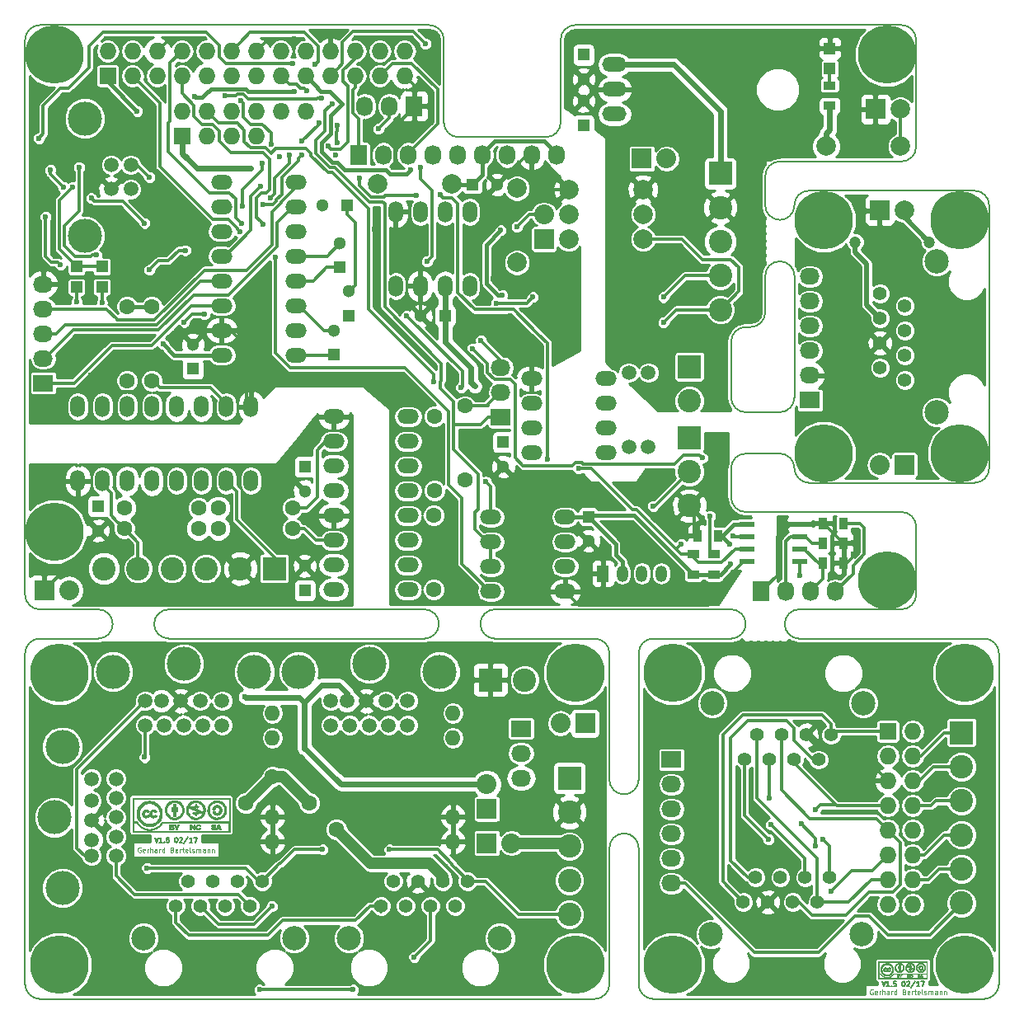
<source format=gtl>
G04 #@! TF.FileFunction,Copper,L1,Top,Signal*
%FSLAX46Y46*%
G04 Gerber Fmt 4.6, Leading zero omitted, Abs format (unit mm)*
G04 Created by KiCad (PCBNEW 4.0.2+dfsg1-stable) date So 05 Feb 2017 14:10:10 CET*
%MOMM*%
G01*
G04 APERTURE LIST*
%ADD10C,0.100000*%
%ADD11C,0.150000*%
%ADD12C,0.063500*%
%ADD13C,0.127000*%
%ADD14C,0.002540*%
%ADD15C,1.400000*%
%ADD16C,2.500000*%
%ADD17C,6.000000*%
%ADD18O,1.501140X2.199640*%
%ADD19R,1.300000X1.300000*%
%ADD20C,1.300000*%
%ADD21C,1.501140*%
%ADD22C,3.500120*%
%ADD23C,1.998980*%
%ADD24R,1.700000X1.700000*%
%ADD25O,1.727200X1.727200*%
%ADD26R,1.727200X1.727200*%
%ADD27O,1.720000X1.720000*%
%ADD28R,2.032000X2.032000*%
%ADD29O,2.032000X2.032000*%
%ADD30R,1.550000X0.600000*%
%ADD31R,2.032000X1.727200*%
%ADD32O,2.032000X1.727200*%
%ADD33C,1.600000*%
%ADD34C,1.500000*%
%ADD35C,2.400000*%
%ADD36R,2.400000X2.400000*%
%ADD37R,1.727200X2.032000*%
%ADD38O,1.727200X2.032000*%
%ADD39O,2.499360X1.501140*%
%ADD40O,1.600000X1.600000*%
%ADD41R,2.000000X2.000000*%
%ADD42C,2.000000*%
%ADD43R,1.198880X1.198880*%
%ADD44R,0.900000X1.300000*%
%ADD45R,1.300000X0.900000*%
%ADD46O,2.199640X1.501140*%
%ADD47C,3.500000*%
%ADD48R,1.200000X1.700000*%
%ADD49O,1.200000X1.700000*%
%ADD50C,1.200000*%
%ADD51C,0.600000*%
%ADD52C,0.406400*%
%ADD53C,0.304800*%
%ADD54C,0.609600*%
%ADD55C,1.200000*%
%ADD56C,0.250000*%
%ADD57C,0.508000*%
%ADD58C,0.254000*%
G04 APERTURE END LIST*
D10*
D11*
X176000000Y-58500000D02*
X176000000Y-55500000D01*
X176000000Y-69500000D02*
X176000000Y-65750000D01*
X179000000Y-65750000D02*
X179000000Y-78250000D01*
X176000000Y-58500000D02*
G75*
G03X177500000Y-60000000I1500000J0D01*
G01*
X179000000Y-65750000D02*
G75*
G03X177500000Y-64250000I-1500000J0D01*
G01*
X177500000Y-64250000D02*
G75*
G03X176000000Y-65750000I0J-1500000D01*
G01*
X172500000Y-78250000D02*
X172500000Y-72500000D01*
X177500000Y-79750000D02*
X174000000Y-79750000D01*
X174000000Y-84000000D02*
X177500000Y-84000000D01*
X172500000Y-88500000D02*
X172500000Y-85500000D01*
X172500000Y-78250000D02*
G75*
G03X174000000Y-79750000I1500000J0D01*
G01*
X177500000Y-79750000D02*
G75*
G03X179000000Y-78250000I0J1500000D01*
G01*
X174000000Y-84000000D02*
G75*
G03X172500000Y-85500000I0J-1500000D01*
G01*
X179000000Y-85500000D02*
G75*
G03X177500000Y-84000000I-1500000J0D01*
G01*
X177500000Y-60000000D02*
G75*
G03X179000000Y-58500000I0J1500000D01*
G01*
X199000000Y-58500000D02*
X199000000Y-85500000D01*
X180500000Y-57000000D02*
X197500000Y-57000000D01*
X180500000Y-87000000D02*
X197500000Y-87000000D01*
X179000000Y-85500000D02*
G75*
G03X180500000Y-87000000I1500000J0D01*
G01*
X197500000Y-87000000D02*
G75*
G03X199000000Y-85500000I0J1500000D01*
G01*
X199000000Y-58500000D02*
G75*
G03X197500000Y-57000000I-1500000J0D01*
G01*
X180500000Y-57000000D02*
G75*
G03X179000000Y-58500000I0J-1500000D01*
G01*
D12*
X111865834Y-124460000D02*
X111817453Y-124435810D01*
X111744881Y-124435810D01*
X111672310Y-124460000D01*
X111623929Y-124508381D01*
X111599738Y-124556762D01*
X111575548Y-124653524D01*
X111575548Y-124726095D01*
X111599738Y-124822857D01*
X111623929Y-124871238D01*
X111672310Y-124919619D01*
X111744881Y-124943810D01*
X111793262Y-124943810D01*
X111865834Y-124919619D01*
X111890024Y-124895429D01*
X111890024Y-124726095D01*
X111793262Y-124726095D01*
X112301262Y-124919619D02*
X112252881Y-124943810D01*
X112156119Y-124943810D01*
X112107738Y-124919619D01*
X112083548Y-124871238D01*
X112083548Y-124677714D01*
X112107738Y-124629333D01*
X112156119Y-124605143D01*
X112252881Y-124605143D01*
X112301262Y-124629333D01*
X112325453Y-124677714D01*
X112325453Y-124726095D01*
X112083548Y-124774476D01*
X112543167Y-124943810D02*
X112543167Y-124605143D01*
X112543167Y-124701905D02*
X112567358Y-124653524D01*
X112591548Y-124629333D01*
X112639929Y-124605143D01*
X112688310Y-124605143D01*
X112857643Y-124943810D02*
X112857643Y-124435810D01*
X113075358Y-124943810D02*
X113075358Y-124677714D01*
X113051167Y-124629333D01*
X113002786Y-124605143D01*
X112930215Y-124605143D01*
X112881834Y-124629333D01*
X112857643Y-124653524D01*
X113534977Y-124943810D02*
X113534977Y-124677714D01*
X113510786Y-124629333D01*
X113462405Y-124605143D01*
X113365643Y-124605143D01*
X113317262Y-124629333D01*
X113534977Y-124919619D02*
X113486596Y-124943810D01*
X113365643Y-124943810D01*
X113317262Y-124919619D01*
X113293072Y-124871238D01*
X113293072Y-124822857D01*
X113317262Y-124774476D01*
X113365643Y-124750286D01*
X113486596Y-124750286D01*
X113534977Y-124726095D01*
X113776881Y-124943810D02*
X113776881Y-124605143D01*
X113776881Y-124701905D02*
X113801072Y-124653524D01*
X113825262Y-124629333D01*
X113873643Y-124605143D01*
X113922024Y-124605143D01*
X114309072Y-124943810D02*
X114309072Y-124435810D01*
X114309072Y-124919619D02*
X114260691Y-124943810D01*
X114163929Y-124943810D01*
X114115548Y-124919619D01*
X114091357Y-124895429D01*
X114067167Y-124847048D01*
X114067167Y-124701905D01*
X114091357Y-124653524D01*
X114115548Y-124629333D01*
X114163929Y-124605143D01*
X114260691Y-124605143D01*
X114309072Y-124629333D01*
X115107358Y-124677714D02*
X115179929Y-124701905D01*
X115204120Y-124726095D01*
X115228310Y-124774476D01*
X115228310Y-124847048D01*
X115204120Y-124895429D01*
X115179929Y-124919619D01*
X115131548Y-124943810D01*
X114938024Y-124943810D01*
X114938024Y-124435810D01*
X115107358Y-124435810D01*
X115155739Y-124460000D01*
X115179929Y-124484190D01*
X115204120Y-124532571D01*
X115204120Y-124580952D01*
X115179929Y-124629333D01*
X115155739Y-124653524D01*
X115107358Y-124677714D01*
X114938024Y-124677714D01*
X115639548Y-124919619D02*
X115591167Y-124943810D01*
X115494405Y-124943810D01*
X115446024Y-124919619D01*
X115421834Y-124871238D01*
X115421834Y-124677714D01*
X115446024Y-124629333D01*
X115494405Y-124605143D01*
X115591167Y-124605143D01*
X115639548Y-124629333D01*
X115663739Y-124677714D01*
X115663739Y-124726095D01*
X115421834Y-124774476D01*
X115881453Y-124943810D02*
X115881453Y-124605143D01*
X115881453Y-124701905D02*
X115905644Y-124653524D01*
X115929834Y-124629333D01*
X115978215Y-124605143D01*
X116026596Y-124605143D01*
X116123358Y-124605143D02*
X116316882Y-124605143D01*
X116195929Y-124435810D02*
X116195929Y-124871238D01*
X116220120Y-124919619D01*
X116268501Y-124943810D01*
X116316882Y-124943810D01*
X116679739Y-124919619D02*
X116631358Y-124943810D01*
X116534596Y-124943810D01*
X116486215Y-124919619D01*
X116462025Y-124871238D01*
X116462025Y-124677714D01*
X116486215Y-124629333D01*
X116534596Y-124605143D01*
X116631358Y-124605143D01*
X116679739Y-124629333D01*
X116703930Y-124677714D01*
X116703930Y-124726095D01*
X116462025Y-124774476D01*
X116994216Y-124943810D02*
X116945835Y-124919619D01*
X116921644Y-124871238D01*
X116921644Y-124435810D01*
X117163549Y-124919619D02*
X117211930Y-124943810D01*
X117308692Y-124943810D01*
X117357073Y-124919619D01*
X117381263Y-124871238D01*
X117381263Y-124847048D01*
X117357073Y-124798667D01*
X117308692Y-124774476D01*
X117236120Y-124774476D01*
X117187739Y-124750286D01*
X117163549Y-124701905D01*
X117163549Y-124677714D01*
X117187739Y-124629333D01*
X117236120Y-124605143D01*
X117308692Y-124605143D01*
X117357073Y-124629333D01*
X117598977Y-124943810D02*
X117598977Y-124605143D01*
X117598977Y-124653524D02*
X117623168Y-124629333D01*
X117671549Y-124605143D01*
X117744120Y-124605143D01*
X117792501Y-124629333D01*
X117816692Y-124677714D01*
X117816692Y-124943810D01*
X117816692Y-124677714D02*
X117840882Y-124629333D01*
X117889263Y-124605143D01*
X117961835Y-124605143D01*
X118010215Y-124629333D01*
X118034406Y-124677714D01*
X118034406Y-124943810D01*
X118494025Y-124943810D02*
X118494025Y-124677714D01*
X118469834Y-124629333D01*
X118421453Y-124605143D01*
X118324691Y-124605143D01*
X118276310Y-124629333D01*
X118494025Y-124919619D02*
X118445644Y-124943810D01*
X118324691Y-124943810D01*
X118276310Y-124919619D01*
X118252120Y-124871238D01*
X118252120Y-124822857D01*
X118276310Y-124774476D01*
X118324691Y-124750286D01*
X118445644Y-124750286D01*
X118494025Y-124726095D01*
X118735929Y-124605143D02*
X118735929Y-124943810D01*
X118735929Y-124653524D02*
X118760120Y-124629333D01*
X118808501Y-124605143D01*
X118881072Y-124605143D01*
X118929453Y-124629333D01*
X118953644Y-124677714D01*
X118953644Y-124943810D01*
X119195548Y-124605143D02*
X119195548Y-124943810D01*
X119195548Y-124653524D02*
X119219739Y-124629333D01*
X119268120Y-124605143D01*
X119340691Y-124605143D01*
X119389072Y-124629333D01*
X119413263Y-124677714D01*
X119413263Y-124943810D01*
D13*
X113305165Y-123419810D02*
X113474498Y-123927810D01*
X113643832Y-123419810D01*
X114079261Y-123927810D02*
X113788975Y-123927810D01*
X113934118Y-123927810D02*
X113934118Y-123419810D01*
X113885737Y-123492381D01*
X113837356Y-123540762D01*
X113788975Y-123564952D01*
X114296975Y-123879429D02*
X114321166Y-123903619D01*
X114296975Y-123927810D01*
X114272785Y-123903619D01*
X114296975Y-123879429D01*
X114296975Y-123927810D01*
X114780785Y-123419810D02*
X114538880Y-123419810D01*
X114514690Y-123661714D01*
X114538880Y-123637524D01*
X114587261Y-123613333D01*
X114708214Y-123613333D01*
X114756595Y-123637524D01*
X114780785Y-123661714D01*
X114804976Y-123710095D01*
X114804976Y-123831048D01*
X114780785Y-123879429D01*
X114756595Y-123903619D01*
X114708214Y-123927810D01*
X114587261Y-123927810D01*
X114538880Y-123903619D01*
X114514690Y-123879429D01*
X115506500Y-123419810D02*
X115554881Y-123419810D01*
X115603262Y-123444000D01*
X115627453Y-123468190D01*
X115651643Y-123516571D01*
X115675834Y-123613333D01*
X115675834Y-123734286D01*
X115651643Y-123831048D01*
X115627453Y-123879429D01*
X115603262Y-123903619D01*
X115554881Y-123927810D01*
X115506500Y-123927810D01*
X115458119Y-123903619D01*
X115433929Y-123879429D01*
X115409738Y-123831048D01*
X115385548Y-123734286D01*
X115385548Y-123613333D01*
X115409738Y-123516571D01*
X115433929Y-123468190D01*
X115458119Y-123444000D01*
X115506500Y-123419810D01*
X115869358Y-123468190D02*
X115893548Y-123444000D01*
X115941929Y-123419810D01*
X116062882Y-123419810D01*
X116111263Y-123444000D01*
X116135453Y-123468190D01*
X116159644Y-123516571D01*
X116159644Y-123564952D01*
X116135453Y-123637524D01*
X115845167Y-123927810D01*
X116159644Y-123927810D01*
X116740216Y-123395619D02*
X116304787Y-124048762D01*
X117175644Y-123927810D02*
X116885358Y-123927810D01*
X117030501Y-123927810D02*
X117030501Y-123419810D01*
X116982120Y-123492381D01*
X116933739Y-123540762D01*
X116885358Y-123564952D01*
X117344977Y-123419810D02*
X117683644Y-123419810D01*
X117465930Y-123927810D01*
X187981165Y-138215310D02*
X188150498Y-138723310D01*
X188319832Y-138215310D01*
X188755261Y-138723310D02*
X188464975Y-138723310D01*
X188610118Y-138723310D02*
X188610118Y-138215310D01*
X188561737Y-138287881D01*
X188513356Y-138336262D01*
X188464975Y-138360452D01*
X188972975Y-138674929D02*
X188997166Y-138699119D01*
X188972975Y-138723310D01*
X188948785Y-138699119D01*
X188972975Y-138674929D01*
X188972975Y-138723310D01*
X189456785Y-138215310D02*
X189214880Y-138215310D01*
X189190690Y-138457214D01*
X189214880Y-138433024D01*
X189263261Y-138408833D01*
X189384214Y-138408833D01*
X189432595Y-138433024D01*
X189456785Y-138457214D01*
X189480976Y-138505595D01*
X189480976Y-138626548D01*
X189456785Y-138674929D01*
X189432595Y-138699119D01*
X189384214Y-138723310D01*
X189263261Y-138723310D01*
X189214880Y-138699119D01*
X189190690Y-138674929D01*
X190182500Y-138215310D02*
X190230881Y-138215310D01*
X190279262Y-138239500D01*
X190303453Y-138263690D01*
X190327643Y-138312071D01*
X190351834Y-138408833D01*
X190351834Y-138529786D01*
X190327643Y-138626548D01*
X190303453Y-138674929D01*
X190279262Y-138699119D01*
X190230881Y-138723310D01*
X190182500Y-138723310D01*
X190134119Y-138699119D01*
X190109929Y-138674929D01*
X190085738Y-138626548D01*
X190061548Y-138529786D01*
X190061548Y-138408833D01*
X190085738Y-138312071D01*
X190109929Y-138263690D01*
X190134119Y-138239500D01*
X190182500Y-138215310D01*
X190545358Y-138263690D02*
X190569548Y-138239500D01*
X190617929Y-138215310D01*
X190738882Y-138215310D01*
X190787263Y-138239500D01*
X190811453Y-138263690D01*
X190835644Y-138312071D01*
X190835644Y-138360452D01*
X190811453Y-138433024D01*
X190521167Y-138723310D01*
X190835644Y-138723310D01*
X191416216Y-138191119D02*
X190980787Y-138844262D01*
X191851644Y-138723310D02*
X191561358Y-138723310D01*
X191706501Y-138723310D02*
X191706501Y-138215310D01*
X191658120Y-138287881D01*
X191609739Y-138336262D01*
X191561358Y-138360452D01*
X192020977Y-138215310D02*
X192359644Y-138215310D01*
X192141930Y-138723310D01*
D12*
X187049834Y-139065000D02*
X187001453Y-139040810D01*
X186928881Y-139040810D01*
X186856310Y-139065000D01*
X186807929Y-139113381D01*
X186783738Y-139161762D01*
X186759548Y-139258524D01*
X186759548Y-139331095D01*
X186783738Y-139427857D01*
X186807929Y-139476238D01*
X186856310Y-139524619D01*
X186928881Y-139548810D01*
X186977262Y-139548810D01*
X187049834Y-139524619D01*
X187074024Y-139500429D01*
X187074024Y-139331095D01*
X186977262Y-139331095D01*
X187485262Y-139524619D02*
X187436881Y-139548810D01*
X187340119Y-139548810D01*
X187291738Y-139524619D01*
X187267548Y-139476238D01*
X187267548Y-139282714D01*
X187291738Y-139234333D01*
X187340119Y-139210143D01*
X187436881Y-139210143D01*
X187485262Y-139234333D01*
X187509453Y-139282714D01*
X187509453Y-139331095D01*
X187267548Y-139379476D01*
X187727167Y-139548810D02*
X187727167Y-139210143D01*
X187727167Y-139306905D02*
X187751358Y-139258524D01*
X187775548Y-139234333D01*
X187823929Y-139210143D01*
X187872310Y-139210143D01*
X188041643Y-139548810D02*
X188041643Y-139040810D01*
X188259358Y-139548810D02*
X188259358Y-139282714D01*
X188235167Y-139234333D01*
X188186786Y-139210143D01*
X188114215Y-139210143D01*
X188065834Y-139234333D01*
X188041643Y-139258524D01*
X188718977Y-139548810D02*
X188718977Y-139282714D01*
X188694786Y-139234333D01*
X188646405Y-139210143D01*
X188549643Y-139210143D01*
X188501262Y-139234333D01*
X188718977Y-139524619D02*
X188670596Y-139548810D01*
X188549643Y-139548810D01*
X188501262Y-139524619D01*
X188477072Y-139476238D01*
X188477072Y-139427857D01*
X188501262Y-139379476D01*
X188549643Y-139355286D01*
X188670596Y-139355286D01*
X188718977Y-139331095D01*
X188960881Y-139548810D02*
X188960881Y-139210143D01*
X188960881Y-139306905D02*
X188985072Y-139258524D01*
X189009262Y-139234333D01*
X189057643Y-139210143D01*
X189106024Y-139210143D01*
X189493072Y-139548810D02*
X189493072Y-139040810D01*
X189493072Y-139524619D02*
X189444691Y-139548810D01*
X189347929Y-139548810D01*
X189299548Y-139524619D01*
X189275357Y-139500429D01*
X189251167Y-139452048D01*
X189251167Y-139306905D01*
X189275357Y-139258524D01*
X189299548Y-139234333D01*
X189347929Y-139210143D01*
X189444691Y-139210143D01*
X189493072Y-139234333D01*
X190291358Y-139282714D02*
X190363929Y-139306905D01*
X190388120Y-139331095D01*
X190412310Y-139379476D01*
X190412310Y-139452048D01*
X190388120Y-139500429D01*
X190363929Y-139524619D01*
X190315548Y-139548810D01*
X190122024Y-139548810D01*
X190122024Y-139040810D01*
X190291358Y-139040810D01*
X190339739Y-139065000D01*
X190363929Y-139089190D01*
X190388120Y-139137571D01*
X190388120Y-139185952D01*
X190363929Y-139234333D01*
X190339739Y-139258524D01*
X190291358Y-139282714D01*
X190122024Y-139282714D01*
X190823548Y-139524619D02*
X190775167Y-139548810D01*
X190678405Y-139548810D01*
X190630024Y-139524619D01*
X190605834Y-139476238D01*
X190605834Y-139282714D01*
X190630024Y-139234333D01*
X190678405Y-139210143D01*
X190775167Y-139210143D01*
X190823548Y-139234333D01*
X190847739Y-139282714D01*
X190847739Y-139331095D01*
X190605834Y-139379476D01*
X191065453Y-139548810D02*
X191065453Y-139210143D01*
X191065453Y-139306905D02*
X191089644Y-139258524D01*
X191113834Y-139234333D01*
X191162215Y-139210143D01*
X191210596Y-139210143D01*
X191307358Y-139210143D02*
X191500882Y-139210143D01*
X191379929Y-139040810D02*
X191379929Y-139476238D01*
X191404120Y-139524619D01*
X191452501Y-139548810D01*
X191500882Y-139548810D01*
X191863739Y-139524619D02*
X191815358Y-139548810D01*
X191718596Y-139548810D01*
X191670215Y-139524619D01*
X191646025Y-139476238D01*
X191646025Y-139282714D01*
X191670215Y-139234333D01*
X191718596Y-139210143D01*
X191815358Y-139210143D01*
X191863739Y-139234333D01*
X191887930Y-139282714D01*
X191887930Y-139331095D01*
X191646025Y-139379476D01*
X192178216Y-139548810D02*
X192129835Y-139524619D01*
X192105644Y-139476238D01*
X192105644Y-139040810D01*
X192347549Y-139524619D02*
X192395930Y-139548810D01*
X192492692Y-139548810D01*
X192541073Y-139524619D01*
X192565263Y-139476238D01*
X192565263Y-139452048D01*
X192541073Y-139403667D01*
X192492692Y-139379476D01*
X192420120Y-139379476D01*
X192371739Y-139355286D01*
X192347549Y-139306905D01*
X192347549Y-139282714D01*
X192371739Y-139234333D01*
X192420120Y-139210143D01*
X192492692Y-139210143D01*
X192541073Y-139234333D01*
X192782977Y-139548810D02*
X192782977Y-139210143D01*
X192782977Y-139258524D02*
X192807168Y-139234333D01*
X192855549Y-139210143D01*
X192928120Y-139210143D01*
X192976501Y-139234333D01*
X193000692Y-139282714D01*
X193000692Y-139548810D01*
X193000692Y-139282714D02*
X193024882Y-139234333D01*
X193073263Y-139210143D01*
X193145835Y-139210143D01*
X193194215Y-139234333D01*
X193218406Y-139282714D01*
X193218406Y-139548810D01*
X193678025Y-139548810D02*
X193678025Y-139282714D01*
X193653834Y-139234333D01*
X193605453Y-139210143D01*
X193508691Y-139210143D01*
X193460310Y-139234333D01*
X193678025Y-139524619D02*
X193629644Y-139548810D01*
X193508691Y-139548810D01*
X193460310Y-139524619D01*
X193436120Y-139476238D01*
X193436120Y-139427857D01*
X193460310Y-139379476D01*
X193508691Y-139355286D01*
X193629644Y-139355286D01*
X193678025Y-139331095D01*
X193919929Y-139210143D02*
X193919929Y-139548810D01*
X193919929Y-139258524D02*
X193944120Y-139234333D01*
X193992501Y-139210143D01*
X194065072Y-139210143D01*
X194113453Y-139234333D01*
X194137644Y-139282714D01*
X194137644Y-139548810D01*
X194379548Y-139210143D02*
X194379548Y-139548810D01*
X194379548Y-139258524D02*
X194403739Y-139234333D01*
X194452120Y-139210143D01*
X194524691Y-139210143D01*
X194573072Y-139234333D01*
X194597263Y-139282714D01*
X194597263Y-139548810D01*
D11*
X148250000Y-100000000D02*
X172500000Y-100000000D01*
X141000000Y-100000000D02*
X114750000Y-100000000D01*
X114750000Y-103000000D02*
X141000000Y-103000000D01*
X142500000Y-101500000D02*
G75*
G03X141000000Y-100000000I-1500000J0D01*
G01*
X141000000Y-103000000D02*
G75*
G03X142500000Y-101500000I0J1500000D01*
G01*
X101500000Y-100000000D02*
X107500000Y-100000000D01*
X101500000Y-103000000D02*
X107500000Y-103000000D01*
X148250000Y-100000000D02*
G75*
G03X146750000Y-101500000I0J-1500000D01*
G01*
X148250000Y-103000000D02*
X158500000Y-103000000D01*
X146750000Y-101500000D02*
G75*
G03X148250000Y-103000000I1500000J0D01*
G01*
X174000000Y-90000000D02*
X190000000Y-90000000D01*
X177500000Y-54000000D02*
X190000000Y-54000000D01*
X174000000Y-71000000D02*
X174500000Y-71000000D01*
X174500000Y-71000000D02*
G75*
G03X176000000Y-69500000I0J1500000D01*
G01*
X174000000Y-71000000D02*
G75*
G03X172500000Y-72500000I0J-1500000D01*
G01*
X161500000Y-119000000D02*
G75*
G03X163000000Y-117500000I0J1500000D01*
G01*
X163000000Y-124500000D02*
G75*
G03X161500000Y-123000000I-1500000J0D01*
G01*
X163000000Y-124500000D02*
X163000000Y-138500000D01*
X163000000Y-104500000D02*
X163000000Y-117500000D01*
X160000000Y-124500000D02*
X160000000Y-138500000D01*
X160000000Y-104500000D02*
X160000000Y-117500000D01*
X161500000Y-123000000D02*
G75*
G03X160000000Y-124500000I0J-1500000D01*
G01*
X160000000Y-117500000D02*
G75*
G03X161500000Y-119000000I1500000J0D01*
G01*
X164500000Y-103000000D02*
X172500000Y-103000000D01*
X164500000Y-140000000D02*
X198500000Y-140000000D01*
X163000000Y-138500000D02*
G75*
G03X164500000Y-140000000I1500000J0D01*
G01*
X158500000Y-140000000D02*
G75*
G03X160000000Y-138500000I0J1500000D01*
G01*
X164500000Y-103000000D02*
G75*
G03X163000000Y-104500000I0J-1500000D01*
G01*
X160000000Y-104500000D02*
G75*
G03X158500000Y-103000000I-1500000J0D01*
G01*
X113250000Y-101500000D02*
G75*
G03X114750000Y-103000000I1500000J0D01*
G01*
X114750000Y-100000000D02*
G75*
G03X113250000Y-101500000I0J-1500000D01*
G01*
X174000000Y-101500000D02*
G75*
G03X172500000Y-100000000I-1500000J0D01*
G01*
X172500000Y-103000000D02*
G75*
G03X174000000Y-101500000I0J1500000D01*
G01*
X178000000Y-101500000D02*
G75*
G03X179500000Y-103000000I1500000J0D01*
G01*
X179500000Y-100000000D02*
G75*
G03X178000000Y-101500000I0J-1500000D01*
G01*
X190000000Y-100000000D02*
X179500000Y-100000000D01*
X198500000Y-103000000D02*
X179500000Y-103000000D01*
X107500000Y-103000000D02*
G75*
G03X109000000Y-101500000I0J1500000D01*
G01*
X109000000Y-101500000D02*
G75*
G03X107500000Y-100000000I-1500000J0D01*
G01*
X198500000Y-140000000D02*
G75*
G03X200000000Y-138500000I0J1500000D01*
G01*
X200000000Y-104500000D02*
G75*
G03X198500000Y-103000000I-1500000J0D01*
G01*
X101500000Y-103000000D02*
G75*
G03X100000000Y-104500000I0J-1500000D01*
G01*
X100000000Y-138500000D02*
G75*
G03X101500000Y-140000000I1500000J0D01*
G01*
X100000000Y-104500000D02*
X100000000Y-138500000D01*
X200000000Y-104500000D02*
X200000000Y-138500000D01*
X101500000Y-140000000D02*
X158500000Y-140000000D01*
X191500000Y-91500000D02*
G75*
G03X190000000Y-90000000I-1500000J0D01*
G01*
X172500000Y-88500000D02*
G75*
G03X174000000Y-90000000I1500000J0D01*
G01*
X177500000Y-54000000D02*
G75*
G03X176000000Y-55500000I0J-1500000D01*
G01*
X190000000Y-54000000D02*
G75*
G03X191500000Y-52500000I0J1500000D01*
G01*
X191500000Y-41500000D02*
X191500000Y-52500000D01*
X143000000Y-41500000D02*
G75*
G03X141500000Y-40000000I-1500000J0D01*
G01*
X156500000Y-40000000D02*
G75*
G03X155000000Y-41500000I0J-1500000D01*
G01*
X153500000Y-51500000D02*
G75*
G03X155000000Y-50000000I0J1500000D01*
G01*
X143000000Y-50000000D02*
G75*
G03X144500000Y-51500000I1500000J0D01*
G01*
X144500000Y-51500000D02*
X153500000Y-51500000D01*
X143000000Y-41500000D02*
X143000000Y-50000000D01*
X155000000Y-41500000D02*
X155000000Y-50000000D01*
X190000000Y-40000000D02*
X156500000Y-40000000D01*
X100000000Y-41500000D02*
X100000000Y-98500000D01*
X191500000Y-91500000D02*
X191500000Y-98500000D01*
X191500000Y-41500000D02*
G75*
G03X190000000Y-40000000I-1500000J0D01*
G01*
X190000000Y-100000000D02*
G75*
G03X191500000Y-98500000I0J1500000D01*
G01*
X100000000Y-98500000D02*
G75*
G03X101500000Y-100000000I1500000J0D01*
G01*
X101500000Y-40000000D02*
G75*
G03X100000000Y-41500000I0J-1500000D01*
G01*
X101500000Y-40000000D02*
X141500000Y-40000000D01*
D14*
G36*
X192618360Y-137906760D02*
X192572640Y-137906760D01*
X192572640Y-137380980D01*
X192572640Y-136809480D01*
X192572640Y-136232900D01*
X192557400Y-136217660D01*
X192544700Y-136204960D01*
X190119000Y-136204960D01*
X187693300Y-136204960D01*
X187680600Y-136217660D01*
X187665360Y-136232900D01*
X187665360Y-136809480D01*
X187665360Y-137380980D01*
X187754260Y-137380980D01*
X187843160Y-137380980D01*
X187876180Y-137431780D01*
X187924440Y-137497820D01*
X187980320Y-137558780D01*
X188041280Y-137612120D01*
X188109860Y-137657840D01*
X188183520Y-137698480D01*
X188259720Y-137728960D01*
X188341000Y-137751820D01*
X188407040Y-137761980D01*
X188440060Y-137764520D01*
X188480700Y-137764520D01*
X188523880Y-137764520D01*
X188567060Y-137759440D01*
X188605160Y-137756900D01*
X188628020Y-137751820D01*
X188714380Y-137728960D01*
X188793120Y-137701020D01*
X188866780Y-137660380D01*
X188935360Y-137614660D01*
X189001400Y-137556240D01*
X189026800Y-137530840D01*
X189049660Y-137505440D01*
X189072520Y-137477500D01*
X189092840Y-137452100D01*
X189105540Y-137431780D01*
X189138560Y-137383520D01*
X190853060Y-137380980D01*
X192572640Y-137380980D01*
X192572640Y-137906760D01*
X192567560Y-137906760D01*
X192567560Y-137866120D01*
X192567560Y-137647680D01*
X192567560Y-137426700D01*
X190868300Y-137426700D01*
X189171580Y-137426700D01*
X189138560Y-137472420D01*
X189100460Y-137525760D01*
X189064900Y-137574020D01*
X189024260Y-137612120D01*
X188983620Y-137645140D01*
X188937900Y-137678160D01*
X188904880Y-137698480D01*
X188849000Y-137726420D01*
X188800740Y-137749280D01*
X188755020Y-137767060D01*
X188709300Y-137782300D01*
X188661040Y-137795000D01*
X188658500Y-137795000D01*
X188584840Y-137807700D01*
X188518800Y-137812780D01*
X188455300Y-137812780D01*
X188389260Y-137807700D01*
X188320680Y-137795000D01*
X188244480Y-137772140D01*
X188168280Y-137739120D01*
X188089540Y-137695940D01*
X188010800Y-137645140D01*
X187985400Y-137624820D01*
X187965080Y-137609580D01*
X187942220Y-137586720D01*
X187916820Y-137561320D01*
X187888880Y-137533380D01*
X187866020Y-137505440D01*
X187843160Y-137480040D01*
X187827920Y-137457180D01*
X187820300Y-137441940D01*
X187810140Y-137426700D01*
X187736480Y-137426700D01*
X187660280Y-137426700D01*
X187660280Y-137647680D01*
X187660280Y-137866120D01*
X190116460Y-137866120D01*
X192567560Y-137866120D01*
X192567560Y-137906760D01*
X190121540Y-137906760D01*
X187627260Y-137906760D01*
X187622180Y-137835640D01*
X187622180Y-137820400D01*
X187622180Y-137797540D01*
X187622180Y-137767060D01*
X187622180Y-137726420D01*
X187622180Y-137680700D01*
X187619640Y-137629900D01*
X187619640Y-137571480D01*
X187619640Y-137510520D01*
X187619640Y-137444480D01*
X187619640Y-137373360D01*
X187619640Y-137299700D01*
X187619640Y-137223500D01*
X187619640Y-137144760D01*
X187619640Y-137066020D01*
X187622180Y-136989820D01*
X187622180Y-136911080D01*
X187622180Y-136832340D01*
X187622180Y-136756140D01*
X187622180Y-136679940D01*
X187622180Y-136606280D01*
X187622180Y-136537700D01*
X187622180Y-136474200D01*
X187622180Y-136413240D01*
X187624720Y-136357360D01*
X187624720Y-136306560D01*
X187624720Y-136263380D01*
X187624720Y-136227820D01*
X187624720Y-136199880D01*
X187624720Y-136179560D01*
X187627260Y-136166860D01*
X187627260Y-136166860D01*
X187632340Y-136164320D01*
X187647580Y-136164320D01*
X187670440Y-136164320D01*
X187703460Y-136164320D01*
X187744100Y-136164320D01*
X187794900Y-136164320D01*
X187853320Y-136164320D01*
X187916820Y-136164320D01*
X187990480Y-136164320D01*
X188069220Y-136164320D01*
X188153040Y-136164320D01*
X188244480Y-136164320D01*
X188341000Y-136161780D01*
X188442600Y-136161780D01*
X188549280Y-136161780D01*
X188661040Y-136161780D01*
X188775340Y-136161780D01*
X188894720Y-136161780D01*
X189016640Y-136161780D01*
X189143640Y-136161780D01*
X189270640Y-136161780D01*
X189400180Y-136161780D01*
X189534800Y-136161780D01*
X189666880Y-136161780D01*
X189804040Y-136161780D01*
X189938660Y-136161780D01*
X190075820Y-136161780D01*
X190210440Y-136161780D01*
X190345060Y-136161780D01*
X190482220Y-136161780D01*
X190616840Y-136161780D01*
X190748920Y-136161780D01*
X190881000Y-136161780D01*
X191010540Y-136161780D01*
X191137540Y-136161780D01*
X191262000Y-136161780D01*
X191381380Y-136161780D01*
X191500760Y-136161780D01*
X191612520Y-136161780D01*
X191721740Y-136161780D01*
X191825880Y-136161780D01*
X191924940Y-136161780D01*
X192021460Y-136161780D01*
X192107820Y-136161780D01*
X192191640Y-136161780D01*
X192265300Y-136161780D01*
X192333880Y-136161780D01*
X192397380Y-136161780D01*
X192450720Y-136161780D01*
X192496440Y-136161780D01*
X192534540Y-136161780D01*
X192562480Y-136161780D01*
X192582800Y-136161780D01*
X192592960Y-136161780D01*
X192595500Y-136161780D01*
X192618360Y-136164320D01*
X192618360Y-137035540D01*
X192618360Y-137906760D01*
X192618360Y-137906760D01*
X192618360Y-137906760D01*
G37*
X192618360Y-137906760D02*
X192572640Y-137906760D01*
X192572640Y-137380980D01*
X192572640Y-136809480D01*
X192572640Y-136232900D01*
X192557400Y-136217660D01*
X192544700Y-136204960D01*
X190119000Y-136204960D01*
X187693300Y-136204960D01*
X187680600Y-136217660D01*
X187665360Y-136232900D01*
X187665360Y-136809480D01*
X187665360Y-137380980D01*
X187754260Y-137380980D01*
X187843160Y-137380980D01*
X187876180Y-137431780D01*
X187924440Y-137497820D01*
X187980320Y-137558780D01*
X188041280Y-137612120D01*
X188109860Y-137657840D01*
X188183520Y-137698480D01*
X188259720Y-137728960D01*
X188341000Y-137751820D01*
X188407040Y-137761980D01*
X188440060Y-137764520D01*
X188480700Y-137764520D01*
X188523880Y-137764520D01*
X188567060Y-137759440D01*
X188605160Y-137756900D01*
X188628020Y-137751820D01*
X188714380Y-137728960D01*
X188793120Y-137701020D01*
X188866780Y-137660380D01*
X188935360Y-137614660D01*
X189001400Y-137556240D01*
X189026800Y-137530840D01*
X189049660Y-137505440D01*
X189072520Y-137477500D01*
X189092840Y-137452100D01*
X189105540Y-137431780D01*
X189138560Y-137383520D01*
X190853060Y-137380980D01*
X192572640Y-137380980D01*
X192572640Y-137906760D01*
X192567560Y-137906760D01*
X192567560Y-137866120D01*
X192567560Y-137647680D01*
X192567560Y-137426700D01*
X190868300Y-137426700D01*
X189171580Y-137426700D01*
X189138560Y-137472420D01*
X189100460Y-137525760D01*
X189064900Y-137574020D01*
X189024260Y-137612120D01*
X188983620Y-137645140D01*
X188937900Y-137678160D01*
X188904880Y-137698480D01*
X188849000Y-137726420D01*
X188800740Y-137749280D01*
X188755020Y-137767060D01*
X188709300Y-137782300D01*
X188661040Y-137795000D01*
X188658500Y-137795000D01*
X188584840Y-137807700D01*
X188518800Y-137812780D01*
X188455300Y-137812780D01*
X188389260Y-137807700D01*
X188320680Y-137795000D01*
X188244480Y-137772140D01*
X188168280Y-137739120D01*
X188089540Y-137695940D01*
X188010800Y-137645140D01*
X187985400Y-137624820D01*
X187965080Y-137609580D01*
X187942220Y-137586720D01*
X187916820Y-137561320D01*
X187888880Y-137533380D01*
X187866020Y-137505440D01*
X187843160Y-137480040D01*
X187827920Y-137457180D01*
X187820300Y-137441940D01*
X187810140Y-137426700D01*
X187736480Y-137426700D01*
X187660280Y-137426700D01*
X187660280Y-137647680D01*
X187660280Y-137866120D01*
X190116460Y-137866120D01*
X192567560Y-137866120D01*
X192567560Y-137906760D01*
X190121540Y-137906760D01*
X187627260Y-137906760D01*
X187622180Y-137835640D01*
X187622180Y-137820400D01*
X187622180Y-137797540D01*
X187622180Y-137767060D01*
X187622180Y-137726420D01*
X187622180Y-137680700D01*
X187619640Y-137629900D01*
X187619640Y-137571480D01*
X187619640Y-137510520D01*
X187619640Y-137444480D01*
X187619640Y-137373360D01*
X187619640Y-137299700D01*
X187619640Y-137223500D01*
X187619640Y-137144760D01*
X187619640Y-137066020D01*
X187622180Y-136989820D01*
X187622180Y-136911080D01*
X187622180Y-136832340D01*
X187622180Y-136756140D01*
X187622180Y-136679940D01*
X187622180Y-136606280D01*
X187622180Y-136537700D01*
X187622180Y-136474200D01*
X187622180Y-136413240D01*
X187624720Y-136357360D01*
X187624720Y-136306560D01*
X187624720Y-136263380D01*
X187624720Y-136227820D01*
X187624720Y-136199880D01*
X187624720Y-136179560D01*
X187627260Y-136166860D01*
X187627260Y-136166860D01*
X187632340Y-136164320D01*
X187647580Y-136164320D01*
X187670440Y-136164320D01*
X187703460Y-136164320D01*
X187744100Y-136164320D01*
X187794900Y-136164320D01*
X187853320Y-136164320D01*
X187916820Y-136164320D01*
X187990480Y-136164320D01*
X188069220Y-136164320D01*
X188153040Y-136164320D01*
X188244480Y-136164320D01*
X188341000Y-136161780D01*
X188442600Y-136161780D01*
X188549280Y-136161780D01*
X188661040Y-136161780D01*
X188775340Y-136161780D01*
X188894720Y-136161780D01*
X189016640Y-136161780D01*
X189143640Y-136161780D01*
X189270640Y-136161780D01*
X189400180Y-136161780D01*
X189534800Y-136161780D01*
X189666880Y-136161780D01*
X189804040Y-136161780D01*
X189938660Y-136161780D01*
X190075820Y-136161780D01*
X190210440Y-136161780D01*
X190345060Y-136161780D01*
X190482220Y-136161780D01*
X190616840Y-136161780D01*
X190748920Y-136161780D01*
X190881000Y-136161780D01*
X191010540Y-136161780D01*
X191137540Y-136161780D01*
X191262000Y-136161780D01*
X191381380Y-136161780D01*
X191500760Y-136161780D01*
X191612520Y-136161780D01*
X191721740Y-136161780D01*
X191825880Y-136161780D01*
X191924940Y-136161780D01*
X192021460Y-136161780D01*
X192107820Y-136161780D01*
X192191640Y-136161780D01*
X192265300Y-136161780D01*
X192333880Y-136161780D01*
X192397380Y-136161780D01*
X192450720Y-136161780D01*
X192496440Y-136161780D01*
X192534540Y-136161780D01*
X192562480Y-136161780D01*
X192582800Y-136161780D01*
X192592960Y-136161780D01*
X192595500Y-136161780D01*
X192618360Y-136164320D01*
X192618360Y-137035540D01*
X192618360Y-137906760D01*
X192618360Y-137906760D01*
G36*
X191112140Y-137690860D02*
X191109600Y-137706100D01*
X191096900Y-137741660D01*
X191079120Y-137767060D01*
X191053720Y-137787380D01*
X191023240Y-137800080D01*
X190987680Y-137802620D01*
X190964820Y-137800080D01*
X190939420Y-137795000D01*
X190919100Y-137784840D01*
X190898780Y-137769600D01*
X190888620Y-137759440D01*
X190870840Y-137731500D01*
X190858140Y-137698480D01*
X190853060Y-137665460D01*
X190855600Y-137629900D01*
X190865760Y-137594340D01*
X190883540Y-137563860D01*
X190893700Y-137551160D01*
X190919100Y-137530840D01*
X190949580Y-137518140D01*
X190982600Y-137513060D01*
X191013080Y-137515600D01*
X191043560Y-137525760D01*
X191068960Y-137541000D01*
X191091820Y-137563860D01*
X191096900Y-137576560D01*
X191104520Y-137591800D01*
X191107060Y-137604500D01*
X191107060Y-137607040D01*
X191107060Y-137612120D01*
X191101980Y-137614660D01*
X191089280Y-137617200D01*
X191081660Y-137617200D01*
X191063880Y-137617200D01*
X191056260Y-137614660D01*
X191048640Y-137609580D01*
X191046100Y-137601960D01*
X191030860Y-137581640D01*
X191010540Y-137571480D01*
X190990220Y-137566400D01*
X190967360Y-137571480D01*
X190947040Y-137581640D01*
X190931800Y-137599420D01*
X190926720Y-137609580D01*
X190919100Y-137629900D01*
X190916560Y-137655300D01*
X190919100Y-137683240D01*
X190924180Y-137706100D01*
X190926720Y-137711180D01*
X190941960Y-137731500D01*
X190962280Y-137744200D01*
X190985140Y-137751820D01*
X191008000Y-137749280D01*
X191018160Y-137744200D01*
X191030860Y-137734040D01*
X191041020Y-137718800D01*
X191048640Y-137703560D01*
X191048640Y-137698480D01*
X191048640Y-137695940D01*
X191056260Y-137693400D01*
X191071500Y-137690860D01*
X191079120Y-137690860D01*
X191112140Y-137690860D01*
X191112140Y-137690860D01*
X191112140Y-137690860D01*
G37*
X191112140Y-137690860D02*
X191109600Y-137706100D01*
X191096900Y-137741660D01*
X191079120Y-137767060D01*
X191053720Y-137787380D01*
X191023240Y-137800080D01*
X190987680Y-137802620D01*
X190964820Y-137800080D01*
X190939420Y-137795000D01*
X190919100Y-137784840D01*
X190898780Y-137769600D01*
X190888620Y-137759440D01*
X190870840Y-137731500D01*
X190858140Y-137698480D01*
X190853060Y-137665460D01*
X190855600Y-137629900D01*
X190865760Y-137594340D01*
X190883540Y-137563860D01*
X190893700Y-137551160D01*
X190919100Y-137530840D01*
X190949580Y-137518140D01*
X190982600Y-137513060D01*
X191013080Y-137515600D01*
X191043560Y-137525760D01*
X191068960Y-137541000D01*
X191091820Y-137563860D01*
X191096900Y-137576560D01*
X191104520Y-137591800D01*
X191107060Y-137604500D01*
X191107060Y-137607040D01*
X191107060Y-137612120D01*
X191101980Y-137614660D01*
X191089280Y-137617200D01*
X191081660Y-137617200D01*
X191063880Y-137617200D01*
X191056260Y-137614660D01*
X191048640Y-137609580D01*
X191046100Y-137601960D01*
X191030860Y-137581640D01*
X191010540Y-137571480D01*
X190990220Y-137566400D01*
X190967360Y-137571480D01*
X190947040Y-137581640D01*
X190931800Y-137599420D01*
X190926720Y-137609580D01*
X190919100Y-137629900D01*
X190916560Y-137655300D01*
X190919100Y-137683240D01*
X190924180Y-137706100D01*
X190926720Y-137711180D01*
X190941960Y-137731500D01*
X190962280Y-137744200D01*
X190985140Y-137751820D01*
X191008000Y-137749280D01*
X191018160Y-137744200D01*
X191030860Y-137734040D01*
X191041020Y-137718800D01*
X191048640Y-137703560D01*
X191048640Y-137698480D01*
X191048640Y-137695940D01*
X191056260Y-137693400D01*
X191071500Y-137690860D01*
X191079120Y-137690860D01*
X191112140Y-137690860D01*
X191112140Y-137690860D01*
G36*
X191886840Y-137726420D02*
X191881760Y-137746740D01*
X191871600Y-137764520D01*
X191866520Y-137769600D01*
X191848740Y-137784840D01*
X191820800Y-137797540D01*
X191790320Y-137802620D01*
X191759840Y-137802620D01*
X191754760Y-137802620D01*
X191719200Y-137795000D01*
X191691260Y-137779760D01*
X191670940Y-137759440D01*
X191658240Y-137734040D01*
X191658240Y-137731500D01*
X191655700Y-137716260D01*
X191658240Y-137706100D01*
X191665860Y-137703560D01*
X191683640Y-137703560D01*
X191688720Y-137703560D01*
X191703960Y-137703560D01*
X191711580Y-137706100D01*
X191716660Y-137713720D01*
X191719200Y-137721340D01*
X191729360Y-137739120D01*
X191747140Y-137751820D01*
X191767460Y-137756900D01*
X191792860Y-137754360D01*
X191805560Y-137749280D01*
X191820800Y-137741660D01*
X191828420Y-137728960D01*
X191825880Y-137716260D01*
X191823340Y-137708640D01*
X191815720Y-137701020D01*
X191803020Y-137695940D01*
X191782700Y-137688320D01*
X191757300Y-137678160D01*
X191742060Y-137675620D01*
X191719200Y-137668000D01*
X191701420Y-137660380D01*
X191691260Y-137652760D01*
X191683640Y-137645140D01*
X191668400Y-137622280D01*
X191663320Y-137599420D01*
X191665860Y-137576560D01*
X191676020Y-137556240D01*
X191693800Y-137538460D01*
X191714120Y-137525760D01*
X191739520Y-137515600D01*
X191770000Y-137513060D01*
X191797940Y-137515600D01*
X191828420Y-137525760D01*
X191853820Y-137541000D01*
X191869060Y-137561320D01*
X191876680Y-137586720D01*
X191876680Y-137586720D01*
X191879220Y-137607040D01*
X191851280Y-137607040D01*
X191833500Y-137607040D01*
X191825880Y-137604500D01*
X191820800Y-137599420D01*
X191815720Y-137591800D01*
X191808100Y-137576560D01*
X191790320Y-137566400D01*
X191772540Y-137561320D01*
X191752220Y-137563860D01*
X191736980Y-137571480D01*
X191734440Y-137574020D01*
X191726820Y-137584180D01*
X191724280Y-137594340D01*
X191729360Y-137601960D01*
X191731900Y-137607040D01*
X191742060Y-137612120D01*
X191762380Y-137622280D01*
X191792860Y-137629900D01*
X191795400Y-137629900D01*
X191828420Y-137642600D01*
X191853820Y-137652760D01*
X191869060Y-137665460D01*
X191881760Y-137680700D01*
X191886840Y-137698480D01*
X191886840Y-137703560D01*
X191886840Y-137726420D01*
X191886840Y-137726420D01*
X191886840Y-137726420D01*
G37*
X191886840Y-137726420D02*
X191881760Y-137746740D01*
X191871600Y-137764520D01*
X191866520Y-137769600D01*
X191848740Y-137784840D01*
X191820800Y-137797540D01*
X191790320Y-137802620D01*
X191759840Y-137802620D01*
X191754760Y-137802620D01*
X191719200Y-137795000D01*
X191691260Y-137779760D01*
X191670940Y-137759440D01*
X191658240Y-137734040D01*
X191658240Y-137731500D01*
X191655700Y-137716260D01*
X191658240Y-137706100D01*
X191665860Y-137703560D01*
X191683640Y-137703560D01*
X191688720Y-137703560D01*
X191703960Y-137703560D01*
X191711580Y-137706100D01*
X191716660Y-137713720D01*
X191719200Y-137721340D01*
X191729360Y-137739120D01*
X191747140Y-137751820D01*
X191767460Y-137756900D01*
X191792860Y-137754360D01*
X191805560Y-137749280D01*
X191820800Y-137741660D01*
X191828420Y-137728960D01*
X191825880Y-137716260D01*
X191823340Y-137708640D01*
X191815720Y-137701020D01*
X191803020Y-137695940D01*
X191782700Y-137688320D01*
X191757300Y-137678160D01*
X191742060Y-137675620D01*
X191719200Y-137668000D01*
X191701420Y-137660380D01*
X191691260Y-137652760D01*
X191683640Y-137645140D01*
X191668400Y-137622280D01*
X191663320Y-137599420D01*
X191665860Y-137576560D01*
X191676020Y-137556240D01*
X191693800Y-137538460D01*
X191714120Y-137525760D01*
X191739520Y-137515600D01*
X191770000Y-137513060D01*
X191797940Y-137515600D01*
X191828420Y-137525760D01*
X191853820Y-137541000D01*
X191869060Y-137561320D01*
X191876680Y-137586720D01*
X191876680Y-137586720D01*
X191879220Y-137607040D01*
X191851280Y-137607040D01*
X191833500Y-137607040D01*
X191825880Y-137604500D01*
X191820800Y-137599420D01*
X191815720Y-137591800D01*
X191808100Y-137576560D01*
X191790320Y-137566400D01*
X191772540Y-137561320D01*
X191752220Y-137563860D01*
X191736980Y-137571480D01*
X191734440Y-137574020D01*
X191726820Y-137584180D01*
X191724280Y-137594340D01*
X191729360Y-137601960D01*
X191731900Y-137607040D01*
X191742060Y-137612120D01*
X191762380Y-137622280D01*
X191792860Y-137629900D01*
X191795400Y-137629900D01*
X191828420Y-137642600D01*
X191853820Y-137652760D01*
X191869060Y-137665460D01*
X191881760Y-137680700D01*
X191886840Y-137698480D01*
X191886840Y-137703560D01*
X191886840Y-137726420D01*
X191886840Y-137726420D01*
G36*
X189738000Y-137726420D02*
X189730380Y-137751820D01*
X189715140Y-137774680D01*
X189692280Y-137787380D01*
X189684660Y-137789920D01*
X189674500Y-137792460D01*
X189674500Y-137711180D01*
X189674500Y-137695940D01*
X189666880Y-137685780D01*
X189664340Y-137685780D01*
X189664340Y-137596880D01*
X189659260Y-137584180D01*
X189656720Y-137579100D01*
X189649100Y-137574020D01*
X189636400Y-137571480D01*
X189616080Y-137571480D01*
X189611000Y-137571480D01*
X189570360Y-137571480D01*
X189570360Y-137586720D01*
X189567820Y-137604500D01*
X189570360Y-137617200D01*
X189570360Y-137624820D01*
X189572900Y-137629900D01*
X189580520Y-137632440D01*
X189595760Y-137632440D01*
X189605920Y-137632440D01*
X189631320Y-137629900D01*
X189649100Y-137627360D01*
X189654180Y-137624820D01*
X189661800Y-137612120D01*
X189664340Y-137596880D01*
X189664340Y-137685780D01*
X189654180Y-137680700D01*
X189636400Y-137678160D01*
X189611000Y-137675620D01*
X189570360Y-137675620D01*
X189570360Y-137711180D01*
X189570360Y-137746740D01*
X189613540Y-137746740D01*
X189636400Y-137746740D01*
X189651640Y-137744200D01*
X189661800Y-137741660D01*
X189666880Y-137739120D01*
X189674500Y-137726420D01*
X189674500Y-137711180D01*
X189674500Y-137792460D01*
X189671960Y-137792460D01*
X189659260Y-137795000D01*
X189638940Y-137795000D01*
X189613540Y-137797540D01*
X189588140Y-137797540D01*
X189504320Y-137797540D01*
X189504320Y-137660380D01*
X189504320Y-137520680D01*
X189588140Y-137520680D01*
X189623700Y-137523220D01*
X189651640Y-137523220D01*
X189671960Y-137525760D01*
X189687200Y-137528300D01*
X189699900Y-137533380D01*
X189707520Y-137541000D01*
X189712600Y-137546080D01*
X189720220Y-137558780D01*
X189722760Y-137579100D01*
X189725300Y-137599420D01*
X189722760Y-137609580D01*
X189717680Y-137622280D01*
X189707520Y-137634980D01*
X189704980Y-137634980D01*
X189697360Y-137645140D01*
X189697360Y-137650220D01*
X189699900Y-137650220D01*
X189712600Y-137660380D01*
X189727840Y-137673080D01*
X189735460Y-137690860D01*
X189738000Y-137698480D01*
X189738000Y-137726420D01*
X189738000Y-137726420D01*
X189738000Y-137726420D01*
G37*
X189738000Y-137726420D02*
X189730380Y-137751820D01*
X189715140Y-137774680D01*
X189692280Y-137787380D01*
X189684660Y-137789920D01*
X189674500Y-137792460D01*
X189674500Y-137711180D01*
X189674500Y-137695940D01*
X189666880Y-137685780D01*
X189664340Y-137685780D01*
X189664340Y-137596880D01*
X189659260Y-137584180D01*
X189656720Y-137579100D01*
X189649100Y-137574020D01*
X189636400Y-137571480D01*
X189616080Y-137571480D01*
X189611000Y-137571480D01*
X189570360Y-137571480D01*
X189570360Y-137586720D01*
X189567820Y-137604500D01*
X189570360Y-137617200D01*
X189570360Y-137624820D01*
X189572900Y-137629900D01*
X189580520Y-137632440D01*
X189595760Y-137632440D01*
X189605920Y-137632440D01*
X189631320Y-137629900D01*
X189649100Y-137627360D01*
X189654180Y-137624820D01*
X189661800Y-137612120D01*
X189664340Y-137596880D01*
X189664340Y-137685780D01*
X189654180Y-137680700D01*
X189636400Y-137678160D01*
X189611000Y-137675620D01*
X189570360Y-137675620D01*
X189570360Y-137711180D01*
X189570360Y-137746740D01*
X189613540Y-137746740D01*
X189636400Y-137746740D01*
X189651640Y-137744200D01*
X189661800Y-137741660D01*
X189666880Y-137739120D01*
X189674500Y-137726420D01*
X189674500Y-137711180D01*
X189674500Y-137792460D01*
X189671960Y-137792460D01*
X189659260Y-137795000D01*
X189638940Y-137795000D01*
X189613540Y-137797540D01*
X189588140Y-137797540D01*
X189504320Y-137797540D01*
X189504320Y-137660380D01*
X189504320Y-137520680D01*
X189588140Y-137520680D01*
X189623700Y-137523220D01*
X189651640Y-137523220D01*
X189671960Y-137525760D01*
X189687200Y-137528300D01*
X189699900Y-137533380D01*
X189707520Y-137541000D01*
X189712600Y-137546080D01*
X189720220Y-137558780D01*
X189722760Y-137579100D01*
X189725300Y-137599420D01*
X189722760Y-137609580D01*
X189717680Y-137622280D01*
X189707520Y-137634980D01*
X189704980Y-137634980D01*
X189697360Y-137645140D01*
X189697360Y-137650220D01*
X189699900Y-137650220D01*
X189712600Y-137660380D01*
X189727840Y-137673080D01*
X189735460Y-137690860D01*
X189738000Y-137698480D01*
X189738000Y-137726420D01*
X189738000Y-137726420D01*
G36*
X190014860Y-137520680D02*
X189961520Y-137609580D01*
X189910720Y-137695940D01*
X189910720Y-137746740D01*
X189910720Y-137797540D01*
X189880240Y-137797540D01*
X189849760Y-137797540D01*
X189849760Y-137744200D01*
X189849760Y-137690860D01*
X189801500Y-137609580D01*
X189786260Y-137584180D01*
X189773560Y-137561320D01*
X189763400Y-137543540D01*
X189755780Y-137530840D01*
X189750700Y-137525760D01*
X189755780Y-137523220D01*
X189765940Y-137523220D01*
X189783720Y-137520680D01*
X189783720Y-137520680D01*
X189819280Y-137520680D01*
X189849760Y-137574020D01*
X189865000Y-137599420D01*
X189875160Y-137614660D01*
X189882780Y-137622280D01*
X189885320Y-137622280D01*
X189890400Y-137614660D01*
X189898020Y-137601960D01*
X189908180Y-137581640D01*
X189915800Y-137568940D01*
X189943740Y-137523220D01*
X189979300Y-137523220D01*
X190014860Y-137520680D01*
X190014860Y-137520680D01*
X190014860Y-137520680D01*
G37*
X190014860Y-137520680D02*
X189961520Y-137609580D01*
X189910720Y-137695940D01*
X189910720Y-137746740D01*
X189910720Y-137797540D01*
X189880240Y-137797540D01*
X189849760Y-137797540D01*
X189849760Y-137744200D01*
X189849760Y-137690860D01*
X189801500Y-137609580D01*
X189786260Y-137584180D01*
X189773560Y-137561320D01*
X189763400Y-137543540D01*
X189755780Y-137530840D01*
X189750700Y-137525760D01*
X189755780Y-137523220D01*
X189765940Y-137523220D01*
X189783720Y-137520680D01*
X189783720Y-137520680D01*
X189819280Y-137520680D01*
X189849760Y-137574020D01*
X189865000Y-137599420D01*
X189875160Y-137614660D01*
X189882780Y-137622280D01*
X189885320Y-137622280D01*
X189890400Y-137614660D01*
X189898020Y-137601960D01*
X189908180Y-137581640D01*
X189915800Y-137568940D01*
X189943740Y-137523220D01*
X189979300Y-137523220D01*
X190014860Y-137520680D01*
X190014860Y-137520680D01*
G36*
X190812420Y-137797540D02*
X190781940Y-137797540D01*
X190751460Y-137797540D01*
X190695580Y-137708640D01*
X190639700Y-137619740D01*
X190639700Y-137708640D01*
X190637160Y-137797540D01*
X190606680Y-137797540D01*
X190578740Y-137797540D01*
X190578740Y-137660380D01*
X190578740Y-137520680D01*
X190609220Y-137520680D01*
X190642240Y-137520680D01*
X190695580Y-137609580D01*
X190710820Y-137634980D01*
X190726060Y-137657840D01*
X190738760Y-137675620D01*
X190746380Y-137688320D01*
X190751460Y-137693400D01*
X190751460Y-137693400D01*
X190751460Y-137688320D01*
X190754000Y-137675620D01*
X190754000Y-137655300D01*
X190754000Y-137629900D01*
X190754000Y-137607040D01*
X190751460Y-137520680D01*
X190781940Y-137520680D01*
X190812420Y-137520680D01*
X190812420Y-137660380D01*
X190812420Y-137797540D01*
X190812420Y-137797540D01*
X190812420Y-137797540D01*
G37*
X190812420Y-137797540D02*
X190781940Y-137797540D01*
X190751460Y-137797540D01*
X190695580Y-137708640D01*
X190639700Y-137619740D01*
X190639700Y-137708640D01*
X190637160Y-137797540D01*
X190606680Y-137797540D01*
X190578740Y-137797540D01*
X190578740Y-137660380D01*
X190578740Y-137520680D01*
X190609220Y-137520680D01*
X190642240Y-137520680D01*
X190695580Y-137609580D01*
X190710820Y-137634980D01*
X190726060Y-137657840D01*
X190738760Y-137675620D01*
X190746380Y-137688320D01*
X190751460Y-137693400D01*
X190751460Y-137693400D01*
X190751460Y-137688320D01*
X190754000Y-137675620D01*
X190754000Y-137655300D01*
X190754000Y-137629900D01*
X190754000Y-137607040D01*
X190751460Y-137520680D01*
X190781940Y-137520680D01*
X190812420Y-137520680D01*
X190812420Y-137660380D01*
X190812420Y-137797540D01*
X190812420Y-137797540D01*
G36*
X192163700Y-137792460D02*
X192158620Y-137795000D01*
X192145920Y-137797540D01*
X192130680Y-137797540D01*
X192100200Y-137797540D01*
X192090040Y-137767060D01*
X192082420Y-137736580D01*
X192062100Y-137736580D01*
X192062100Y-137685780D01*
X192046860Y-137642600D01*
X192039240Y-137622280D01*
X192034160Y-137607040D01*
X192029080Y-137601960D01*
X192029080Y-137599420D01*
X192024000Y-137607040D01*
X192018920Y-137619740D01*
X192013840Y-137634980D01*
X192006220Y-137652760D01*
X192001140Y-137668000D01*
X191998600Y-137680700D01*
X191998600Y-137683240D01*
X192003680Y-137685780D01*
X192013840Y-137685780D01*
X192029080Y-137685780D01*
X192062100Y-137685780D01*
X192062100Y-137736580D01*
X192029080Y-137736580D01*
X191978280Y-137736580D01*
X191968120Y-137767060D01*
X191955420Y-137797540D01*
X191924940Y-137797540D01*
X191894460Y-137797540D01*
X191945260Y-137660380D01*
X191996060Y-137523220D01*
X192031620Y-137523220D01*
X192064640Y-137523220D01*
X192112900Y-137657840D01*
X192125600Y-137690860D01*
X192138300Y-137721340D01*
X192148460Y-137749280D01*
X192156080Y-137772140D01*
X192161160Y-137784840D01*
X192163700Y-137792460D01*
X192163700Y-137792460D01*
X192163700Y-137792460D01*
X192163700Y-137792460D01*
G37*
X192163700Y-137792460D02*
X192158620Y-137795000D01*
X192145920Y-137797540D01*
X192130680Y-137797540D01*
X192100200Y-137797540D01*
X192090040Y-137767060D01*
X192082420Y-137736580D01*
X192062100Y-137736580D01*
X192062100Y-137685780D01*
X192046860Y-137642600D01*
X192039240Y-137622280D01*
X192034160Y-137607040D01*
X192029080Y-137601960D01*
X192029080Y-137599420D01*
X192024000Y-137607040D01*
X192018920Y-137619740D01*
X192013840Y-137634980D01*
X192006220Y-137652760D01*
X192001140Y-137668000D01*
X191998600Y-137680700D01*
X191998600Y-137683240D01*
X192003680Y-137685780D01*
X192013840Y-137685780D01*
X192029080Y-137685780D01*
X192062100Y-137685780D01*
X192062100Y-137736580D01*
X192029080Y-137736580D01*
X191978280Y-137736580D01*
X191968120Y-137767060D01*
X191955420Y-137797540D01*
X191924940Y-137797540D01*
X191894460Y-137797540D01*
X191945260Y-137660380D01*
X191996060Y-137523220D01*
X192031620Y-137523220D01*
X192064640Y-137523220D01*
X192112900Y-137657840D01*
X192125600Y-137690860D01*
X192138300Y-137721340D01*
X192148460Y-137749280D01*
X192156080Y-137772140D01*
X192161160Y-137784840D01*
X192163700Y-137792460D01*
X192163700Y-137792460D01*
X192163700Y-137792460D01*
G36*
X189138560Y-136964420D02*
X189138560Y-136999980D01*
X189136020Y-137045700D01*
X189133480Y-137088880D01*
X189125860Y-137126980D01*
X189118240Y-137162540D01*
X189105540Y-137198100D01*
X189095380Y-137223500D01*
X189064900Y-137289540D01*
X189024260Y-137350500D01*
X189024260Y-137350500D01*
X189024260Y-136964420D01*
X189019180Y-136895840D01*
X189003940Y-136827260D01*
X188981080Y-136763760D01*
X188950600Y-136700260D01*
X188909960Y-136644380D01*
X188864240Y-136591040D01*
X188808360Y-136545320D01*
X188747400Y-136504680D01*
X188744860Y-136502140D01*
X188683900Y-136474200D01*
X188620400Y-136453880D01*
X188554360Y-136443720D01*
X188485780Y-136441180D01*
X188417200Y-136446260D01*
X188351160Y-136458960D01*
X188287660Y-136479280D01*
X188247020Y-136499600D01*
X188188600Y-136535160D01*
X188135260Y-136578340D01*
X188089540Y-136629140D01*
X188046360Y-136682480D01*
X188013340Y-136740900D01*
X187985400Y-136801860D01*
X187975240Y-136837420D01*
X187960000Y-136908540D01*
X187957460Y-136979660D01*
X187962540Y-137048240D01*
X187977780Y-137116820D01*
X188000640Y-137180320D01*
X188036200Y-137243820D01*
X188076840Y-137302240D01*
X188127640Y-137355580D01*
X188186060Y-137403840D01*
X188244480Y-137441940D01*
X188307980Y-137472420D01*
X188374020Y-137492740D01*
X188442600Y-137502900D01*
X188516260Y-137502900D01*
X188582300Y-137495280D01*
X188643260Y-137482580D01*
X188704220Y-137459720D01*
X188762640Y-137429240D01*
X188815980Y-137391140D01*
X188866780Y-137347960D01*
X188912500Y-137299700D01*
X188948060Y-137246360D01*
X188978540Y-137193020D01*
X188986160Y-137175240D01*
X189009020Y-137104120D01*
X189021720Y-137033000D01*
X189024260Y-136964420D01*
X189024260Y-137350500D01*
X188978540Y-137406380D01*
X188925200Y-137459720D01*
X188866780Y-137505440D01*
X188803280Y-137543540D01*
X188737240Y-137576560D01*
X188671200Y-137599420D01*
X188600080Y-137614660D01*
X188567060Y-137619740D01*
X188536580Y-137622280D01*
X188511180Y-137622280D01*
X188488320Y-137624820D01*
X188470540Y-137624820D01*
X188450220Y-137622280D01*
X188432440Y-137622280D01*
X188356240Y-137612120D01*
X188282580Y-137591800D01*
X188214000Y-137563860D01*
X188147960Y-137525760D01*
X188084460Y-137480040D01*
X188023500Y-137421620D01*
X188023500Y-137421620D01*
X187970160Y-137360660D01*
X187924440Y-137297160D01*
X187891420Y-137231120D01*
X187866020Y-137162540D01*
X187848240Y-137088880D01*
X187840620Y-137015220D01*
X187840620Y-136974580D01*
X187843160Y-136903460D01*
X187853320Y-136834880D01*
X187868560Y-136773920D01*
X187891420Y-136710420D01*
X187911740Y-136672320D01*
X187952380Y-136606280D01*
X188000640Y-136542780D01*
X188053980Y-136486900D01*
X188114940Y-136438640D01*
X188180980Y-136398000D01*
X188249560Y-136364980D01*
X188320680Y-136339580D01*
X188366400Y-136329420D01*
X188399420Y-136326880D01*
X188440060Y-136324340D01*
X188483240Y-136321800D01*
X188526420Y-136324340D01*
X188569600Y-136324340D01*
X188605160Y-136329420D01*
X188612780Y-136331960D01*
X188688980Y-136349740D01*
X188760100Y-136377680D01*
X188828680Y-136413240D01*
X188892180Y-136456420D01*
X188950600Y-136507220D01*
X189001400Y-136563100D01*
X189047120Y-136626600D01*
X189082680Y-136695180D01*
X189110620Y-136766300D01*
X189115700Y-136784080D01*
X189125860Y-136819640D01*
X189133480Y-136852660D01*
X189136020Y-136885680D01*
X189138560Y-136923780D01*
X189138560Y-136964420D01*
X189138560Y-136964420D01*
X189138560Y-136964420D01*
G37*
X189138560Y-136964420D02*
X189138560Y-136999980D01*
X189136020Y-137045700D01*
X189133480Y-137088880D01*
X189125860Y-137126980D01*
X189118240Y-137162540D01*
X189105540Y-137198100D01*
X189095380Y-137223500D01*
X189064900Y-137289540D01*
X189024260Y-137350500D01*
X189024260Y-137350500D01*
X189024260Y-136964420D01*
X189019180Y-136895840D01*
X189003940Y-136827260D01*
X188981080Y-136763760D01*
X188950600Y-136700260D01*
X188909960Y-136644380D01*
X188864240Y-136591040D01*
X188808360Y-136545320D01*
X188747400Y-136504680D01*
X188744860Y-136502140D01*
X188683900Y-136474200D01*
X188620400Y-136453880D01*
X188554360Y-136443720D01*
X188485780Y-136441180D01*
X188417200Y-136446260D01*
X188351160Y-136458960D01*
X188287660Y-136479280D01*
X188247020Y-136499600D01*
X188188600Y-136535160D01*
X188135260Y-136578340D01*
X188089540Y-136629140D01*
X188046360Y-136682480D01*
X188013340Y-136740900D01*
X187985400Y-136801860D01*
X187975240Y-136837420D01*
X187960000Y-136908540D01*
X187957460Y-136979660D01*
X187962540Y-137048240D01*
X187977780Y-137116820D01*
X188000640Y-137180320D01*
X188036200Y-137243820D01*
X188076840Y-137302240D01*
X188127640Y-137355580D01*
X188186060Y-137403840D01*
X188244480Y-137441940D01*
X188307980Y-137472420D01*
X188374020Y-137492740D01*
X188442600Y-137502900D01*
X188516260Y-137502900D01*
X188582300Y-137495280D01*
X188643260Y-137482580D01*
X188704220Y-137459720D01*
X188762640Y-137429240D01*
X188815980Y-137391140D01*
X188866780Y-137347960D01*
X188912500Y-137299700D01*
X188948060Y-137246360D01*
X188978540Y-137193020D01*
X188986160Y-137175240D01*
X189009020Y-137104120D01*
X189021720Y-137033000D01*
X189024260Y-136964420D01*
X189024260Y-137350500D01*
X188978540Y-137406380D01*
X188925200Y-137459720D01*
X188866780Y-137505440D01*
X188803280Y-137543540D01*
X188737240Y-137576560D01*
X188671200Y-137599420D01*
X188600080Y-137614660D01*
X188567060Y-137619740D01*
X188536580Y-137622280D01*
X188511180Y-137622280D01*
X188488320Y-137624820D01*
X188470540Y-137624820D01*
X188450220Y-137622280D01*
X188432440Y-137622280D01*
X188356240Y-137612120D01*
X188282580Y-137591800D01*
X188214000Y-137563860D01*
X188147960Y-137525760D01*
X188084460Y-137480040D01*
X188023500Y-137421620D01*
X188023500Y-137421620D01*
X187970160Y-137360660D01*
X187924440Y-137297160D01*
X187891420Y-137231120D01*
X187866020Y-137162540D01*
X187848240Y-137088880D01*
X187840620Y-137015220D01*
X187840620Y-136974580D01*
X187843160Y-136903460D01*
X187853320Y-136834880D01*
X187868560Y-136773920D01*
X187891420Y-136710420D01*
X187911740Y-136672320D01*
X187952380Y-136606280D01*
X188000640Y-136542780D01*
X188053980Y-136486900D01*
X188114940Y-136438640D01*
X188180980Y-136398000D01*
X188249560Y-136364980D01*
X188320680Y-136339580D01*
X188366400Y-136329420D01*
X188399420Y-136326880D01*
X188440060Y-136324340D01*
X188483240Y-136321800D01*
X188526420Y-136324340D01*
X188569600Y-136324340D01*
X188605160Y-136329420D01*
X188612780Y-136331960D01*
X188688980Y-136349740D01*
X188760100Y-136377680D01*
X188828680Y-136413240D01*
X188892180Y-136456420D01*
X188950600Y-136507220D01*
X189001400Y-136563100D01*
X189047120Y-136626600D01*
X189082680Y-136695180D01*
X189110620Y-136766300D01*
X189115700Y-136784080D01*
X189125860Y-136819640D01*
X189133480Y-136852660D01*
X189136020Y-136885680D01*
X189138560Y-136923780D01*
X189138560Y-136964420D01*
X189138560Y-136964420D01*
G36*
X190256160Y-136771380D02*
X190256160Y-136817100D01*
X190251080Y-136860280D01*
X190246000Y-136900920D01*
X190243460Y-136911080D01*
X190230760Y-136949180D01*
X190212980Y-136989820D01*
X190192660Y-137030460D01*
X190172340Y-137060940D01*
X190167260Y-137066020D01*
X190167260Y-136784080D01*
X190164720Y-136730740D01*
X190157100Y-136682480D01*
X190141860Y-136636760D01*
X190131700Y-136611360D01*
X190103760Y-136563100D01*
X190068200Y-136517380D01*
X190022480Y-136476740D01*
X189974220Y-136441180D01*
X189920880Y-136415780D01*
X189890400Y-136403080D01*
X189872620Y-136398000D01*
X189857380Y-136395460D01*
X189839600Y-136392920D01*
X189819280Y-136392920D01*
X189791340Y-136392920D01*
X189778640Y-136392920D01*
X189745620Y-136392920D01*
X189722760Y-136392920D01*
X189704980Y-136395460D01*
X189689740Y-136398000D01*
X189671960Y-136400540D01*
X189664340Y-136403080D01*
X189608460Y-136425940D01*
X189555120Y-136458960D01*
X189506860Y-136497060D01*
X189466220Y-136542780D01*
X189430660Y-136593580D01*
X189405260Y-136652000D01*
X189395100Y-136682480D01*
X189387480Y-136715500D01*
X189384940Y-136753600D01*
X189382400Y-136791700D01*
X189384940Y-136832340D01*
X189390020Y-136865360D01*
X189392560Y-136878060D01*
X189412880Y-136936480D01*
X189443360Y-136992360D01*
X189481460Y-137040620D01*
X189527180Y-137083800D01*
X189552580Y-137104120D01*
X189605920Y-137137140D01*
X189661800Y-137160000D01*
X189722760Y-137172700D01*
X189783720Y-137175240D01*
X189834520Y-137172700D01*
X189880240Y-137162540D01*
X189925960Y-137144760D01*
X189969140Y-137124440D01*
X189981840Y-137119360D01*
X189997080Y-137106660D01*
X190017400Y-137091420D01*
X190040260Y-137071100D01*
X190060580Y-137053320D01*
X190060580Y-137050780D01*
X190083440Y-137030460D01*
X190098680Y-137012680D01*
X190111380Y-136994900D01*
X190121540Y-136974580D01*
X190126620Y-136964420D01*
X190146940Y-136918700D01*
X190159640Y-136878060D01*
X190164720Y-136832340D01*
X190167260Y-136784080D01*
X190167260Y-137066020D01*
X190167260Y-137071100D01*
X190124080Y-137116820D01*
X190078360Y-137160000D01*
X190022480Y-137198100D01*
X189966600Y-137228580D01*
X189908180Y-137248900D01*
X189895480Y-137251440D01*
X189865000Y-137256520D01*
X189829440Y-137261600D01*
X189793880Y-137264140D01*
X189755780Y-137264140D01*
X189722760Y-137264140D01*
X189702440Y-137261600D01*
X189636400Y-137246360D01*
X189575440Y-137220960D01*
X189514480Y-137187940D01*
X189458600Y-137144760D01*
X189435740Y-137121900D01*
X189390020Y-137068560D01*
X189351920Y-137015220D01*
X189321440Y-136954260D01*
X189306200Y-136903460D01*
X189301120Y-136883140D01*
X189298580Y-136862820D01*
X189296040Y-136839960D01*
X189293500Y-136817100D01*
X189293500Y-136786620D01*
X189296040Y-136740900D01*
X189298580Y-136702800D01*
X189301120Y-136679940D01*
X189321440Y-136616440D01*
X189349380Y-136555480D01*
X189384940Y-136499600D01*
X189428120Y-136448800D01*
X189476380Y-136403080D01*
X189529720Y-136364980D01*
X189588140Y-136334500D01*
X189651640Y-136314180D01*
X189664340Y-136311640D01*
X189694820Y-136306560D01*
X189730380Y-136301480D01*
X189771020Y-136301480D01*
X189814200Y-136301480D01*
X189852300Y-136304020D01*
X189885320Y-136309100D01*
X189903100Y-136314180D01*
X189966600Y-136337040D01*
X190027560Y-136367520D01*
X190083440Y-136405620D01*
X190129160Y-136451340D01*
X190169800Y-136504680D01*
X190205360Y-136560560D01*
X190233300Y-136624060D01*
X190251080Y-136690100D01*
X190251080Y-136692640D01*
X190256160Y-136730740D01*
X190256160Y-136771380D01*
X190256160Y-136771380D01*
X190256160Y-136771380D01*
G37*
X190256160Y-136771380D02*
X190256160Y-136817100D01*
X190251080Y-136860280D01*
X190246000Y-136900920D01*
X190243460Y-136911080D01*
X190230760Y-136949180D01*
X190212980Y-136989820D01*
X190192660Y-137030460D01*
X190172340Y-137060940D01*
X190167260Y-137066020D01*
X190167260Y-136784080D01*
X190164720Y-136730740D01*
X190157100Y-136682480D01*
X190141860Y-136636760D01*
X190131700Y-136611360D01*
X190103760Y-136563100D01*
X190068200Y-136517380D01*
X190022480Y-136476740D01*
X189974220Y-136441180D01*
X189920880Y-136415780D01*
X189890400Y-136403080D01*
X189872620Y-136398000D01*
X189857380Y-136395460D01*
X189839600Y-136392920D01*
X189819280Y-136392920D01*
X189791340Y-136392920D01*
X189778640Y-136392920D01*
X189745620Y-136392920D01*
X189722760Y-136392920D01*
X189704980Y-136395460D01*
X189689740Y-136398000D01*
X189671960Y-136400540D01*
X189664340Y-136403080D01*
X189608460Y-136425940D01*
X189555120Y-136458960D01*
X189506860Y-136497060D01*
X189466220Y-136542780D01*
X189430660Y-136593580D01*
X189405260Y-136652000D01*
X189395100Y-136682480D01*
X189387480Y-136715500D01*
X189384940Y-136753600D01*
X189382400Y-136791700D01*
X189384940Y-136832340D01*
X189390020Y-136865360D01*
X189392560Y-136878060D01*
X189412880Y-136936480D01*
X189443360Y-136992360D01*
X189481460Y-137040620D01*
X189527180Y-137083800D01*
X189552580Y-137104120D01*
X189605920Y-137137140D01*
X189661800Y-137160000D01*
X189722760Y-137172700D01*
X189783720Y-137175240D01*
X189834520Y-137172700D01*
X189880240Y-137162540D01*
X189925960Y-137144760D01*
X189969140Y-137124440D01*
X189981840Y-137119360D01*
X189997080Y-137106660D01*
X190017400Y-137091420D01*
X190040260Y-137071100D01*
X190060580Y-137053320D01*
X190060580Y-137050780D01*
X190083440Y-137030460D01*
X190098680Y-137012680D01*
X190111380Y-136994900D01*
X190121540Y-136974580D01*
X190126620Y-136964420D01*
X190146940Y-136918700D01*
X190159640Y-136878060D01*
X190164720Y-136832340D01*
X190167260Y-136784080D01*
X190167260Y-137066020D01*
X190167260Y-137071100D01*
X190124080Y-137116820D01*
X190078360Y-137160000D01*
X190022480Y-137198100D01*
X189966600Y-137228580D01*
X189908180Y-137248900D01*
X189895480Y-137251440D01*
X189865000Y-137256520D01*
X189829440Y-137261600D01*
X189793880Y-137264140D01*
X189755780Y-137264140D01*
X189722760Y-137264140D01*
X189702440Y-137261600D01*
X189636400Y-137246360D01*
X189575440Y-137220960D01*
X189514480Y-137187940D01*
X189458600Y-137144760D01*
X189435740Y-137121900D01*
X189390020Y-137068560D01*
X189351920Y-137015220D01*
X189321440Y-136954260D01*
X189306200Y-136903460D01*
X189301120Y-136883140D01*
X189298580Y-136862820D01*
X189296040Y-136839960D01*
X189293500Y-136817100D01*
X189293500Y-136786620D01*
X189296040Y-136740900D01*
X189298580Y-136702800D01*
X189301120Y-136679940D01*
X189321440Y-136616440D01*
X189349380Y-136555480D01*
X189384940Y-136499600D01*
X189428120Y-136448800D01*
X189476380Y-136403080D01*
X189529720Y-136364980D01*
X189588140Y-136334500D01*
X189651640Y-136314180D01*
X189664340Y-136311640D01*
X189694820Y-136306560D01*
X189730380Y-136301480D01*
X189771020Y-136301480D01*
X189814200Y-136301480D01*
X189852300Y-136304020D01*
X189885320Y-136309100D01*
X189903100Y-136314180D01*
X189966600Y-136337040D01*
X190027560Y-136367520D01*
X190083440Y-136405620D01*
X190129160Y-136451340D01*
X190169800Y-136504680D01*
X190205360Y-136560560D01*
X190233300Y-136624060D01*
X190251080Y-136690100D01*
X190251080Y-136692640D01*
X190256160Y-136730740D01*
X190256160Y-136771380D01*
X190256160Y-136771380D01*
G36*
X191345820Y-136796780D02*
X191343280Y-136834880D01*
X191338200Y-136878060D01*
X191330580Y-136913620D01*
X191320420Y-136949180D01*
X191305180Y-136984740D01*
X191302640Y-136987280D01*
X191279780Y-137030460D01*
X191256920Y-137063480D01*
X191256920Y-136779000D01*
X191251840Y-136718040D01*
X191236600Y-136659620D01*
X191213740Y-136603740D01*
X191183260Y-136552940D01*
X191142620Y-136507220D01*
X191096900Y-136466580D01*
X191043560Y-136431020D01*
X191033400Y-136425940D01*
X190990220Y-136408160D01*
X190947040Y-136395460D01*
X190898780Y-136390380D01*
X190845440Y-136390380D01*
X190814960Y-136390380D01*
X190792100Y-136392920D01*
X190774320Y-136395460D01*
X190756540Y-136400540D01*
X190736220Y-136408160D01*
X190713360Y-136415780D01*
X190687960Y-136428480D01*
X190667640Y-136438640D01*
X190665100Y-136441180D01*
X190649860Y-136448800D01*
X190632080Y-136464040D01*
X190611760Y-136481820D01*
X190588900Y-136502140D01*
X190571120Y-136519920D01*
X190553340Y-136537700D01*
X190543180Y-136552940D01*
X190538100Y-136558020D01*
X190535560Y-136565640D01*
X190538100Y-136570720D01*
X190548260Y-136575800D01*
X190558420Y-136580880D01*
X190576200Y-136588500D01*
X190599060Y-136598660D01*
X190624460Y-136608820D01*
X190639700Y-136616440D01*
X190713360Y-136649460D01*
X190726060Y-136626600D01*
X190743840Y-136603740D01*
X190769240Y-136585960D01*
X190797180Y-136573260D01*
X190809880Y-136568180D01*
X190837820Y-136563100D01*
X190837820Y-136525000D01*
X190837820Y-136489440D01*
X190865760Y-136489440D01*
X190893700Y-136489440D01*
X190893700Y-136525000D01*
X190893700Y-136563100D01*
X190924180Y-136568180D01*
X190941960Y-136573260D01*
X190962280Y-136580880D01*
X190982600Y-136588500D01*
X190997840Y-136596120D01*
X191008000Y-136603740D01*
X191010540Y-136606280D01*
X191008000Y-136611360D01*
X191000380Y-136624060D01*
X190990220Y-136636760D01*
X190985140Y-136644380D01*
X190954660Y-136674860D01*
X190926720Y-136662160D01*
X190901320Y-136652000D01*
X190875920Y-136646920D01*
X190853060Y-136649460D01*
X190832740Y-136654540D01*
X190820040Y-136664700D01*
X190814960Y-136679940D01*
X190814960Y-136679940D01*
X190814960Y-136685020D01*
X190817500Y-136687560D01*
X190820040Y-136692640D01*
X190827660Y-136695180D01*
X190837820Y-136702800D01*
X190850520Y-136707880D01*
X190870840Y-136718040D01*
X190896240Y-136730740D01*
X190926720Y-136743440D01*
X190964820Y-136761220D01*
X191013080Y-136784080D01*
X191025780Y-136789160D01*
X191068960Y-136806940D01*
X191109600Y-136827260D01*
X191145160Y-136842500D01*
X191178180Y-136857740D01*
X191203580Y-136867900D01*
X191223900Y-136875520D01*
X191236600Y-136883140D01*
X191241680Y-136883140D01*
X191244220Y-136878060D01*
X191249300Y-136865360D01*
X191251840Y-136845040D01*
X191251840Y-136839960D01*
X191256920Y-136779000D01*
X191256920Y-137063480D01*
X191254380Y-137066020D01*
X191223900Y-137101580D01*
X191201040Y-137126980D01*
X191201040Y-136979660D01*
X191195960Y-136972040D01*
X191183260Y-136964420D01*
X191162940Y-136954260D01*
X191135000Y-136941560D01*
X191119760Y-136936480D01*
X191030860Y-136895840D01*
X191015620Y-136926320D01*
X190995300Y-136956800D01*
X190969900Y-136977120D01*
X190936880Y-136992360D01*
X190931800Y-136994900D01*
X190914020Y-136999980D01*
X190901320Y-137005060D01*
X190896240Y-137015220D01*
X190893700Y-137027920D01*
X190893700Y-137038080D01*
X190891160Y-137071100D01*
X190865760Y-137071100D01*
X190837820Y-137071100D01*
X190837820Y-137038080D01*
X190837820Y-137022840D01*
X190837820Y-137010140D01*
X190832740Y-137005060D01*
X190822580Y-137002520D01*
X190807340Y-136997440D01*
X190794640Y-136997440D01*
X190776860Y-136992360D01*
X190754000Y-136982200D01*
X190731140Y-136972040D01*
X190710820Y-136959340D01*
X190703200Y-136954260D01*
X190690500Y-136944100D01*
X190723520Y-136911080D01*
X190741300Y-136893300D01*
X190754000Y-136883140D01*
X190761620Y-136880600D01*
X190764160Y-136880600D01*
X190789560Y-136898380D01*
X190812420Y-136911080D01*
X190832740Y-136916160D01*
X190858140Y-136918700D01*
X190860680Y-136918700D01*
X190888620Y-136916160D01*
X190908940Y-136906000D01*
X190921640Y-136890760D01*
X190921640Y-136890760D01*
X190926720Y-136875520D01*
X190924180Y-136860280D01*
X190924180Y-136860280D01*
X190921640Y-136855200D01*
X190916560Y-136852660D01*
X190911480Y-136847580D01*
X190901320Y-136842500D01*
X190886080Y-136834880D01*
X190868300Y-136824720D01*
X190842900Y-136812020D01*
X190809880Y-136799320D01*
X190771780Y-136781540D01*
X190726060Y-136761220D01*
X190703200Y-136751060D01*
X190660020Y-136730740D01*
X190619380Y-136712960D01*
X190583820Y-136697720D01*
X190550800Y-136685020D01*
X190525400Y-136672320D01*
X190505080Y-136664700D01*
X190492380Y-136659620D01*
X190487300Y-136659620D01*
X190482220Y-136667240D01*
X190477140Y-136682480D01*
X190474600Y-136705340D01*
X190469520Y-136730740D01*
X190469520Y-136756140D01*
X190466980Y-136781540D01*
X190466980Y-136786620D01*
X190472060Y-136845040D01*
X190484760Y-136903460D01*
X190507620Y-136956800D01*
X190538100Y-137005060D01*
X190573660Y-137048240D01*
X190614300Y-137086340D01*
X190660020Y-137119360D01*
X190710820Y-137144760D01*
X190766700Y-137165080D01*
X190822580Y-137175240D01*
X190881000Y-137175240D01*
X190919100Y-137172700D01*
X190980060Y-137157460D01*
X191038480Y-137132060D01*
X191091820Y-137101580D01*
X191140080Y-137060940D01*
X191170560Y-137030460D01*
X191183260Y-137012680D01*
X191195960Y-136997440D01*
X191201040Y-136987280D01*
X191201040Y-136979660D01*
X191201040Y-137126980D01*
X191198500Y-137129520D01*
X191142620Y-137175240D01*
X191086740Y-137210800D01*
X191025780Y-137238740D01*
X190967360Y-137253980D01*
X190936880Y-137259060D01*
X190901320Y-137261600D01*
X190865760Y-137264140D01*
X190830200Y-137264140D01*
X190799720Y-137261600D01*
X190794640Y-137261600D01*
X190728600Y-137248900D01*
X190667640Y-137226040D01*
X190609220Y-137193020D01*
X190553340Y-137152380D01*
X190510160Y-137109200D01*
X190466980Y-137058400D01*
X190433960Y-137010140D01*
X190408560Y-136956800D01*
X190390780Y-136900920D01*
X190380620Y-136837420D01*
X190380620Y-136801860D01*
X190378080Y-136768840D01*
X190378080Y-136743440D01*
X190380620Y-136723120D01*
X190383160Y-136700260D01*
X190385700Y-136685020D01*
X190406020Y-136618980D01*
X190431420Y-136558020D01*
X190466980Y-136499600D01*
X190510160Y-136448800D01*
X190560960Y-136403080D01*
X190616840Y-136364980D01*
X190652400Y-136344660D01*
X190698120Y-136324340D01*
X190741300Y-136311640D01*
X190789560Y-136304020D01*
X190837820Y-136301480D01*
X190908940Y-136301480D01*
X190977520Y-136311640D01*
X191038480Y-136329420D01*
X191099440Y-136357360D01*
X191155320Y-136395460D01*
X191195960Y-136431020D01*
X191241680Y-136479280D01*
X191279780Y-136535160D01*
X191310260Y-136596120D01*
X191330580Y-136659620D01*
X191343280Y-136725660D01*
X191345820Y-136796780D01*
X191345820Y-136796780D01*
X191345820Y-136796780D01*
G37*
X191345820Y-136796780D02*
X191343280Y-136834880D01*
X191338200Y-136878060D01*
X191330580Y-136913620D01*
X191320420Y-136949180D01*
X191305180Y-136984740D01*
X191302640Y-136987280D01*
X191279780Y-137030460D01*
X191256920Y-137063480D01*
X191256920Y-136779000D01*
X191251840Y-136718040D01*
X191236600Y-136659620D01*
X191213740Y-136603740D01*
X191183260Y-136552940D01*
X191142620Y-136507220D01*
X191096900Y-136466580D01*
X191043560Y-136431020D01*
X191033400Y-136425940D01*
X190990220Y-136408160D01*
X190947040Y-136395460D01*
X190898780Y-136390380D01*
X190845440Y-136390380D01*
X190814960Y-136390380D01*
X190792100Y-136392920D01*
X190774320Y-136395460D01*
X190756540Y-136400540D01*
X190736220Y-136408160D01*
X190713360Y-136415780D01*
X190687960Y-136428480D01*
X190667640Y-136438640D01*
X190665100Y-136441180D01*
X190649860Y-136448800D01*
X190632080Y-136464040D01*
X190611760Y-136481820D01*
X190588900Y-136502140D01*
X190571120Y-136519920D01*
X190553340Y-136537700D01*
X190543180Y-136552940D01*
X190538100Y-136558020D01*
X190535560Y-136565640D01*
X190538100Y-136570720D01*
X190548260Y-136575800D01*
X190558420Y-136580880D01*
X190576200Y-136588500D01*
X190599060Y-136598660D01*
X190624460Y-136608820D01*
X190639700Y-136616440D01*
X190713360Y-136649460D01*
X190726060Y-136626600D01*
X190743840Y-136603740D01*
X190769240Y-136585960D01*
X190797180Y-136573260D01*
X190809880Y-136568180D01*
X190837820Y-136563100D01*
X190837820Y-136525000D01*
X190837820Y-136489440D01*
X190865760Y-136489440D01*
X190893700Y-136489440D01*
X190893700Y-136525000D01*
X190893700Y-136563100D01*
X190924180Y-136568180D01*
X190941960Y-136573260D01*
X190962280Y-136580880D01*
X190982600Y-136588500D01*
X190997840Y-136596120D01*
X191008000Y-136603740D01*
X191010540Y-136606280D01*
X191008000Y-136611360D01*
X191000380Y-136624060D01*
X190990220Y-136636760D01*
X190985140Y-136644380D01*
X190954660Y-136674860D01*
X190926720Y-136662160D01*
X190901320Y-136652000D01*
X190875920Y-136646920D01*
X190853060Y-136649460D01*
X190832740Y-136654540D01*
X190820040Y-136664700D01*
X190814960Y-136679940D01*
X190814960Y-136679940D01*
X190814960Y-136685020D01*
X190817500Y-136687560D01*
X190820040Y-136692640D01*
X190827660Y-136695180D01*
X190837820Y-136702800D01*
X190850520Y-136707880D01*
X190870840Y-136718040D01*
X190896240Y-136730740D01*
X190926720Y-136743440D01*
X190964820Y-136761220D01*
X191013080Y-136784080D01*
X191025780Y-136789160D01*
X191068960Y-136806940D01*
X191109600Y-136827260D01*
X191145160Y-136842500D01*
X191178180Y-136857740D01*
X191203580Y-136867900D01*
X191223900Y-136875520D01*
X191236600Y-136883140D01*
X191241680Y-136883140D01*
X191244220Y-136878060D01*
X191249300Y-136865360D01*
X191251840Y-136845040D01*
X191251840Y-136839960D01*
X191256920Y-136779000D01*
X191256920Y-137063480D01*
X191254380Y-137066020D01*
X191223900Y-137101580D01*
X191201040Y-137126980D01*
X191201040Y-136979660D01*
X191195960Y-136972040D01*
X191183260Y-136964420D01*
X191162940Y-136954260D01*
X191135000Y-136941560D01*
X191119760Y-136936480D01*
X191030860Y-136895840D01*
X191015620Y-136926320D01*
X190995300Y-136956800D01*
X190969900Y-136977120D01*
X190936880Y-136992360D01*
X190931800Y-136994900D01*
X190914020Y-136999980D01*
X190901320Y-137005060D01*
X190896240Y-137015220D01*
X190893700Y-137027920D01*
X190893700Y-137038080D01*
X190891160Y-137071100D01*
X190865760Y-137071100D01*
X190837820Y-137071100D01*
X190837820Y-137038080D01*
X190837820Y-137022840D01*
X190837820Y-137010140D01*
X190832740Y-137005060D01*
X190822580Y-137002520D01*
X190807340Y-136997440D01*
X190794640Y-136997440D01*
X190776860Y-136992360D01*
X190754000Y-136982200D01*
X190731140Y-136972040D01*
X190710820Y-136959340D01*
X190703200Y-136954260D01*
X190690500Y-136944100D01*
X190723520Y-136911080D01*
X190741300Y-136893300D01*
X190754000Y-136883140D01*
X190761620Y-136880600D01*
X190764160Y-136880600D01*
X190789560Y-136898380D01*
X190812420Y-136911080D01*
X190832740Y-136916160D01*
X190858140Y-136918700D01*
X190860680Y-136918700D01*
X190888620Y-136916160D01*
X190908940Y-136906000D01*
X190921640Y-136890760D01*
X190921640Y-136890760D01*
X190926720Y-136875520D01*
X190924180Y-136860280D01*
X190924180Y-136860280D01*
X190921640Y-136855200D01*
X190916560Y-136852660D01*
X190911480Y-136847580D01*
X190901320Y-136842500D01*
X190886080Y-136834880D01*
X190868300Y-136824720D01*
X190842900Y-136812020D01*
X190809880Y-136799320D01*
X190771780Y-136781540D01*
X190726060Y-136761220D01*
X190703200Y-136751060D01*
X190660020Y-136730740D01*
X190619380Y-136712960D01*
X190583820Y-136697720D01*
X190550800Y-136685020D01*
X190525400Y-136672320D01*
X190505080Y-136664700D01*
X190492380Y-136659620D01*
X190487300Y-136659620D01*
X190482220Y-136667240D01*
X190477140Y-136682480D01*
X190474600Y-136705340D01*
X190469520Y-136730740D01*
X190469520Y-136756140D01*
X190466980Y-136781540D01*
X190466980Y-136786620D01*
X190472060Y-136845040D01*
X190484760Y-136903460D01*
X190507620Y-136956800D01*
X190538100Y-137005060D01*
X190573660Y-137048240D01*
X190614300Y-137086340D01*
X190660020Y-137119360D01*
X190710820Y-137144760D01*
X190766700Y-137165080D01*
X190822580Y-137175240D01*
X190881000Y-137175240D01*
X190919100Y-137172700D01*
X190980060Y-137157460D01*
X191038480Y-137132060D01*
X191091820Y-137101580D01*
X191140080Y-137060940D01*
X191170560Y-137030460D01*
X191183260Y-137012680D01*
X191195960Y-136997440D01*
X191201040Y-136987280D01*
X191201040Y-136979660D01*
X191201040Y-137126980D01*
X191198500Y-137129520D01*
X191142620Y-137175240D01*
X191086740Y-137210800D01*
X191025780Y-137238740D01*
X190967360Y-137253980D01*
X190936880Y-137259060D01*
X190901320Y-137261600D01*
X190865760Y-137264140D01*
X190830200Y-137264140D01*
X190799720Y-137261600D01*
X190794640Y-137261600D01*
X190728600Y-137248900D01*
X190667640Y-137226040D01*
X190609220Y-137193020D01*
X190553340Y-137152380D01*
X190510160Y-137109200D01*
X190466980Y-137058400D01*
X190433960Y-137010140D01*
X190408560Y-136956800D01*
X190390780Y-136900920D01*
X190380620Y-136837420D01*
X190380620Y-136801860D01*
X190378080Y-136768840D01*
X190378080Y-136743440D01*
X190380620Y-136723120D01*
X190383160Y-136700260D01*
X190385700Y-136685020D01*
X190406020Y-136618980D01*
X190431420Y-136558020D01*
X190466980Y-136499600D01*
X190510160Y-136448800D01*
X190560960Y-136403080D01*
X190616840Y-136364980D01*
X190652400Y-136344660D01*
X190698120Y-136324340D01*
X190741300Y-136311640D01*
X190789560Y-136304020D01*
X190837820Y-136301480D01*
X190908940Y-136301480D01*
X190977520Y-136311640D01*
X191038480Y-136329420D01*
X191099440Y-136357360D01*
X191155320Y-136395460D01*
X191195960Y-136431020D01*
X191241680Y-136479280D01*
X191279780Y-136535160D01*
X191310260Y-136596120D01*
X191330580Y-136659620D01*
X191343280Y-136725660D01*
X191345820Y-136796780D01*
X191345820Y-136796780D01*
G36*
X192430400Y-136794240D02*
X192430400Y-136834880D01*
X192427860Y-136867900D01*
X192422780Y-136895840D01*
X192422780Y-136900920D01*
X192399920Y-136966960D01*
X192369440Y-137027920D01*
X192341500Y-137063480D01*
X192341500Y-136799320D01*
X192341500Y-136768840D01*
X192338960Y-136728200D01*
X192333880Y-136695180D01*
X192326260Y-136664700D01*
X192316100Y-136634220D01*
X192303400Y-136606280D01*
X192272920Y-136555480D01*
X192234820Y-136509760D01*
X192189100Y-136469120D01*
X192138300Y-136436100D01*
X192084960Y-136410700D01*
X192069720Y-136405620D01*
X192034160Y-136398000D01*
X191993520Y-136390380D01*
X191947800Y-136390380D01*
X191907160Y-136390380D01*
X191869060Y-136395460D01*
X191863980Y-136395460D01*
X191808100Y-136413240D01*
X191752220Y-136441180D01*
X191703960Y-136474200D01*
X191658240Y-136517380D01*
X191622680Y-136565640D01*
X191589660Y-136618980D01*
X191571880Y-136664700D01*
X191564260Y-136685020D01*
X191561720Y-136700260D01*
X191559180Y-136715500D01*
X191556640Y-136733280D01*
X191556640Y-136753600D01*
X191556640Y-136781540D01*
X191556640Y-136824720D01*
X191561720Y-136860280D01*
X191569340Y-136893300D01*
X191579500Y-136926320D01*
X191592200Y-136951720D01*
X191615060Y-136989820D01*
X191645540Y-137030460D01*
X191678560Y-137066020D01*
X191716660Y-137096500D01*
X191749680Y-137121900D01*
X191800480Y-137147300D01*
X191858900Y-137165080D01*
X191917320Y-137172700D01*
X191975740Y-137175240D01*
X192034160Y-137165080D01*
X192051940Y-137162540D01*
X192105280Y-137142220D01*
X192156080Y-137114280D01*
X192204340Y-137081260D01*
X192244980Y-137040620D01*
X192280540Y-136999980D01*
X192308480Y-136951720D01*
X192311020Y-136946640D01*
X192328800Y-136900920D01*
X192338960Y-136852660D01*
X192341500Y-136799320D01*
X192341500Y-137063480D01*
X192331340Y-137081260D01*
X192283080Y-137132060D01*
X192242440Y-137167620D01*
X192184020Y-137205720D01*
X192120520Y-137233660D01*
X192057020Y-137253980D01*
X191988440Y-137264140D01*
X191917320Y-137264140D01*
X191869060Y-137259060D01*
X191805560Y-137243820D01*
X191742060Y-137220960D01*
X191686180Y-137187940D01*
X191630300Y-137144760D01*
X191582040Y-137096500D01*
X191574420Y-137086340D01*
X191533780Y-137033000D01*
X191503300Y-136974580D01*
X191480440Y-136913620D01*
X191467740Y-136847580D01*
X191462660Y-136781540D01*
X191467740Y-136715500D01*
X191482980Y-136649460D01*
X191505840Y-136585960D01*
X191513460Y-136570720D01*
X191546480Y-136512300D01*
X191587120Y-136461500D01*
X191635380Y-136413240D01*
X191688720Y-136372600D01*
X191747140Y-136342120D01*
X191808100Y-136316720D01*
X191823340Y-136314180D01*
X191841120Y-136309100D01*
X191856360Y-136306560D01*
X191876680Y-136304020D01*
X191897000Y-136304020D01*
X191924940Y-136301480D01*
X191950340Y-136301480D01*
X191983360Y-136301480D01*
X192011300Y-136304020D01*
X192031620Y-136304020D01*
X192049400Y-136306560D01*
X192067180Y-136311640D01*
X192074800Y-136314180D01*
X192115440Y-136326880D01*
X192158620Y-136344660D01*
X192199260Y-136367520D01*
X192229740Y-136385300D01*
X192252600Y-136403080D01*
X192275460Y-136425940D01*
X192300860Y-136451340D01*
X192326260Y-136476740D01*
X192344040Y-136499600D01*
X192351660Y-136509760D01*
X192369440Y-136540240D01*
X192387220Y-136575800D01*
X192405000Y-136613900D01*
X192417700Y-136649460D01*
X192417700Y-136657080D01*
X192425320Y-136682480D01*
X192427860Y-136718040D01*
X192430400Y-136756140D01*
X192430400Y-136794240D01*
X192430400Y-136794240D01*
X192430400Y-136794240D01*
G37*
X192430400Y-136794240D02*
X192430400Y-136834880D01*
X192427860Y-136867900D01*
X192422780Y-136895840D01*
X192422780Y-136900920D01*
X192399920Y-136966960D01*
X192369440Y-137027920D01*
X192341500Y-137063480D01*
X192341500Y-136799320D01*
X192341500Y-136768840D01*
X192338960Y-136728200D01*
X192333880Y-136695180D01*
X192326260Y-136664700D01*
X192316100Y-136634220D01*
X192303400Y-136606280D01*
X192272920Y-136555480D01*
X192234820Y-136509760D01*
X192189100Y-136469120D01*
X192138300Y-136436100D01*
X192084960Y-136410700D01*
X192069720Y-136405620D01*
X192034160Y-136398000D01*
X191993520Y-136390380D01*
X191947800Y-136390380D01*
X191907160Y-136390380D01*
X191869060Y-136395460D01*
X191863980Y-136395460D01*
X191808100Y-136413240D01*
X191752220Y-136441180D01*
X191703960Y-136474200D01*
X191658240Y-136517380D01*
X191622680Y-136565640D01*
X191589660Y-136618980D01*
X191571880Y-136664700D01*
X191564260Y-136685020D01*
X191561720Y-136700260D01*
X191559180Y-136715500D01*
X191556640Y-136733280D01*
X191556640Y-136753600D01*
X191556640Y-136781540D01*
X191556640Y-136824720D01*
X191561720Y-136860280D01*
X191569340Y-136893300D01*
X191579500Y-136926320D01*
X191592200Y-136951720D01*
X191615060Y-136989820D01*
X191645540Y-137030460D01*
X191678560Y-137066020D01*
X191716660Y-137096500D01*
X191749680Y-137121900D01*
X191800480Y-137147300D01*
X191858900Y-137165080D01*
X191917320Y-137172700D01*
X191975740Y-137175240D01*
X192034160Y-137165080D01*
X192051940Y-137162540D01*
X192105280Y-137142220D01*
X192156080Y-137114280D01*
X192204340Y-137081260D01*
X192244980Y-137040620D01*
X192280540Y-136999980D01*
X192308480Y-136951720D01*
X192311020Y-136946640D01*
X192328800Y-136900920D01*
X192338960Y-136852660D01*
X192341500Y-136799320D01*
X192341500Y-137063480D01*
X192331340Y-137081260D01*
X192283080Y-137132060D01*
X192242440Y-137167620D01*
X192184020Y-137205720D01*
X192120520Y-137233660D01*
X192057020Y-137253980D01*
X191988440Y-137264140D01*
X191917320Y-137264140D01*
X191869060Y-137259060D01*
X191805560Y-137243820D01*
X191742060Y-137220960D01*
X191686180Y-137187940D01*
X191630300Y-137144760D01*
X191582040Y-137096500D01*
X191574420Y-137086340D01*
X191533780Y-137033000D01*
X191503300Y-136974580D01*
X191480440Y-136913620D01*
X191467740Y-136847580D01*
X191462660Y-136781540D01*
X191467740Y-136715500D01*
X191482980Y-136649460D01*
X191505840Y-136585960D01*
X191513460Y-136570720D01*
X191546480Y-136512300D01*
X191587120Y-136461500D01*
X191635380Y-136413240D01*
X191688720Y-136372600D01*
X191747140Y-136342120D01*
X191808100Y-136316720D01*
X191823340Y-136314180D01*
X191841120Y-136309100D01*
X191856360Y-136306560D01*
X191876680Y-136304020D01*
X191897000Y-136304020D01*
X191924940Y-136301480D01*
X191950340Y-136301480D01*
X191983360Y-136301480D01*
X192011300Y-136304020D01*
X192031620Y-136304020D01*
X192049400Y-136306560D01*
X192067180Y-136311640D01*
X192074800Y-136314180D01*
X192115440Y-136326880D01*
X192158620Y-136344660D01*
X192199260Y-136367520D01*
X192229740Y-136385300D01*
X192252600Y-136403080D01*
X192275460Y-136425940D01*
X192300860Y-136451340D01*
X192326260Y-136476740D01*
X192344040Y-136499600D01*
X192351660Y-136509760D01*
X192369440Y-136540240D01*
X192387220Y-136575800D01*
X192405000Y-136613900D01*
X192417700Y-136649460D01*
X192417700Y-136657080D01*
X192425320Y-136682480D01*
X192427860Y-136718040D01*
X192430400Y-136756140D01*
X192430400Y-136794240D01*
X192430400Y-136794240D01*
G36*
X188485780Y-137073640D02*
X188475620Y-137086340D01*
X188462920Y-137106660D01*
X188442600Y-137124440D01*
X188422280Y-137142220D01*
X188401960Y-137154920D01*
X188396880Y-137157460D01*
X188361320Y-137167620D01*
X188318140Y-137172700D01*
X188287660Y-137170160D01*
X188244480Y-137162540D01*
X188206380Y-137147300D01*
X188175900Y-137121900D01*
X188150500Y-137091420D01*
X188132720Y-137055860D01*
X188122560Y-137015220D01*
X188120020Y-136966960D01*
X188122560Y-136954260D01*
X188127640Y-136911080D01*
X188140340Y-136875520D01*
X188163200Y-136842500D01*
X188170820Y-136832340D01*
X188203840Y-136804400D01*
X188239400Y-136784080D01*
X188280040Y-136773920D01*
X188325760Y-136771380D01*
X188346080Y-136773920D01*
X188368940Y-136779000D01*
X188391800Y-136786620D01*
X188409580Y-136791700D01*
X188424820Y-136801860D01*
X188440060Y-136814560D01*
X188455300Y-136829800D01*
X188470540Y-136842500D01*
X188478160Y-136855200D01*
X188480700Y-136862820D01*
X188475620Y-136867900D01*
X188465460Y-136875520D01*
X188447680Y-136885680D01*
X188440060Y-136888220D01*
X188399420Y-136908540D01*
X188376560Y-136883140D01*
X188363860Y-136870440D01*
X188353700Y-136862820D01*
X188343540Y-136860280D01*
X188330840Y-136860280D01*
X188323220Y-136860280D01*
X188295280Y-136862820D01*
X188272420Y-136875520D01*
X188254640Y-136895840D01*
X188252100Y-136898380D01*
X188247020Y-136916160D01*
X188241940Y-136941560D01*
X188239400Y-136969500D01*
X188241940Y-136997440D01*
X188244480Y-137022840D01*
X188247020Y-137033000D01*
X188259720Y-137055860D01*
X188274960Y-137073640D01*
X188297820Y-137081260D01*
X188323220Y-137083800D01*
X188348620Y-137081260D01*
X188368940Y-137073640D01*
X188384180Y-137058400D01*
X188391800Y-137048240D01*
X188399420Y-137038080D01*
X188407040Y-137033000D01*
X188407040Y-137033000D01*
X188412120Y-137033000D01*
X188424820Y-137040620D01*
X188442600Y-137048240D01*
X188447680Y-137053320D01*
X188485780Y-137073640D01*
X188485780Y-137073640D01*
X188485780Y-137073640D01*
G37*
X188485780Y-137073640D02*
X188475620Y-137086340D01*
X188462920Y-137106660D01*
X188442600Y-137124440D01*
X188422280Y-137142220D01*
X188401960Y-137154920D01*
X188396880Y-137157460D01*
X188361320Y-137167620D01*
X188318140Y-137172700D01*
X188287660Y-137170160D01*
X188244480Y-137162540D01*
X188206380Y-137147300D01*
X188175900Y-137121900D01*
X188150500Y-137091420D01*
X188132720Y-137055860D01*
X188122560Y-137015220D01*
X188120020Y-136966960D01*
X188122560Y-136954260D01*
X188127640Y-136911080D01*
X188140340Y-136875520D01*
X188163200Y-136842500D01*
X188170820Y-136832340D01*
X188203840Y-136804400D01*
X188239400Y-136784080D01*
X188280040Y-136773920D01*
X188325760Y-136771380D01*
X188346080Y-136773920D01*
X188368940Y-136779000D01*
X188391800Y-136786620D01*
X188409580Y-136791700D01*
X188424820Y-136801860D01*
X188440060Y-136814560D01*
X188455300Y-136829800D01*
X188470540Y-136842500D01*
X188478160Y-136855200D01*
X188480700Y-136862820D01*
X188475620Y-136867900D01*
X188465460Y-136875520D01*
X188447680Y-136885680D01*
X188440060Y-136888220D01*
X188399420Y-136908540D01*
X188376560Y-136883140D01*
X188363860Y-136870440D01*
X188353700Y-136862820D01*
X188343540Y-136860280D01*
X188330840Y-136860280D01*
X188323220Y-136860280D01*
X188295280Y-136862820D01*
X188272420Y-136875520D01*
X188254640Y-136895840D01*
X188252100Y-136898380D01*
X188247020Y-136916160D01*
X188241940Y-136941560D01*
X188239400Y-136969500D01*
X188241940Y-136997440D01*
X188244480Y-137022840D01*
X188247020Y-137033000D01*
X188259720Y-137055860D01*
X188274960Y-137073640D01*
X188297820Y-137081260D01*
X188323220Y-137083800D01*
X188348620Y-137081260D01*
X188368940Y-137073640D01*
X188384180Y-137058400D01*
X188391800Y-137048240D01*
X188399420Y-137038080D01*
X188407040Y-137033000D01*
X188407040Y-137033000D01*
X188412120Y-137033000D01*
X188424820Y-137040620D01*
X188442600Y-137048240D01*
X188447680Y-137053320D01*
X188485780Y-137073640D01*
X188485780Y-137073640D01*
G36*
X188856620Y-137071100D02*
X188856620Y-137078720D01*
X188851540Y-137088880D01*
X188843920Y-137099040D01*
X188815980Y-137129520D01*
X188782960Y-137152380D01*
X188747400Y-137165080D01*
X188706760Y-137172700D01*
X188661040Y-137170160D01*
X188622940Y-137165080D01*
X188592460Y-137149840D01*
X188561980Y-137129520D01*
X188556900Y-137124440D01*
X188531500Y-137093960D01*
X188511180Y-137058400D01*
X188501020Y-137017760D01*
X188498480Y-137010140D01*
X188498480Y-136964420D01*
X188503560Y-136921240D01*
X188516260Y-136880600D01*
X188536580Y-136845040D01*
X188561980Y-136814560D01*
X188592460Y-136794240D01*
X188612780Y-136784080D01*
X188650880Y-136773920D01*
X188691520Y-136771380D01*
X188734700Y-136776460D01*
X188772800Y-136786620D01*
X188777880Y-136789160D01*
X188795660Y-136799320D01*
X188815980Y-136814560D01*
X188833760Y-136829800D01*
X188849000Y-136847580D01*
X188851540Y-136855200D01*
X188856620Y-136860280D01*
X188856620Y-136865360D01*
X188851540Y-136870440D01*
X188841380Y-136875520D01*
X188823600Y-136885680D01*
X188815980Y-136888220D01*
X188775340Y-136908540D01*
X188749940Y-136883140D01*
X188737240Y-136870440D01*
X188727080Y-136862820D01*
X188719460Y-136860280D01*
X188704220Y-136860280D01*
X188699140Y-136860280D01*
X188671200Y-136862820D01*
X188650880Y-136872980D01*
X188633100Y-136893300D01*
X188625480Y-136906000D01*
X188617860Y-136931400D01*
X188612780Y-136964420D01*
X188612780Y-136994900D01*
X188617860Y-137025380D01*
X188622940Y-137038080D01*
X188638180Y-137060940D01*
X188658500Y-137076180D01*
X188683900Y-137083800D01*
X188709300Y-137086340D01*
X188732160Y-137078720D01*
X188755020Y-137063480D01*
X188765180Y-137050780D01*
X188775340Y-137040620D01*
X188775340Y-137035540D01*
X188777880Y-137033000D01*
X188785500Y-137035540D01*
X188798200Y-137040620D01*
X188815980Y-137048240D01*
X188833760Y-137058400D01*
X188846460Y-137066020D01*
X188856620Y-137071100D01*
X188856620Y-137071100D01*
X188856620Y-137071100D01*
X188856620Y-137071100D01*
G37*
X188856620Y-137071100D02*
X188856620Y-137078720D01*
X188851540Y-137088880D01*
X188843920Y-137099040D01*
X188815980Y-137129520D01*
X188782960Y-137152380D01*
X188747400Y-137165080D01*
X188706760Y-137172700D01*
X188661040Y-137170160D01*
X188622940Y-137165080D01*
X188592460Y-137149840D01*
X188561980Y-137129520D01*
X188556900Y-137124440D01*
X188531500Y-137093960D01*
X188511180Y-137058400D01*
X188501020Y-137017760D01*
X188498480Y-137010140D01*
X188498480Y-136964420D01*
X188503560Y-136921240D01*
X188516260Y-136880600D01*
X188536580Y-136845040D01*
X188561980Y-136814560D01*
X188592460Y-136794240D01*
X188612780Y-136784080D01*
X188650880Y-136773920D01*
X188691520Y-136771380D01*
X188734700Y-136776460D01*
X188772800Y-136786620D01*
X188777880Y-136789160D01*
X188795660Y-136799320D01*
X188815980Y-136814560D01*
X188833760Y-136829800D01*
X188849000Y-136847580D01*
X188851540Y-136855200D01*
X188856620Y-136860280D01*
X188856620Y-136865360D01*
X188851540Y-136870440D01*
X188841380Y-136875520D01*
X188823600Y-136885680D01*
X188815980Y-136888220D01*
X188775340Y-136908540D01*
X188749940Y-136883140D01*
X188737240Y-136870440D01*
X188727080Y-136862820D01*
X188719460Y-136860280D01*
X188704220Y-136860280D01*
X188699140Y-136860280D01*
X188671200Y-136862820D01*
X188650880Y-136872980D01*
X188633100Y-136893300D01*
X188625480Y-136906000D01*
X188617860Y-136931400D01*
X188612780Y-136964420D01*
X188612780Y-136994900D01*
X188617860Y-137025380D01*
X188622940Y-137038080D01*
X188638180Y-137060940D01*
X188658500Y-137076180D01*
X188683900Y-137083800D01*
X188709300Y-137086340D01*
X188732160Y-137078720D01*
X188755020Y-137063480D01*
X188765180Y-137050780D01*
X188775340Y-137040620D01*
X188775340Y-137035540D01*
X188777880Y-137033000D01*
X188785500Y-137035540D01*
X188798200Y-137040620D01*
X188815980Y-137048240D01*
X188833760Y-137058400D01*
X188846460Y-137066020D01*
X188856620Y-137071100D01*
X188856620Y-137071100D01*
X188856620Y-137071100D01*
G36*
X189905640Y-136679940D02*
X189905640Y-136695180D01*
X189905640Y-136715500D01*
X189905640Y-136743440D01*
X189905640Y-136768840D01*
X189905640Y-136857740D01*
X189880240Y-136860280D01*
X189852300Y-136862820D01*
X189852300Y-136977120D01*
X189849760Y-137091420D01*
X189776100Y-137091420D01*
X189699900Y-137091420D01*
X189699900Y-136977120D01*
X189699900Y-136857740D01*
X189679580Y-136860280D01*
X189664340Y-136860280D01*
X189654180Y-136860280D01*
X189651640Y-136860280D01*
X189649100Y-136857740D01*
X189646560Y-136850120D01*
X189646560Y-136834880D01*
X189646560Y-136812020D01*
X189646560Y-136784080D01*
X189646560Y-136758680D01*
X189646560Y-136723120D01*
X189646560Y-136695180D01*
X189646560Y-136674860D01*
X189649100Y-136662160D01*
X189649100Y-136652000D01*
X189651640Y-136646920D01*
X189654180Y-136644380D01*
X189656720Y-136641840D01*
X189659260Y-136639300D01*
X189664340Y-136636760D01*
X189674500Y-136636760D01*
X189687200Y-136634220D01*
X189707520Y-136634220D01*
X189732920Y-136634220D01*
X189768480Y-136634220D01*
X189776100Y-136634220D01*
X189814200Y-136634220D01*
X189844680Y-136634220D01*
X189867540Y-136636760D01*
X189885320Y-136636760D01*
X189895480Y-136641840D01*
X189903100Y-136646920D01*
X189905640Y-136652000D01*
X189905640Y-136662160D01*
X189905640Y-136672320D01*
X189905640Y-136679940D01*
X189905640Y-136679940D01*
X189905640Y-136679940D01*
G37*
X189905640Y-136679940D02*
X189905640Y-136695180D01*
X189905640Y-136715500D01*
X189905640Y-136743440D01*
X189905640Y-136768840D01*
X189905640Y-136857740D01*
X189880240Y-136860280D01*
X189852300Y-136862820D01*
X189852300Y-136977120D01*
X189849760Y-137091420D01*
X189776100Y-137091420D01*
X189699900Y-137091420D01*
X189699900Y-136977120D01*
X189699900Y-136857740D01*
X189679580Y-136860280D01*
X189664340Y-136860280D01*
X189654180Y-136860280D01*
X189651640Y-136860280D01*
X189649100Y-136857740D01*
X189646560Y-136850120D01*
X189646560Y-136834880D01*
X189646560Y-136812020D01*
X189646560Y-136784080D01*
X189646560Y-136758680D01*
X189646560Y-136723120D01*
X189646560Y-136695180D01*
X189646560Y-136674860D01*
X189649100Y-136662160D01*
X189649100Y-136652000D01*
X189651640Y-136646920D01*
X189654180Y-136644380D01*
X189656720Y-136641840D01*
X189659260Y-136639300D01*
X189664340Y-136636760D01*
X189674500Y-136636760D01*
X189687200Y-136634220D01*
X189707520Y-136634220D01*
X189732920Y-136634220D01*
X189768480Y-136634220D01*
X189776100Y-136634220D01*
X189814200Y-136634220D01*
X189844680Y-136634220D01*
X189867540Y-136636760D01*
X189885320Y-136636760D01*
X189895480Y-136641840D01*
X189903100Y-136646920D01*
X189905640Y-136652000D01*
X189905640Y-136662160D01*
X189905640Y-136672320D01*
X189905640Y-136679940D01*
X189905640Y-136679940D01*
G36*
X189842140Y-136545320D02*
X189839600Y-136565640D01*
X189829440Y-136583420D01*
X189811660Y-136596120D01*
X189788800Y-136606280D01*
X189788800Y-136606280D01*
X189773560Y-136606280D01*
X189755780Y-136603740D01*
X189753240Y-136601200D01*
X189740540Y-136596120D01*
X189732920Y-136593580D01*
X189732920Y-136593580D01*
X189727840Y-136591040D01*
X189722760Y-136580880D01*
X189720220Y-136578340D01*
X189710060Y-136552940D01*
X189710060Y-136530080D01*
X189717680Y-136507220D01*
X189730380Y-136489440D01*
X189750700Y-136479280D01*
X189776100Y-136474200D01*
X189778640Y-136471660D01*
X189801500Y-136476740D01*
X189821820Y-136489440D01*
X189834520Y-136504680D01*
X189842140Y-136522460D01*
X189842140Y-136545320D01*
X189842140Y-136545320D01*
X189842140Y-136545320D01*
G37*
X189842140Y-136545320D02*
X189839600Y-136565640D01*
X189829440Y-136583420D01*
X189811660Y-136596120D01*
X189788800Y-136606280D01*
X189788800Y-136606280D01*
X189773560Y-136606280D01*
X189755780Y-136603740D01*
X189753240Y-136601200D01*
X189740540Y-136596120D01*
X189732920Y-136593580D01*
X189732920Y-136593580D01*
X189727840Y-136591040D01*
X189722760Y-136580880D01*
X189720220Y-136578340D01*
X189710060Y-136552940D01*
X189710060Y-136530080D01*
X189717680Y-136507220D01*
X189730380Y-136489440D01*
X189750700Y-136479280D01*
X189776100Y-136474200D01*
X189778640Y-136471660D01*
X189801500Y-136476740D01*
X189821820Y-136489440D01*
X189834520Y-136504680D01*
X189842140Y-136522460D01*
X189842140Y-136545320D01*
X189842140Y-136545320D01*
G36*
X192194180Y-136781540D02*
X192191640Y-136829800D01*
X192181480Y-136875520D01*
X192163700Y-136918700D01*
X192153540Y-136936480D01*
X192138300Y-136956800D01*
X192123060Y-136974580D01*
X192120520Y-136977120D01*
X192082420Y-137007600D01*
X192041780Y-137030460D01*
X191993520Y-137040620D01*
X191945260Y-137045700D01*
X191897000Y-137040620D01*
X191894460Y-137040620D01*
X191851280Y-137030460D01*
X191813180Y-137010140D01*
X191782700Y-136979660D01*
X191757300Y-136944100D01*
X191739520Y-136898380D01*
X191731900Y-136872980D01*
X191726820Y-136860280D01*
X191790320Y-136860280D01*
X191851280Y-136860280D01*
X191856360Y-136880600D01*
X191861440Y-136900920D01*
X191876680Y-136918700D01*
X191891920Y-136933940D01*
X191894460Y-136933940D01*
X191904620Y-136939020D01*
X191919860Y-136941560D01*
X191932560Y-136944100D01*
X191965580Y-136946640D01*
X191996060Y-136939020D01*
X192021460Y-136921240D01*
X192041780Y-136898380D01*
X192057020Y-136865360D01*
X192067180Y-136824720D01*
X192067180Y-136824720D01*
X192069720Y-136789160D01*
X192069720Y-136751060D01*
X192062100Y-136715500D01*
X192051940Y-136687560D01*
X192049400Y-136685020D01*
X192034160Y-136659620D01*
X192011300Y-136644380D01*
X191988440Y-136634220D01*
X191955420Y-136631680D01*
X191924940Y-136634220D01*
X191899540Y-136644380D01*
X191876680Y-136662160D01*
X191863980Y-136679940D01*
X191856360Y-136697720D01*
X191853820Y-136707880D01*
X191856360Y-136712960D01*
X191869060Y-136712960D01*
X191871600Y-136715500D01*
X191889380Y-136715500D01*
X191841120Y-136763760D01*
X191792860Y-136812020D01*
X191744600Y-136763760D01*
X191696340Y-136715500D01*
X191714120Y-136715500D01*
X191729360Y-136712960D01*
X191736980Y-136702800D01*
X191736980Y-136690100D01*
X191739520Y-136677400D01*
X191747140Y-136659620D01*
X191759840Y-136639300D01*
X191770000Y-136618980D01*
X191782700Y-136598660D01*
X191795400Y-136585960D01*
X191828420Y-136560560D01*
X191866520Y-136542780D01*
X191907160Y-136532620D01*
X191952880Y-136527540D01*
X191996060Y-136532620D01*
X192041780Y-136545320D01*
X192069720Y-136558020D01*
X192105280Y-136580880D01*
X192135760Y-136611360D01*
X192158620Y-136646920D01*
X192176400Y-136690100D01*
X192189100Y-136733280D01*
X192194180Y-136781540D01*
X192194180Y-136781540D01*
X192194180Y-136781540D01*
G37*
X192194180Y-136781540D02*
X192191640Y-136829800D01*
X192181480Y-136875520D01*
X192163700Y-136918700D01*
X192153540Y-136936480D01*
X192138300Y-136956800D01*
X192123060Y-136974580D01*
X192120520Y-136977120D01*
X192082420Y-137007600D01*
X192041780Y-137030460D01*
X191993520Y-137040620D01*
X191945260Y-137045700D01*
X191897000Y-137040620D01*
X191894460Y-137040620D01*
X191851280Y-137030460D01*
X191813180Y-137010140D01*
X191782700Y-136979660D01*
X191757300Y-136944100D01*
X191739520Y-136898380D01*
X191731900Y-136872980D01*
X191726820Y-136860280D01*
X191790320Y-136860280D01*
X191851280Y-136860280D01*
X191856360Y-136880600D01*
X191861440Y-136900920D01*
X191876680Y-136918700D01*
X191891920Y-136933940D01*
X191894460Y-136933940D01*
X191904620Y-136939020D01*
X191919860Y-136941560D01*
X191932560Y-136944100D01*
X191965580Y-136946640D01*
X191996060Y-136939020D01*
X192021460Y-136921240D01*
X192041780Y-136898380D01*
X192057020Y-136865360D01*
X192067180Y-136824720D01*
X192067180Y-136824720D01*
X192069720Y-136789160D01*
X192069720Y-136751060D01*
X192062100Y-136715500D01*
X192051940Y-136687560D01*
X192049400Y-136685020D01*
X192034160Y-136659620D01*
X192011300Y-136644380D01*
X191988440Y-136634220D01*
X191955420Y-136631680D01*
X191924940Y-136634220D01*
X191899540Y-136644380D01*
X191876680Y-136662160D01*
X191863980Y-136679940D01*
X191856360Y-136697720D01*
X191853820Y-136707880D01*
X191856360Y-136712960D01*
X191869060Y-136712960D01*
X191871600Y-136715500D01*
X191889380Y-136715500D01*
X191841120Y-136763760D01*
X191792860Y-136812020D01*
X191744600Y-136763760D01*
X191696340Y-136715500D01*
X191714120Y-136715500D01*
X191729360Y-136712960D01*
X191736980Y-136702800D01*
X191736980Y-136690100D01*
X191739520Y-136677400D01*
X191747140Y-136659620D01*
X191759840Y-136639300D01*
X191770000Y-136618980D01*
X191782700Y-136598660D01*
X191795400Y-136585960D01*
X191828420Y-136560560D01*
X191866520Y-136542780D01*
X191907160Y-136532620D01*
X191952880Y-136527540D01*
X191996060Y-136532620D01*
X192041780Y-136545320D01*
X192069720Y-136558020D01*
X192105280Y-136580880D01*
X192135760Y-136611360D01*
X192158620Y-136646920D01*
X192176400Y-136690100D01*
X192189100Y-136733280D01*
X192194180Y-136781540D01*
X192194180Y-136781540D01*
G36*
X121013220Y-122844560D02*
X120924320Y-122844560D01*
X120924320Y-121793000D01*
X120924320Y-120644920D01*
X120924320Y-119494300D01*
X120893840Y-119463820D01*
X120865900Y-119435880D01*
X116014500Y-119435880D01*
X111163100Y-119435880D01*
X111135160Y-119463820D01*
X111104680Y-119494300D01*
X111104680Y-120644920D01*
X111104680Y-121793000D01*
X111282480Y-121793000D01*
X111460280Y-121793000D01*
X111526320Y-121894600D01*
X111622840Y-122026680D01*
X111734600Y-122146060D01*
X111859060Y-122252740D01*
X111996220Y-122346720D01*
X112141000Y-122425460D01*
X112295940Y-122486420D01*
X112458500Y-122532140D01*
X112588040Y-122552460D01*
X112654080Y-122557540D01*
X112735360Y-122560080D01*
X112821720Y-122557540D01*
X112908080Y-122549920D01*
X112986820Y-122542300D01*
X113032540Y-122534680D01*
X113202720Y-122488960D01*
X113360200Y-122430540D01*
X113510060Y-122351800D01*
X113647220Y-122257820D01*
X113776760Y-122143520D01*
X113830100Y-122090180D01*
X113873280Y-122041920D01*
X113919000Y-121986040D01*
X113959640Y-121932700D01*
X113985040Y-121894600D01*
X114051080Y-121795540D01*
X117485160Y-121793000D01*
X120924320Y-121793000D01*
X120924320Y-122844560D01*
X120914160Y-122844560D01*
X120914160Y-122763280D01*
X120914160Y-122323860D01*
X120914160Y-121884440D01*
X117513100Y-121884440D01*
X114117120Y-121884440D01*
X114053620Y-121975880D01*
X113977420Y-122082560D01*
X113903760Y-122176540D01*
X113825020Y-122255280D01*
X113743740Y-122321320D01*
X113652300Y-122384820D01*
X113583720Y-122425460D01*
X113474500Y-122481340D01*
X113377980Y-122527060D01*
X113286540Y-122562620D01*
X113192560Y-122593100D01*
X113096040Y-122618500D01*
X113090960Y-122618500D01*
X112946180Y-122643900D01*
X112814100Y-122656600D01*
X112684560Y-122656600D01*
X112552480Y-122643900D01*
X112417860Y-122618500D01*
X112265460Y-122572780D01*
X112113060Y-122506740D01*
X111955580Y-122422920D01*
X111798100Y-122318780D01*
X111744760Y-122280680D01*
X111704120Y-122247660D01*
X111658400Y-122201940D01*
X111607600Y-122151140D01*
X111554260Y-122095260D01*
X111506000Y-122039380D01*
X111462820Y-121988580D01*
X111429800Y-121942860D01*
X111414560Y-121914920D01*
X111396780Y-121884440D01*
X111246920Y-121884440D01*
X111094520Y-121884440D01*
X111094520Y-122323860D01*
X111094520Y-122763280D01*
X116006880Y-122763280D01*
X120914160Y-122763280D01*
X120914160Y-122844560D01*
X116019580Y-122844560D01*
X111028480Y-122844560D01*
X111020860Y-122699780D01*
X111020860Y-122671840D01*
X111018320Y-122626120D01*
X111018320Y-122562620D01*
X111018320Y-122483880D01*
X111018320Y-122392440D01*
X111015780Y-122290840D01*
X111015780Y-122174000D01*
X111015780Y-122049540D01*
X111015780Y-121917460D01*
X111015780Y-121775220D01*
X111015780Y-121627900D01*
X111015780Y-121475500D01*
X111015780Y-121320560D01*
X111015780Y-121163080D01*
X111018320Y-121008140D01*
X111018320Y-120848120D01*
X111018320Y-120690640D01*
X111018320Y-120538240D01*
X111018320Y-120385840D01*
X111020860Y-120241060D01*
X111020860Y-120103900D01*
X111020860Y-119974360D01*
X111020860Y-119852440D01*
X111023400Y-119740680D01*
X111023400Y-119641620D01*
X111023400Y-119555260D01*
X111025940Y-119481600D01*
X111025940Y-119425720D01*
X111025940Y-119385080D01*
X111028480Y-119362220D01*
X111028480Y-119359680D01*
X111038640Y-119357140D01*
X111069120Y-119357140D01*
X111117380Y-119357140D01*
X111183420Y-119357140D01*
X111264700Y-119357140D01*
X111366300Y-119357140D01*
X111480600Y-119354600D01*
X111610140Y-119354600D01*
X111754920Y-119354600D01*
X111912400Y-119354600D01*
X112082580Y-119354600D01*
X112262920Y-119354600D01*
X112455960Y-119352060D01*
X112659160Y-119352060D01*
X112872520Y-119352060D01*
X113096040Y-119352060D01*
X113327180Y-119352060D01*
X113563400Y-119352060D01*
X113809780Y-119352060D01*
X114061240Y-119352060D01*
X114317780Y-119349520D01*
X114576860Y-119349520D01*
X114843560Y-119349520D01*
X115110260Y-119349520D01*
X115382040Y-119349520D01*
X115653820Y-119349520D01*
X115925600Y-119349520D01*
X116197380Y-119349520D01*
X116469160Y-119349520D01*
X116740940Y-119349520D01*
X117010180Y-119349520D01*
X117276880Y-119349520D01*
X117538500Y-119349520D01*
X117797580Y-119349520D01*
X118051580Y-119349520D01*
X118300500Y-119349520D01*
X118541800Y-119349520D01*
X118778020Y-119349520D01*
X119004080Y-119349520D01*
X119222520Y-119349520D01*
X119430800Y-119349520D01*
X119628920Y-119349520D01*
X119819420Y-119349520D01*
X119994680Y-119349520D01*
X120159780Y-119349520D01*
X120309640Y-119349520D01*
X120446800Y-119349520D01*
X120571260Y-119349520D01*
X120677940Y-119349520D01*
X120769380Y-119352060D01*
X120845580Y-119352060D01*
X120904000Y-119352060D01*
X120942100Y-119352060D01*
X120964960Y-119352060D01*
X120967500Y-119352060D01*
X121013220Y-119357140D01*
X121013220Y-121099580D01*
X121013220Y-122844560D01*
X121013220Y-122844560D01*
X121013220Y-122844560D01*
G37*
X121013220Y-122844560D02*
X120924320Y-122844560D01*
X120924320Y-121793000D01*
X120924320Y-120644920D01*
X120924320Y-119494300D01*
X120893840Y-119463820D01*
X120865900Y-119435880D01*
X116014500Y-119435880D01*
X111163100Y-119435880D01*
X111135160Y-119463820D01*
X111104680Y-119494300D01*
X111104680Y-120644920D01*
X111104680Y-121793000D01*
X111282480Y-121793000D01*
X111460280Y-121793000D01*
X111526320Y-121894600D01*
X111622840Y-122026680D01*
X111734600Y-122146060D01*
X111859060Y-122252740D01*
X111996220Y-122346720D01*
X112141000Y-122425460D01*
X112295940Y-122486420D01*
X112458500Y-122532140D01*
X112588040Y-122552460D01*
X112654080Y-122557540D01*
X112735360Y-122560080D01*
X112821720Y-122557540D01*
X112908080Y-122549920D01*
X112986820Y-122542300D01*
X113032540Y-122534680D01*
X113202720Y-122488960D01*
X113360200Y-122430540D01*
X113510060Y-122351800D01*
X113647220Y-122257820D01*
X113776760Y-122143520D01*
X113830100Y-122090180D01*
X113873280Y-122041920D01*
X113919000Y-121986040D01*
X113959640Y-121932700D01*
X113985040Y-121894600D01*
X114051080Y-121795540D01*
X117485160Y-121793000D01*
X120924320Y-121793000D01*
X120924320Y-122844560D01*
X120914160Y-122844560D01*
X120914160Y-122763280D01*
X120914160Y-122323860D01*
X120914160Y-121884440D01*
X117513100Y-121884440D01*
X114117120Y-121884440D01*
X114053620Y-121975880D01*
X113977420Y-122082560D01*
X113903760Y-122176540D01*
X113825020Y-122255280D01*
X113743740Y-122321320D01*
X113652300Y-122384820D01*
X113583720Y-122425460D01*
X113474500Y-122481340D01*
X113377980Y-122527060D01*
X113286540Y-122562620D01*
X113192560Y-122593100D01*
X113096040Y-122618500D01*
X113090960Y-122618500D01*
X112946180Y-122643900D01*
X112814100Y-122656600D01*
X112684560Y-122656600D01*
X112552480Y-122643900D01*
X112417860Y-122618500D01*
X112265460Y-122572780D01*
X112113060Y-122506740D01*
X111955580Y-122422920D01*
X111798100Y-122318780D01*
X111744760Y-122280680D01*
X111704120Y-122247660D01*
X111658400Y-122201940D01*
X111607600Y-122151140D01*
X111554260Y-122095260D01*
X111506000Y-122039380D01*
X111462820Y-121988580D01*
X111429800Y-121942860D01*
X111414560Y-121914920D01*
X111396780Y-121884440D01*
X111246920Y-121884440D01*
X111094520Y-121884440D01*
X111094520Y-122323860D01*
X111094520Y-122763280D01*
X116006880Y-122763280D01*
X120914160Y-122763280D01*
X120914160Y-122844560D01*
X116019580Y-122844560D01*
X111028480Y-122844560D01*
X111020860Y-122699780D01*
X111020860Y-122671840D01*
X111018320Y-122626120D01*
X111018320Y-122562620D01*
X111018320Y-122483880D01*
X111018320Y-122392440D01*
X111015780Y-122290840D01*
X111015780Y-122174000D01*
X111015780Y-122049540D01*
X111015780Y-121917460D01*
X111015780Y-121775220D01*
X111015780Y-121627900D01*
X111015780Y-121475500D01*
X111015780Y-121320560D01*
X111015780Y-121163080D01*
X111018320Y-121008140D01*
X111018320Y-120848120D01*
X111018320Y-120690640D01*
X111018320Y-120538240D01*
X111018320Y-120385840D01*
X111020860Y-120241060D01*
X111020860Y-120103900D01*
X111020860Y-119974360D01*
X111020860Y-119852440D01*
X111023400Y-119740680D01*
X111023400Y-119641620D01*
X111023400Y-119555260D01*
X111025940Y-119481600D01*
X111025940Y-119425720D01*
X111025940Y-119385080D01*
X111028480Y-119362220D01*
X111028480Y-119359680D01*
X111038640Y-119357140D01*
X111069120Y-119357140D01*
X111117380Y-119357140D01*
X111183420Y-119357140D01*
X111264700Y-119357140D01*
X111366300Y-119357140D01*
X111480600Y-119354600D01*
X111610140Y-119354600D01*
X111754920Y-119354600D01*
X111912400Y-119354600D01*
X112082580Y-119354600D01*
X112262920Y-119354600D01*
X112455960Y-119352060D01*
X112659160Y-119352060D01*
X112872520Y-119352060D01*
X113096040Y-119352060D01*
X113327180Y-119352060D01*
X113563400Y-119352060D01*
X113809780Y-119352060D01*
X114061240Y-119352060D01*
X114317780Y-119349520D01*
X114576860Y-119349520D01*
X114843560Y-119349520D01*
X115110260Y-119349520D01*
X115382040Y-119349520D01*
X115653820Y-119349520D01*
X115925600Y-119349520D01*
X116197380Y-119349520D01*
X116469160Y-119349520D01*
X116740940Y-119349520D01*
X117010180Y-119349520D01*
X117276880Y-119349520D01*
X117538500Y-119349520D01*
X117797580Y-119349520D01*
X118051580Y-119349520D01*
X118300500Y-119349520D01*
X118541800Y-119349520D01*
X118778020Y-119349520D01*
X119004080Y-119349520D01*
X119222520Y-119349520D01*
X119430800Y-119349520D01*
X119628920Y-119349520D01*
X119819420Y-119349520D01*
X119994680Y-119349520D01*
X120159780Y-119349520D01*
X120309640Y-119349520D01*
X120446800Y-119349520D01*
X120571260Y-119349520D01*
X120677940Y-119349520D01*
X120769380Y-119352060D01*
X120845580Y-119352060D01*
X120904000Y-119352060D01*
X120942100Y-119352060D01*
X120964960Y-119352060D01*
X120967500Y-119352060D01*
X121013220Y-119357140D01*
X121013220Y-121099580D01*
X121013220Y-122844560D01*
X121013220Y-122844560D01*
G36*
X118003320Y-122412760D02*
X117998240Y-122440700D01*
X117972840Y-122511820D01*
X117934740Y-122565160D01*
X117883940Y-122605800D01*
X117822980Y-122628660D01*
X117751860Y-122636280D01*
X117708680Y-122631200D01*
X117655340Y-122621040D01*
X117614700Y-122600720D01*
X117574060Y-122567700D01*
X117556280Y-122549920D01*
X117518180Y-122494040D01*
X117492780Y-122428000D01*
X117485160Y-122359420D01*
X117490240Y-122288300D01*
X117508020Y-122219720D01*
X117543580Y-122158760D01*
X117563900Y-122133360D01*
X117617240Y-122092720D01*
X117678200Y-122067320D01*
X117741700Y-122057160D01*
X117805200Y-122062240D01*
X117863620Y-122080020D01*
X117916960Y-122113040D01*
X117960140Y-122158760D01*
X117972840Y-122184160D01*
X117985540Y-122212100D01*
X117993160Y-122237500D01*
X117993160Y-122242580D01*
X117990620Y-122255280D01*
X117980460Y-122260360D01*
X117957600Y-122262900D01*
X117939820Y-122262900D01*
X117906800Y-122262900D01*
X117889020Y-122257820D01*
X117876320Y-122247660D01*
X117868700Y-122232420D01*
X117838220Y-122194320D01*
X117800120Y-122174000D01*
X117756940Y-122163840D01*
X117713760Y-122171460D01*
X117673120Y-122191780D01*
X117640100Y-122227340D01*
X117629940Y-122247660D01*
X117617240Y-122288300D01*
X117612160Y-122341640D01*
X117614700Y-122394980D01*
X117624860Y-122440700D01*
X117629940Y-122450860D01*
X117660420Y-122494040D01*
X117701060Y-122519440D01*
X117746780Y-122532140D01*
X117792500Y-122527060D01*
X117812820Y-122516900D01*
X117840760Y-122496580D01*
X117861080Y-122466100D01*
X117873780Y-122435620D01*
X117873780Y-122428000D01*
X117876320Y-122420380D01*
X117891560Y-122415300D01*
X117919500Y-122412760D01*
X117937280Y-122412760D01*
X118003320Y-122412760D01*
X118003320Y-122412760D01*
X118003320Y-122412760D01*
G37*
X118003320Y-122412760D02*
X117998240Y-122440700D01*
X117972840Y-122511820D01*
X117934740Y-122565160D01*
X117883940Y-122605800D01*
X117822980Y-122628660D01*
X117751860Y-122636280D01*
X117708680Y-122631200D01*
X117655340Y-122621040D01*
X117614700Y-122600720D01*
X117574060Y-122567700D01*
X117556280Y-122549920D01*
X117518180Y-122494040D01*
X117492780Y-122428000D01*
X117485160Y-122359420D01*
X117490240Y-122288300D01*
X117508020Y-122219720D01*
X117543580Y-122158760D01*
X117563900Y-122133360D01*
X117617240Y-122092720D01*
X117678200Y-122067320D01*
X117741700Y-122057160D01*
X117805200Y-122062240D01*
X117863620Y-122080020D01*
X117916960Y-122113040D01*
X117960140Y-122158760D01*
X117972840Y-122184160D01*
X117985540Y-122212100D01*
X117993160Y-122237500D01*
X117993160Y-122242580D01*
X117990620Y-122255280D01*
X117980460Y-122260360D01*
X117957600Y-122262900D01*
X117939820Y-122262900D01*
X117906800Y-122262900D01*
X117889020Y-122257820D01*
X117876320Y-122247660D01*
X117868700Y-122232420D01*
X117838220Y-122194320D01*
X117800120Y-122174000D01*
X117756940Y-122163840D01*
X117713760Y-122171460D01*
X117673120Y-122191780D01*
X117640100Y-122227340D01*
X117629940Y-122247660D01*
X117617240Y-122288300D01*
X117612160Y-122341640D01*
X117614700Y-122394980D01*
X117624860Y-122440700D01*
X117629940Y-122450860D01*
X117660420Y-122494040D01*
X117701060Y-122519440D01*
X117746780Y-122532140D01*
X117792500Y-122527060D01*
X117812820Y-122516900D01*
X117840760Y-122496580D01*
X117861080Y-122466100D01*
X117873780Y-122435620D01*
X117873780Y-122428000D01*
X117876320Y-122420380D01*
X117891560Y-122415300D01*
X117919500Y-122412760D01*
X117937280Y-122412760D01*
X118003320Y-122412760D01*
X118003320Y-122412760D01*
G36*
X119552720Y-122483880D02*
X119542560Y-122521980D01*
X119519700Y-122557540D01*
X119512080Y-122567700D01*
X119473980Y-122600720D01*
X119420640Y-122623580D01*
X119359680Y-122636280D01*
X119296180Y-122636280D01*
X119288560Y-122636280D01*
X119217440Y-122621040D01*
X119161560Y-122590560D01*
X119120920Y-122549920D01*
X119095520Y-122496580D01*
X119092980Y-122491500D01*
X119087900Y-122461020D01*
X119092980Y-122443240D01*
X119110760Y-122435620D01*
X119143780Y-122435620D01*
X119153940Y-122435620D01*
X119184420Y-122438160D01*
X119202200Y-122443240D01*
X119212360Y-122455940D01*
X119217440Y-122473720D01*
X119237760Y-122506740D01*
X119270780Y-122532140D01*
X119313960Y-122542300D01*
X119362220Y-122537220D01*
X119390160Y-122529600D01*
X119420640Y-122511820D01*
X119433340Y-122488960D01*
X119430800Y-122461020D01*
X119423180Y-122445780D01*
X119407940Y-122433080D01*
X119382540Y-122420380D01*
X119344440Y-122405140D01*
X119291100Y-122387360D01*
X119263160Y-122379740D01*
X119214900Y-122364500D01*
X119181880Y-122349260D01*
X119159020Y-122334020D01*
X119146320Y-122318780D01*
X119115840Y-122273060D01*
X119105680Y-122229880D01*
X119110760Y-122184160D01*
X119131080Y-122143520D01*
X119164100Y-122107960D01*
X119207280Y-122080020D01*
X119258080Y-122062240D01*
X119316500Y-122057160D01*
X119372380Y-122062240D01*
X119435880Y-122082560D01*
X119484140Y-122110500D01*
X119514620Y-122151140D01*
X119529860Y-122201940D01*
X119529860Y-122201940D01*
X119534940Y-122242580D01*
X119479060Y-122242580D01*
X119446040Y-122242580D01*
X119428260Y-122237500D01*
X119418100Y-122229880D01*
X119410480Y-122212100D01*
X119392700Y-122181620D01*
X119359680Y-122163840D01*
X119321580Y-122153680D01*
X119283480Y-122158760D01*
X119250460Y-122174000D01*
X119247920Y-122179080D01*
X119230140Y-122199400D01*
X119225060Y-122217180D01*
X119235220Y-122234960D01*
X119240300Y-122242580D01*
X119263160Y-122255280D01*
X119303800Y-122273060D01*
X119362220Y-122290840D01*
X119367300Y-122290840D01*
X119433340Y-122313700D01*
X119484140Y-122334020D01*
X119517160Y-122359420D01*
X119540020Y-122389900D01*
X119550180Y-122428000D01*
X119550180Y-122435620D01*
X119552720Y-122483880D01*
X119552720Y-122483880D01*
X119552720Y-122483880D01*
G37*
X119552720Y-122483880D02*
X119542560Y-122521980D01*
X119519700Y-122557540D01*
X119512080Y-122567700D01*
X119473980Y-122600720D01*
X119420640Y-122623580D01*
X119359680Y-122636280D01*
X119296180Y-122636280D01*
X119288560Y-122636280D01*
X119217440Y-122621040D01*
X119161560Y-122590560D01*
X119120920Y-122549920D01*
X119095520Y-122496580D01*
X119092980Y-122491500D01*
X119087900Y-122461020D01*
X119092980Y-122443240D01*
X119110760Y-122435620D01*
X119143780Y-122435620D01*
X119153940Y-122435620D01*
X119184420Y-122438160D01*
X119202200Y-122443240D01*
X119212360Y-122455940D01*
X119217440Y-122473720D01*
X119237760Y-122506740D01*
X119270780Y-122532140D01*
X119313960Y-122542300D01*
X119362220Y-122537220D01*
X119390160Y-122529600D01*
X119420640Y-122511820D01*
X119433340Y-122488960D01*
X119430800Y-122461020D01*
X119423180Y-122445780D01*
X119407940Y-122433080D01*
X119382540Y-122420380D01*
X119344440Y-122405140D01*
X119291100Y-122387360D01*
X119263160Y-122379740D01*
X119214900Y-122364500D01*
X119181880Y-122349260D01*
X119159020Y-122334020D01*
X119146320Y-122318780D01*
X119115840Y-122273060D01*
X119105680Y-122229880D01*
X119110760Y-122184160D01*
X119131080Y-122143520D01*
X119164100Y-122107960D01*
X119207280Y-122080020D01*
X119258080Y-122062240D01*
X119316500Y-122057160D01*
X119372380Y-122062240D01*
X119435880Y-122082560D01*
X119484140Y-122110500D01*
X119514620Y-122151140D01*
X119529860Y-122201940D01*
X119529860Y-122201940D01*
X119534940Y-122242580D01*
X119479060Y-122242580D01*
X119446040Y-122242580D01*
X119428260Y-122237500D01*
X119418100Y-122229880D01*
X119410480Y-122212100D01*
X119392700Y-122181620D01*
X119359680Y-122163840D01*
X119321580Y-122153680D01*
X119283480Y-122158760D01*
X119250460Y-122174000D01*
X119247920Y-122179080D01*
X119230140Y-122199400D01*
X119225060Y-122217180D01*
X119235220Y-122234960D01*
X119240300Y-122242580D01*
X119263160Y-122255280D01*
X119303800Y-122273060D01*
X119362220Y-122290840D01*
X119367300Y-122290840D01*
X119433340Y-122313700D01*
X119484140Y-122334020D01*
X119517160Y-122359420D01*
X119540020Y-122389900D01*
X119550180Y-122428000D01*
X119550180Y-122435620D01*
X119552720Y-122483880D01*
X119552720Y-122483880D01*
G36*
X115252500Y-122483880D02*
X115237260Y-122534680D01*
X115204240Y-122577860D01*
X115161060Y-122603260D01*
X115143280Y-122610880D01*
X115125500Y-122615960D01*
X115125500Y-122453400D01*
X115122960Y-122422920D01*
X115110260Y-122402600D01*
X115105180Y-122400060D01*
X115105180Y-122224800D01*
X115095020Y-122196860D01*
X115089940Y-122189240D01*
X115074700Y-122179080D01*
X115046760Y-122174000D01*
X115006120Y-122174000D01*
X114995960Y-122174000D01*
X114917220Y-122174000D01*
X114914680Y-122204480D01*
X114912140Y-122237500D01*
X114914680Y-122265440D01*
X114917220Y-122280680D01*
X114922300Y-122288300D01*
X114937540Y-122293380D01*
X114965480Y-122293380D01*
X114988340Y-122293380D01*
X115039140Y-122290840D01*
X115074700Y-122283220D01*
X115082320Y-122278140D01*
X115100100Y-122255280D01*
X115105180Y-122224800D01*
X115105180Y-122400060D01*
X115084860Y-122389900D01*
X115046760Y-122384820D01*
X114998500Y-122382280D01*
X114914680Y-122382280D01*
X114914680Y-122453400D01*
X114914680Y-122524520D01*
X115003580Y-122524520D01*
X115049300Y-122521980D01*
X115079780Y-122519440D01*
X115100100Y-122511820D01*
X115107720Y-122506740D01*
X115122960Y-122481340D01*
X115125500Y-122453400D01*
X115125500Y-122615960D01*
X115120420Y-122615960D01*
X115092480Y-122621040D01*
X115054380Y-122621040D01*
X115001040Y-122623580D01*
X114952780Y-122623580D01*
X114785140Y-122623580D01*
X114785140Y-122349260D01*
X114785140Y-122072400D01*
X114950240Y-122072400D01*
X115023900Y-122074940D01*
X115077240Y-122074940D01*
X115120420Y-122080020D01*
X115150900Y-122087640D01*
X115173760Y-122097800D01*
X115191540Y-122113040D01*
X115199160Y-122120660D01*
X115214400Y-122148600D01*
X115222020Y-122186700D01*
X115224560Y-122227340D01*
X115222020Y-122247660D01*
X115209320Y-122273060D01*
X115189000Y-122298460D01*
X115186460Y-122301000D01*
X115171220Y-122318780D01*
X115168680Y-122328940D01*
X115176300Y-122331480D01*
X115201700Y-122349260D01*
X115229640Y-122377200D01*
X115247420Y-122412760D01*
X115249960Y-122428000D01*
X115252500Y-122483880D01*
X115252500Y-122483880D01*
X115252500Y-122483880D01*
G37*
X115252500Y-122483880D02*
X115237260Y-122534680D01*
X115204240Y-122577860D01*
X115161060Y-122603260D01*
X115143280Y-122610880D01*
X115125500Y-122615960D01*
X115125500Y-122453400D01*
X115122960Y-122422920D01*
X115110260Y-122402600D01*
X115105180Y-122400060D01*
X115105180Y-122224800D01*
X115095020Y-122196860D01*
X115089940Y-122189240D01*
X115074700Y-122179080D01*
X115046760Y-122174000D01*
X115006120Y-122174000D01*
X114995960Y-122174000D01*
X114917220Y-122174000D01*
X114914680Y-122204480D01*
X114912140Y-122237500D01*
X114914680Y-122265440D01*
X114917220Y-122280680D01*
X114922300Y-122288300D01*
X114937540Y-122293380D01*
X114965480Y-122293380D01*
X114988340Y-122293380D01*
X115039140Y-122290840D01*
X115074700Y-122283220D01*
X115082320Y-122278140D01*
X115100100Y-122255280D01*
X115105180Y-122224800D01*
X115105180Y-122400060D01*
X115084860Y-122389900D01*
X115046760Y-122384820D01*
X114998500Y-122382280D01*
X114914680Y-122382280D01*
X114914680Y-122453400D01*
X114914680Y-122524520D01*
X115003580Y-122524520D01*
X115049300Y-122521980D01*
X115079780Y-122519440D01*
X115100100Y-122511820D01*
X115107720Y-122506740D01*
X115122960Y-122481340D01*
X115125500Y-122453400D01*
X115125500Y-122615960D01*
X115120420Y-122615960D01*
X115092480Y-122621040D01*
X115054380Y-122621040D01*
X115001040Y-122623580D01*
X114952780Y-122623580D01*
X114785140Y-122623580D01*
X114785140Y-122349260D01*
X114785140Y-122072400D01*
X114950240Y-122072400D01*
X115023900Y-122074940D01*
X115077240Y-122074940D01*
X115120420Y-122080020D01*
X115150900Y-122087640D01*
X115173760Y-122097800D01*
X115191540Y-122113040D01*
X115199160Y-122120660D01*
X115214400Y-122148600D01*
X115222020Y-122186700D01*
X115224560Y-122227340D01*
X115222020Y-122247660D01*
X115209320Y-122273060D01*
X115189000Y-122298460D01*
X115186460Y-122301000D01*
X115171220Y-122318780D01*
X115168680Y-122328940D01*
X115176300Y-122331480D01*
X115201700Y-122349260D01*
X115229640Y-122377200D01*
X115247420Y-122412760D01*
X115249960Y-122428000D01*
X115252500Y-122483880D01*
X115252500Y-122483880D01*
G36*
X115803680Y-122072400D02*
X115699540Y-122247660D01*
X115595400Y-122422920D01*
X115595400Y-122521980D01*
X115595400Y-122623580D01*
X115536980Y-122623580D01*
X115476020Y-122623580D01*
X115476020Y-122516900D01*
X115476020Y-122410220D01*
X115379500Y-122250200D01*
X115349020Y-122199400D01*
X115321080Y-122153680D01*
X115300760Y-122115580D01*
X115285520Y-122092720D01*
X115277900Y-122080020D01*
X115285520Y-122077480D01*
X115308380Y-122074940D01*
X115341400Y-122072400D01*
X115343940Y-122072400D01*
X115415060Y-122072400D01*
X115476020Y-122179080D01*
X115503960Y-122227340D01*
X115524280Y-122257820D01*
X115539520Y-122273060D01*
X115547140Y-122273060D01*
X115554760Y-122257820D01*
X115570000Y-122232420D01*
X115592860Y-122194320D01*
X115608100Y-122168920D01*
X115661440Y-122077480D01*
X115732560Y-122074940D01*
X115803680Y-122072400D01*
X115803680Y-122072400D01*
X115803680Y-122072400D01*
G37*
X115803680Y-122072400D02*
X115699540Y-122247660D01*
X115595400Y-122422920D01*
X115595400Y-122521980D01*
X115595400Y-122623580D01*
X115536980Y-122623580D01*
X115476020Y-122623580D01*
X115476020Y-122516900D01*
X115476020Y-122410220D01*
X115379500Y-122250200D01*
X115349020Y-122199400D01*
X115321080Y-122153680D01*
X115300760Y-122115580D01*
X115285520Y-122092720D01*
X115277900Y-122080020D01*
X115285520Y-122077480D01*
X115308380Y-122074940D01*
X115341400Y-122072400D01*
X115343940Y-122072400D01*
X115415060Y-122072400D01*
X115476020Y-122179080D01*
X115503960Y-122227340D01*
X115524280Y-122257820D01*
X115539520Y-122273060D01*
X115547140Y-122273060D01*
X115554760Y-122257820D01*
X115570000Y-122232420D01*
X115592860Y-122194320D01*
X115608100Y-122168920D01*
X115661440Y-122077480D01*
X115732560Y-122074940D01*
X115803680Y-122072400D01*
X115803680Y-122072400D01*
G36*
X117403880Y-122623580D02*
X117340380Y-122623580D01*
X117279420Y-122623580D01*
X117167660Y-122445780D01*
X117058440Y-122270520D01*
X117055900Y-122448320D01*
X117053360Y-122623580D01*
X116992400Y-122623580D01*
X116933980Y-122623580D01*
X116933980Y-122349260D01*
X116933980Y-122072400D01*
X116997480Y-122072400D01*
X117060980Y-122072400D01*
X117167660Y-122247660D01*
X117200680Y-122301000D01*
X117231160Y-122346720D01*
X117254020Y-122382280D01*
X117271800Y-122407680D01*
X117279420Y-122417840D01*
X117281960Y-122417840D01*
X117281960Y-122407680D01*
X117284500Y-122379740D01*
X117284500Y-122339100D01*
X117284500Y-122288300D01*
X117284500Y-122245120D01*
X117281960Y-122072400D01*
X117342920Y-122072400D01*
X117403880Y-122072400D01*
X117403880Y-122349260D01*
X117403880Y-122623580D01*
X117403880Y-122623580D01*
X117403880Y-122623580D01*
G37*
X117403880Y-122623580D02*
X117340380Y-122623580D01*
X117279420Y-122623580D01*
X117167660Y-122445780D01*
X117058440Y-122270520D01*
X117055900Y-122448320D01*
X117053360Y-122623580D01*
X116992400Y-122623580D01*
X116933980Y-122623580D01*
X116933980Y-122349260D01*
X116933980Y-122072400D01*
X116997480Y-122072400D01*
X117060980Y-122072400D01*
X117167660Y-122247660D01*
X117200680Y-122301000D01*
X117231160Y-122346720D01*
X117254020Y-122382280D01*
X117271800Y-122407680D01*
X117279420Y-122417840D01*
X117281960Y-122417840D01*
X117281960Y-122407680D01*
X117284500Y-122379740D01*
X117284500Y-122339100D01*
X117284500Y-122288300D01*
X117284500Y-122245120D01*
X117281960Y-122072400D01*
X117342920Y-122072400D01*
X117403880Y-122072400D01*
X117403880Y-122349260D01*
X117403880Y-122623580D01*
X117403880Y-122623580D01*
G36*
X120103900Y-122615960D02*
X120093740Y-122621040D01*
X120070880Y-122623580D01*
X120040400Y-122623580D01*
X119976900Y-122623580D01*
X119959120Y-122562620D01*
X119941340Y-122504200D01*
X119903240Y-122504200D01*
X119903240Y-122402600D01*
X119872760Y-122313700D01*
X119857520Y-122275600D01*
X119847360Y-122245120D01*
X119837200Y-122232420D01*
X119834660Y-122229880D01*
X119827040Y-122242580D01*
X119816880Y-122267980D01*
X119804180Y-122301000D01*
X119791480Y-122336560D01*
X119781320Y-122367040D01*
X119776240Y-122389900D01*
X119773700Y-122397520D01*
X119783860Y-122400060D01*
X119806720Y-122402600D01*
X119837200Y-122402600D01*
X119903240Y-122402600D01*
X119903240Y-122504200D01*
X119837200Y-122504200D01*
X119735600Y-122504200D01*
X119712740Y-122562620D01*
X119689880Y-122623580D01*
X119628920Y-122623580D01*
X119565420Y-122623580D01*
X119669560Y-122351800D01*
X119771160Y-122077480D01*
X119839740Y-122077480D01*
X119905780Y-122077480D01*
X120004840Y-122344180D01*
X120030240Y-122412760D01*
X120053100Y-122473720D01*
X120073420Y-122529600D01*
X120088660Y-122572780D01*
X120098820Y-122600720D01*
X120103900Y-122615960D01*
X120103900Y-122615960D01*
X120103900Y-122615960D01*
X120103900Y-122615960D01*
G37*
X120103900Y-122615960D02*
X120093740Y-122621040D01*
X120070880Y-122623580D01*
X120040400Y-122623580D01*
X119976900Y-122623580D01*
X119959120Y-122562620D01*
X119941340Y-122504200D01*
X119903240Y-122504200D01*
X119903240Y-122402600D01*
X119872760Y-122313700D01*
X119857520Y-122275600D01*
X119847360Y-122245120D01*
X119837200Y-122232420D01*
X119834660Y-122229880D01*
X119827040Y-122242580D01*
X119816880Y-122267980D01*
X119804180Y-122301000D01*
X119791480Y-122336560D01*
X119781320Y-122367040D01*
X119776240Y-122389900D01*
X119773700Y-122397520D01*
X119783860Y-122400060D01*
X119806720Y-122402600D01*
X119837200Y-122402600D01*
X119903240Y-122402600D01*
X119903240Y-122504200D01*
X119837200Y-122504200D01*
X119735600Y-122504200D01*
X119712740Y-122562620D01*
X119689880Y-122623580D01*
X119628920Y-122623580D01*
X119565420Y-122623580D01*
X119669560Y-122351800D01*
X119771160Y-122077480D01*
X119839740Y-122077480D01*
X119905780Y-122077480D01*
X120004840Y-122344180D01*
X120030240Y-122412760D01*
X120053100Y-122473720D01*
X120073420Y-122529600D01*
X120088660Y-122572780D01*
X120098820Y-122600720D01*
X120103900Y-122615960D01*
X120103900Y-122615960D01*
X120103900Y-122615960D01*
G36*
X114053620Y-120957340D02*
X114053620Y-121028460D01*
X114048540Y-121122440D01*
X114040920Y-121206260D01*
X114028220Y-121282460D01*
X114010440Y-121353580D01*
X113985040Y-121427240D01*
X113967260Y-121478040D01*
X113903760Y-121607580D01*
X113825020Y-121729500D01*
X113822480Y-121732040D01*
X113822480Y-120957340D01*
X113812320Y-120817640D01*
X113784380Y-120683020D01*
X113738660Y-120553480D01*
X113675160Y-120429020D01*
X113596420Y-120314720D01*
X113502440Y-120210580D01*
X113393220Y-120116600D01*
X113271300Y-120035320D01*
X113263680Y-120032780D01*
X113144300Y-119976900D01*
X113017300Y-119936260D01*
X112882680Y-119913400D01*
X112745520Y-119908320D01*
X112608360Y-119918480D01*
X112476280Y-119943880D01*
X112349280Y-119987060D01*
X112268000Y-120025160D01*
X112153700Y-120096280D01*
X112047020Y-120185180D01*
X111953040Y-120284240D01*
X111869220Y-120393460D01*
X111800640Y-120510300D01*
X111747300Y-120632220D01*
X111726980Y-120700800D01*
X111696500Y-120845580D01*
X111688880Y-120987820D01*
X111699040Y-121124980D01*
X111729520Y-121262140D01*
X111777780Y-121391680D01*
X111846360Y-121516140D01*
X111930180Y-121635520D01*
X112029240Y-121742200D01*
X112146080Y-121838720D01*
X112265460Y-121914920D01*
X112392460Y-121973340D01*
X112524540Y-122013980D01*
X112661700Y-122034300D01*
X112809020Y-122034300D01*
X112941100Y-122021600D01*
X113063020Y-121993660D01*
X113182400Y-121947940D01*
X113299240Y-121886980D01*
X113408460Y-121810780D01*
X113510060Y-121724420D01*
X113598960Y-121627900D01*
X113672620Y-121523760D01*
X113731040Y-121414540D01*
X113746280Y-121381520D01*
X113792000Y-121239280D01*
X113817400Y-121097040D01*
X113822480Y-120957340D01*
X113822480Y-121732040D01*
X113731040Y-121843800D01*
X113626900Y-121947940D01*
X113510060Y-122039380D01*
X113383060Y-122118120D01*
X113250980Y-122181620D01*
X113116360Y-122229880D01*
X112976660Y-122260360D01*
X112910620Y-122267980D01*
X112847120Y-122273060D01*
X112796320Y-122275600D01*
X112753140Y-122278140D01*
X112715040Y-122278140D01*
X112674400Y-122275600D01*
X112638840Y-122273060D01*
X112486440Y-122252740D01*
X112341660Y-122214640D01*
X112204500Y-122156220D01*
X112072420Y-122082560D01*
X111945420Y-121988580D01*
X111823500Y-121874280D01*
X111820960Y-121871740D01*
X111714280Y-121749820D01*
X111625380Y-121625360D01*
X111556800Y-121493280D01*
X111506000Y-121356120D01*
X111472980Y-121208800D01*
X111457740Y-121056400D01*
X111455200Y-120975120D01*
X111460280Y-120832880D01*
X111480600Y-120698260D01*
X111513620Y-120573800D01*
X111559340Y-120449340D01*
X111597440Y-120373140D01*
X111678720Y-120238520D01*
X111775240Y-120114060D01*
X111884460Y-120002300D01*
X112003840Y-119905780D01*
X112135920Y-119821960D01*
X112273080Y-119755920D01*
X112417860Y-119707660D01*
X112509300Y-119687340D01*
X112575340Y-119679720D01*
X112656620Y-119674640D01*
X112742980Y-119672100D01*
X112829340Y-119674640D01*
X112913160Y-119677180D01*
X112984280Y-119684800D01*
X112999520Y-119689880D01*
X113151920Y-119725440D01*
X113296700Y-119781320D01*
X113431320Y-119852440D01*
X113558320Y-119938800D01*
X113675160Y-120040400D01*
X113776760Y-120154700D01*
X113868200Y-120279160D01*
X113941860Y-120416320D01*
X113997740Y-120558560D01*
X114007900Y-120596660D01*
X114028220Y-120665240D01*
X114040920Y-120731280D01*
X114048540Y-120799860D01*
X114053620Y-120873520D01*
X114053620Y-120957340D01*
X114053620Y-120957340D01*
X114053620Y-120957340D01*
G37*
X114053620Y-120957340D02*
X114053620Y-121028460D01*
X114048540Y-121122440D01*
X114040920Y-121206260D01*
X114028220Y-121282460D01*
X114010440Y-121353580D01*
X113985040Y-121427240D01*
X113967260Y-121478040D01*
X113903760Y-121607580D01*
X113825020Y-121729500D01*
X113822480Y-121732040D01*
X113822480Y-120957340D01*
X113812320Y-120817640D01*
X113784380Y-120683020D01*
X113738660Y-120553480D01*
X113675160Y-120429020D01*
X113596420Y-120314720D01*
X113502440Y-120210580D01*
X113393220Y-120116600D01*
X113271300Y-120035320D01*
X113263680Y-120032780D01*
X113144300Y-119976900D01*
X113017300Y-119936260D01*
X112882680Y-119913400D01*
X112745520Y-119908320D01*
X112608360Y-119918480D01*
X112476280Y-119943880D01*
X112349280Y-119987060D01*
X112268000Y-120025160D01*
X112153700Y-120096280D01*
X112047020Y-120185180D01*
X111953040Y-120284240D01*
X111869220Y-120393460D01*
X111800640Y-120510300D01*
X111747300Y-120632220D01*
X111726980Y-120700800D01*
X111696500Y-120845580D01*
X111688880Y-120987820D01*
X111699040Y-121124980D01*
X111729520Y-121262140D01*
X111777780Y-121391680D01*
X111846360Y-121516140D01*
X111930180Y-121635520D01*
X112029240Y-121742200D01*
X112146080Y-121838720D01*
X112265460Y-121914920D01*
X112392460Y-121973340D01*
X112524540Y-122013980D01*
X112661700Y-122034300D01*
X112809020Y-122034300D01*
X112941100Y-122021600D01*
X113063020Y-121993660D01*
X113182400Y-121947940D01*
X113299240Y-121886980D01*
X113408460Y-121810780D01*
X113510060Y-121724420D01*
X113598960Y-121627900D01*
X113672620Y-121523760D01*
X113731040Y-121414540D01*
X113746280Y-121381520D01*
X113792000Y-121239280D01*
X113817400Y-121097040D01*
X113822480Y-120957340D01*
X113822480Y-121732040D01*
X113731040Y-121843800D01*
X113626900Y-121947940D01*
X113510060Y-122039380D01*
X113383060Y-122118120D01*
X113250980Y-122181620D01*
X113116360Y-122229880D01*
X112976660Y-122260360D01*
X112910620Y-122267980D01*
X112847120Y-122273060D01*
X112796320Y-122275600D01*
X112753140Y-122278140D01*
X112715040Y-122278140D01*
X112674400Y-122275600D01*
X112638840Y-122273060D01*
X112486440Y-122252740D01*
X112341660Y-122214640D01*
X112204500Y-122156220D01*
X112072420Y-122082560D01*
X111945420Y-121988580D01*
X111823500Y-121874280D01*
X111820960Y-121871740D01*
X111714280Y-121749820D01*
X111625380Y-121625360D01*
X111556800Y-121493280D01*
X111506000Y-121356120D01*
X111472980Y-121208800D01*
X111457740Y-121056400D01*
X111455200Y-120975120D01*
X111460280Y-120832880D01*
X111480600Y-120698260D01*
X111513620Y-120573800D01*
X111559340Y-120449340D01*
X111597440Y-120373140D01*
X111678720Y-120238520D01*
X111775240Y-120114060D01*
X111884460Y-120002300D01*
X112003840Y-119905780D01*
X112135920Y-119821960D01*
X112273080Y-119755920D01*
X112417860Y-119707660D01*
X112509300Y-119687340D01*
X112575340Y-119679720D01*
X112656620Y-119674640D01*
X112742980Y-119672100D01*
X112829340Y-119674640D01*
X112913160Y-119677180D01*
X112984280Y-119684800D01*
X112999520Y-119689880D01*
X113151920Y-119725440D01*
X113296700Y-119781320D01*
X113431320Y-119852440D01*
X113558320Y-119938800D01*
X113675160Y-120040400D01*
X113776760Y-120154700D01*
X113868200Y-120279160D01*
X113941860Y-120416320D01*
X113997740Y-120558560D01*
X114007900Y-120596660D01*
X114028220Y-120665240D01*
X114040920Y-120731280D01*
X114048540Y-120799860D01*
X114053620Y-120873520D01*
X114053620Y-120957340D01*
X114053620Y-120957340D01*
G36*
X116291360Y-120571260D02*
X116288820Y-120662700D01*
X116281200Y-120749060D01*
X116268500Y-120827800D01*
X116263420Y-120850660D01*
X116240560Y-120926860D01*
X116205000Y-121008140D01*
X116164360Y-121086880D01*
X116121180Y-121152920D01*
X116113560Y-121163080D01*
X116113560Y-120596660D01*
X116108480Y-120487440D01*
X116090700Y-120393460D01*
X116062760Y-120299480D01*
X116039900Y-120251220D01*
X115984020Y-120152160D01*
X115910360Y-120060720D01*
X115821460Y-119979440D01*
X115724940Y-119910860D01*
X115618260Y-119857520D01*
X115554760Y-119834660D01*
X115521740Y-119824500D01*
X115491260Y-119816880D01*
X115455700Y-119814340D01*
X115412520Y-119811800D01*
X115359180Y-119811800D01*
X115331240Y-119811800D01*
X115267740Y-119811800D01*
X115222020Y-119811800D01*
X115183920Y-119816880D01*
X115153440Y-119821960D01*
X115120420Y-119829580D01*
X115105180Y-119834660D01*
X114990880Y-119880380D01*
X114884200Y-119943880D01*
X114787680Y-120022620D01*
X114706400Y-120114060D01*
X114637820Y-120215660D01*
X114584480Y-120329960D01*
X114564160Y-120393460D01*
X114551460Y-120456960D01*
X114543840Y-120533160D01*
X114541300Y-120611900D01*
X114543840Y-120690640D01*
X114554000Y-120759220D01*
X114559080Y-120784620D01*
X114602260Y-120901460D01*
X114663220Y-121010680D01*
X114736880Y-121109740D01*
X114828320Y-121196100D01*
X114881660Y-121239280D01*
X114988340Y-121302780D01*
X115100100Y-121348500D01*
X115219480Y-121373900D01*
X115341400Y-121381520D01*
X115443000Y-121373900D01*
X115534440Y-121353580D01*
X115628420Y-121320560D01*
X115714780Y-121279920D01*
X115737640Y-121267220D01*
X115770660Y-121244360D01*
X115811300Y-121213880D01*
X115854480Y-121173240D01*
X115895120Y-121135140D01*
X115895120Y-121132600D01*
X115940840Y-121089420D01*
X115973860Y-121051320D01*
X115999260Y-121015760D01*
X116019580Y-120977660D01*
X116032280Y-120954800D01*
X116070380Y-120865900D01*
X116095780Y-120782080D01*
X116108480Y-120690640D01*
X116113560Y-120596660D01*
X116113560Y-121163080D01*
X116111020Y-121170700D01*
X116024660Y-121264680D01*
X115930680Y-121351040D01*
X115821460Y-121424700D01*
X115707160Y-121485660D01*
X115590320Y-121526300D01*
X115564920Y-121533920D01*
X115506500Y-121544080D01*
X115435380Y-121551700D01*
X115361720Y-121556780D01*
X115288060Y-121559320D01*
X115222020Y-121556780D01*
X115181380Y-121551700D01*
X115049300Y-121521220D01*
X114924840Y-121472960D01*
X114805460Y-121404380D01*
X114693700Y-121320560D01*
X114645440Y-121274840D01*
X114554000Y-121168160D01*
X114477800Y-121056400D01*
X114419380Y-120934480D01*
X114388900Y-120835420D01*
X114376200Y-120792240D01*
X114371120Y-120751600D01*
X114366040Y-120708420D01*
X114363500Y-120660160D01*
X114363500Y-120601740D01*
X114366040Y-120507760D01*
X114371120Y-120434100D01*
X114378740Y-120388380D01*
X114416840Y-120258840D01*
X114472720Y-120139460D01*
X114543840Y-120025160D01*
X114630200Y-119923560D01*
X114726720Y-119834660D01*
X114835940Y-119758460D01*
X114952780Y-119697500D01*
X115077240Y-119654320D01*
X115102640Y-119649240D01*
X115163600Y-119639080D01*
X115237260Y-119631460D01*
X115318540Y-119628920D01*
X115402360Y-119631460D01*
X115481100Y-119636540D01*
X115547140Y-119646700D01*
X115580160Y-119654320D01*
X115709700Y-119700040D01*
X115831620Y-119761000D01*
X115940840Y-119839740D01*
X116034820Y-119931180D01*
X116118640Y-120035320D01*
X116189760Y-120149620D01*
X116243100Y-120274080D01*
X116278660Y-120406160D01*
X116278660Y-120411240D01*
X116288820Y-120487440D01*
X116291360Y-120571260D01*
X116291360Y-120571260D01*
X116291360Y-120571260D01*
G37*
X116291360Y-120571260D02*
X116288820Y-120662700D01*
X116281200Y-120749060D01*
X116268500Y-120827800D01*
X116263420Y-120850660D01*
X116240560Y-120926860D01*
X116205000Y-121008140D01*
X116164360Y-121086880D01*
X116121180Y-121152920D01*
X116113560Y-121163080D01*
X116113560Y-120596660D01*
X116108480Y-120487440D01*
X116090700Y-120393460D01*
X116062760Y-120299480D01*
X116039900Y-120251220D01*
X115984020Y-120152160D01*
X115910360Y-120060720D01*
X115821460Y-119979440D01*
X115724940Y-119910860D01*
X115618260Y-119857520D01*
X115554760Y-119834660D01*
X115521740Y-119824500D01*
X115491260Y-119816880D01*
X115455700Y-119814340D01*
X115412520Y-119811800D01*
X115359180Y-119811800D01*
X115331240Y-119811800D01*
X115267740Y-119811800D01*
X115222020Y-119811800D01*
X115183920Y-119816880D01*
X115153440Y-119821960D01*
X115120420Y-119829580D01*
X115105180Y-119834660D01*
X114990880Y-119880380D01*
X114884200Y-119943880D01*
X114787680Y-120022620D01*
X114706400Y-120114060D01*
X114637820Y-120215660D01*
X114584480Y-120329960D01*
X114564160Y-120393460D01*
X114551460Y-120456960D01*
X114543840Y-120533160D01*
X114541300Y-120611900D01*
X114543840Y-120690640D01*
X114554000Y-120759220D01*
X114559080Y-120784620D01*
X114602260Y-120901460D01*
X114663220Y-121010680D01*
X114736880Y-121109740D01*
X114828320Y-121196100D01*
X114881660Y-121239280D01*
X114988340Y-121302780D01*
X115100100Y-121348500D01*
X115219480Y-121373900D01*
X115341400Y-121381520D01*
X115443000Y-121373900D01*
X115534440Y-121353580D01*
X115628420Y-121320560D01*
X115714780Y-121279920D01*
X115737640Y-121267220D01*
X115770660Y-121244360D01*
X115811300Y-121213880D01*
X115854480Y-121173240D01*
X115895120Y-121135140D01*
X115895120Y-121132600D01*
X115940840Y-121089420D01*
X115973860Y-121051320D01*
X115999260Y-121015760D01*
X116019580Y-120977660D01*
X116032280Y-120954800D01*
X116070380Y-120865900D01*
X116095780Y-120782080D01*
X116108480Y-120690640D01*
X116113560Y-120596660D01*
X116113560Y-121163080D01*
X116111020Y-121170700D01*
X116024660Y-121264680D01*
X115930680Y-121351040D01*
X115821460Y-121424700D01*
X115707160Y-121485660D01*
X115590320Y-121526300D01*
X115564920Y-121533920D01*
X115506500Y-121544080D01*
X115435380Y-121551700D01*
X115361720Y-121556780D01*
X115288060Y-121559320D01*
X115222020Y-121556780D01*
X115181380Y-121551700D01*
X115049300Y-121521220D01*
X114924840Y-121472960D01*
X114805460Y-121404380D01*
X114693700Y-121320560D01*
X114645440Y-121274840D01*
X114554000Y-121168160D01*
X114477800Y-121056400D01*
X114419380Y-120934480D01*
X114388900Y-120835420D01*
X114376200Y-120792240D01*
X114371120Y-120751600D01*
X114366040Y-120708420D01*
X114363500Y-120660160D01*
X114363500Y-120601740D01*
X114366040Y-120507760D01*
X114371120Y-120434100D01*
X114378740Y-120388380D01*
X114416840Y-120258840D01*
X114472720Y-120139460D01*
X114543840Y-120025160D01*
X114630200Y-119923560D01*
X114726720Y-119834660D01*
X114835940Y-119758460D01*
X114952780Y-119697500D01*
X115077240Y-119654320D01*
X115102640Y-119649240D01*
X115163600Y-119639080D01*
X115237260Y-119631460D01*
X115318540Y-119628920D01*
X115402360Y-119631460D01*
X115481100Y-119636540D01*
X115547140Y-119646700D01*
X115580160Y-119654320D01*
X115709700Y-119700040D01*
X115831620Y-119761000D01*
X115940840Y-119839740D01*
X116034820Y-119931180D01*
X116118640Y-120035320D01*
X116189760Y-120149620D01*
X116243100Y-120274080D01*
X116278660Y-120406160D01*
X116278660Y-120411240D01*
X116288820Y-120487440D01*
X116291360Y-120571260D01*
X116291360Y-120571260D01*
G36*
X118468140Y-120619520D02*
X118463060Y-120698260D01*
X118452900Y-120782080D01*
X118437660Y-120855740D01*
X118417340Y-120924320D01*
X118386860Y-120995440D01*
X118381780Y-121003060D01*
X118338600Y-121086880D01*
X118292880Y-121155460D01*
X118292880Y-120583960D01*
X118280180Y-120462040D01*
X118252240Y-120345200D01*
X118203980Y-120235980D01*
X118143020Y-120131840D01*
X118064280Y-120040400D01*
X117972840Y-119959120D01*
X117866160Y-119890540D01*
X117845840Y-119880380D01*
X117759480Y-119844820D01*
X117670580Y-119819420D01*
X117576600Y-119809260D01*
X117467380Y-119809260D01*
X117408960Y-119809260D01*
X117363240Y-119814340D01*
X117327680Y-119819420D01*
X117289580Y-119829580D01*
X117251480Y-119842280D01*
X117203220Y-119860060D01*
X117154960Y-119882920D01*
X117114320Y-119903240D01*
X117106700Y-119908320D01*
X117076220Y-119926100D01*
X117040660Y-119956580D01*
X117000020Y-119992140D01*
X116956840Y-120030240D01*
X116918740Y-120068340D01*
X116885720Y-120103900D01*
X116862860Y-120131840D01*
X116855240Y-120144540D01*
X116847620Y-120159780D01*
X116855240Y-120169940D01*
X116875560Y-120180100D01*
X116895880Y-120190260D01*
X116931440Y-120202960D01*
X116974620Y-120223280D01*
X117027960Y-120246140D01*
X117055900Y-120258840D01*
X117203220Y-120324880D01*
X117228620Y-120281700D01*
X117264180Y-120235980D01*
X117314980Y-120197880D01*
X117373400Y-120172480D01*
X117398800Y-120164860D01*
X117452140Y-120152160D01*
X117452140Y-120078500D01*
X117452140Y-120004840D01*
X117508020Y-120004840D01*
X117563900Y-120004840D01*
X117563900Y-120078500D01*
X117563900Y-120152160D01*
X117624860Y-120162320D01*
X117662960Y-120172480D01*
X117703600Y-120187720D01*
X117741700Y-120202960D01*
X117774720Y-120220740D01*
X117795040Y-120233440D01*
X117800120Y-120241060D01*
X117795040Y-120251220D01*
X117779800Y-120274080D01*
X117756940Y-120302020D01*
X117746780Y-120314720D01*
X117688360Y-120378220D01*
X117629940Y-120350280D01*
X117579140Y-120332500D01*
X117528340Y-120322340D01*
X117482620Y-120324880D01*
X117444520Y-120337580D01*
X117419120Y-120357900D01*
X117408960Y-120385840D01*
X117408960Y-120388380D01*
X117408960Y-120396000D01*
X117411500Y-120403620D01*
X117419120Y-120411240D01*
X117431820Y-120418860D01*
X117452140Y-120431560D01*
X117480080Y-120444260D01*
X117518180Y-120464580D01*
X117568980Y-120487440D01*
X117629940Y-120515380D01*
X117708680Y-120550940D01*
X117802660Y-120594120D01*
X117828060Y-120604280D01*
X117914420Y-120642380D01*
X117995700Y-120680480D01*
X118069360Y-120710960D01*
X118132860Y-120741440D01*
X118186200Y-120764300D01*
X118226840Y-120779540D01*
X118252240Y-120792240D01*
X118259860Y-120794780D01*
X118267480Y-120784620D01*
X118275100Y-120759220D01*
X118282720Y-120718580D01*
X118282720Y-120708420D01*
X118292880Y-120583960D01*
X118292880Y-121155460D01*
X118287800Y-121160540D01*
X118226840Y-121234200D01*
X118178580Y-121282460D01*
X118178580Y-120987820D01*
X118168420Y-120972580D01*
X118143020Y-120957340D01*
X118102380Y-120937020D01*
X118046500Y-120911620D01*
X118016020Y-120898920D01*
X117838220Y-120820180D01*
X117807740Y-120881140D01*
X117769640Y-120939560D01*
X117716300Y-120982740D01*
X117650260Y-121013220D01*
X117640100Y-121015760D01*
X117604540Y-121025920D01*
X117581680Y-121038620D01*
X117571520Y-121056400D01*
X117566440Y-121084340D01*
X117566440Y-121107200D01*
X117561360Y-121173240D01*
X117508020Y-121173240D01*
X117452140Y-121173240D01*
X117452140Y-121104660D01*
X117452140Y-121071640D01*
X117452140Y-121048780D01*
X117441980Y-121036080D01*
X117424200Y-121031000D01*
X117391180Y-121023380D01*
X117368320Y-121020840D01*
X117332760Y-121010680D01*
X117287040Y-120992900D01*
X117238780Y-120970040D01*
X117200680Y-120947180D01*
X117182900Y-120934480D01*
X117160040Y-120914160D01*
X117226080Y-120848120D01*
X117261640Y-120815100D01*
X117284500Y-120794780D01*
X117299740Y-120789700D01*
X117307360Y-120789700D01*
X117358160Y-120825260D01*
X117403880Y-120848120D01*
X117444520Y-120860820D01*
X117492780Y-120865900D01*
X117500400Y-120865900D01*
X117556280Y-120858280D01*
X117596920Y-120840500D01*
X117622320Y-120810020D01*
X117622320Y-120807480D01*
X117629940Y-120777000D01*
X117624860Y-120749060D01*
X117624860Y-120746520D01*
X117619780Y-120738900D01*
X117612160Y-120731280D01*
X117599460Y-120721120D01*
X117579140Y-120710960D01*
X117551200Y-120695720D01*
X117513100Y-120675400D01*
X117462300Y-120652540D01*
X117398800Y-120624600D01*
X117322600Y-120589040D01*
X117228620Y-120548400D01*
X117185440Y-120528080D01*
X117099080Y-120489980D01*
X117017800Y-120454420D01*
X116944140Y-120423940D01*
X116880640Y-120396000D01*
X116827300Y-120373140D01*
X116786660Y-120357900D01*
X116761260Y-120347740D01*
X116751100Y-120345200D01*
X116743480Y-120360440D01*
X116733320Y-120393460D01*
X116725700Y-120436640D01*
X116718080Y-120487440D01*
X116715540Y-120538240D01*
X116713000Y-120589040D01*
X116713000Y-120601740D01*
X116723160Y-120718580D01*
X116748560Y-120832880D01*
X116794280Y-120939560D01*
X116852700Y-121038620D01*
X116923820Y-121124980D01*
X117007640Y-121203720D01*
X117099080Y-121269760D01*
X117200680Y-121320560D01*
X117309900Y-121358660D01*
X117424200Y-121378980D01*
X117541040Y-121381520D01*
X117614700Y-121373900D01*
X117736620Y-121343420D01*
X117853460Y-121295160D01*
X117960140Y-121231660D01*
X118056660Y-121150380D01*
X118117620Y-121086880D01*
X118145560Y-121051320D01*
X118168420Y-121023380D01*
X118178580Y-121003060D01*
X118178580Y-120987820D01*
X118178580Y-121282460D01*
X118173500Y-121287540D01*
X118064280Y-121378980D01*
X117949980Y-121450100D01*
X117828060Y-121505980D01*
X117711220Y-121539000D01*
X117652800Y-121549160D01*
X117581680Y-121554240D01*
X117508020Y-121559320D01*
X117436900Y-121559320D01*
X117378480Y-121554240D01*
X117365780Y-121554240D01*
X117236240Y-121526300D01*
X117111780Y-121480580D01*
X116994940Y-121417080D01*
X116885720Y-121335800D01*
X116796820Y-121249440D01*
X116710460Y-121147840D01*
X116644420Y-121048780D01*
X116593620Y-120942100D01*
X116560600Y-120827800D01*
X116540280Y-120703340D01*
X116537740Y-120629680D01*
X116535200Y-120566180D01*
X116535200Y-120515380D01*
X116537740Y-120472200D01*
X116545360Y-120429020D01*
X116550440Y-120396000D01*
X116588540Y-120266460D01*
X116641880Y-120142000D01*
X116713000Y-120027700D01*
X116799360Y-119923560D01*
X116898420Y-119832120D01*
X117010180Y-119755920D01*
X117083840Y-119715280D01*
X117172740Y-119677180D01*
X117261640Y-119651780D01*
X117358160Y-119636540D01*
X117452140Y-119628920D01*
X117596920Y-119631460D01*
X117731540Y-119651780D01*
X117856000Y-119687340D01*
X117975380Y-119743220D01*
X118087140Y-119816880D01*
X118168420Y-119888000D01*
X118262400Y-119987060D01*
X118338600Y-120098820D01*
X118397020Y-120218200D01*
X118440200Y-120345200D01*
X118463060Y-120479820D01*
X118468140Y-120619520D01*
X118468140Y-120619520D01*
X118468140Y-120619520D01*
G37*
X118468140Y-120619520D02*
X118463060Y-120698260D01*
X118452900Y-120782080D01*
X118437660Y-120855740D01*
X118417340Y-120924320D01*
X118386860Y-120995440D01*
X118381780Y-121003060D01*
X118338600Y-121086880D01*
X118292880Y-121155460D01*
X118292880Y-120583960D01*
X118280180Y-120462040D01*
X118252240Y-120345200D01*
X118203980Y-120235980D01*
X118143020Y-120131840D01*
X118064280Y-120040400D01*
X117972840Y-119959120D01*
X117866160Y-119890540D01*
X117845840Y-119880380D01*
X117759480Y-119844820D01*
X117670580Y-119819420D01*
X117576600Y-119809260D01*
X117467380Y-119809260D01*
X117408960Y-119809260D01*
X117363240Y-119814340D01*
X117327680Y-119819420D01*
X117289580Y-119829580D01*
X117251480Y-119842280D01*
X117203220Y-119860060D01*
X117154960Y-119882920D01*
X117114320Y-119903240D01*
X117106700Y-119908320D01*
X117076220Y-119926100D01*
X117040660Y-119956580D01*
X117000020Y-119992140D01*
X116956840Y-120030240D01*
X116918740Y-120068340D01*
X116885720Y-120103900D01*
X116862860Y-120131840D01*
X116855240Y-120144540D01*
X116847620Y-120159780D01*
X116855240Y-120169940D01*
X116875560Y-120180100D01*
X116895880Y-120190260D01*
X116931440Y-120202960D01*
X116974620Y-120223280D01*
X117027960Y-120246140D01*
X117055900Y-120258840D01*
X117203220Y-120324880D01*
X117228620Y-120281700D01*
X117264180Y-120235980D01*
X117314980Y-120197880D01*
X117373400Y-120172480D01*
X117398800Y-120164860D01*
X117452140Y-120152160D01*
X117452140Y-120078500D01*
X117452140Y-120004840D01*
X117508020Y-120004840D01*
X117563900Y-120004840D01*
X117563900Y-120078500D01*
X117563900Y-120152160D01*
X117624860Y-120162320D01*
X117662960Y-120172480D01*
X117703600Y-120187720D01*
X117741700Y-120202960D01*
X117774720Y-120220740D01*
X117795040Y-120233440D01*
X117800120Y-120241060D01*
X117795040Y-120251220D01*
X117779800Y-120274080D01*
X117756940Y-120302020D01*
X117746780Y-120314720D01*
X117688360Y-120378220D01*
X117629940Y-120350280D01*
X117579140Y-120332500D01*
X117528340Y-120322340D01*
X117482620Y-120324880D01*
X117444520Y-120337580D01*
X117419120Y-120357900D01*
X117408960Y-120385840D01*
X117408960Y-120388380D01*
X117408960Y-120396000D01*
X117411500Y-120403620D01*
X117419120Y-120411240D01*
X117431820Y-120418860D01*
X117452140Y-120431560D01*
X117480080Y-120444260D01*
X117518180Y-120464580D01*
X117568980Y-120487440D01*
X117629940Y-120515380D01*
X117708680Y-120550940D01*
X117802660Y-120594120D01*
X117828060Y-120604280D01*
X117914420Y-120642380D01*
X117995700Y-120680480D01*
X118069360Y-120710960D01*
X118132860Y-120741440D01*
X118186200Y-120764300D01*
X118226840Y-120779540D01*
X118252240Y-120792240D01*
X118259860Y-120794780D01*
X118267480Y-120784620D01*
X118275100Y-120759220D01*
X118282720Y-120718580D01*
X118282720Y-120708420D01*
X118292880Y-120583960D01*
X118292880Y-121155460D01*
X118287800Y-121160540D01*
X118226840Y-121234200D01*
X118178580Y-121282460D01*
X118178580Y-120987820D01*
X118168420Y-120972580D01*
X118143020Y-120957340D01*
X118102380Y-120937020D01*
X118046500Y-120911620D01*
X118016020Y-120898920D01*
X117838220Y-120820180D01*
X117807740Y-120881140D01*
X117769640Y-120939560D01*
X117716300Y-120982740D01*
X117650260Y-121013220D01*
X117640100Y-121015760D01*
X117604540Y-121025920D01*
X117581680Y-121038620D01*
X117571520Y-121056400D01*
X117566440Y-121084340D01*
X117566440Y-121107200D01*
X117561360Y-121173240D01*
X117508020Y-121173240D01*
X117452140Y-121173240D01*
X117452140Y-121104660D01*
X117452140Y-121071640D01*
X117452140Y-121048780D01*
X117441980Y-121036080D01*
X117424200Y-121031000D01*
X117391180Y-121023380D01*
X117368320Y-121020840D01*
X117332760Y-121010680D01*
X117287040Y-120992900D01*
X117238780Y-120970040D01*
X117200680Y-120947180D01*
X117182900Y-120934480D01*
X117160040Y-120914160D01*
X117226080Y-120848120D01*
X117261640Y-120815100D01*
X117284500Y-120794780D01*
X117299740Y-120789700D01*
X117307360Y-120789700D01*
X117358160Y-120825260D01*
X117403880Y-120848120D01*
X117444520Y-120860820D01*
X117492780Y-120865900D01*
X117500400Y-120865900D01*
X117556280Y-120858280D01*
X117596920Y-120840500D01*
X117622320Y-120810020D01*
X117622320Y-120807480D01*
X117629940Y-120777000D01*
X117624860Y-120749060D01*
X117624860Y-120746520D01*
X117619780Y-120738900D01*
X117612160Y-120731280D01*
X117599460Y-120721120D01*
X117579140Y-120710960D01*
X117551200Y-120695720D01*
X117513100Y-120675400D01*
X117462300Y-120652540D01*
X117398800Y-120624600D01*
X117322600Y-120589040D01*
X117228620Y-120548400D01*
X117185440Y-120528080D01*
X117099080Y-120489980D01*
X117017800Y-120454420D01*
X116944140Y-120423940D01*
X116880640Y-120396000D01*
X116827300Y-120373140D01*
X116786660Y-120357900D01*
X116761260Y-120347740D01*
X116751100Y-120345200D01*
X116743480Y-120360440D01*
X116733320Y-120393460D01*
X116725700Y-120436640D01*
X116718080Y-120487440D01*
X116715540Y-120538240D01*
X116713000Y-120589040D01*
X116713000Y-120601740D01*
X116723160Y-120718580D01*
X116748560Y-120832880D01*
X116794280Y-120939560D01*
X116852700Y-121038620D01*
X116923820Y-121124980D01*
X117007640Y-121203720D01*
X117099080Y-121269760D01*
X117200680Y-121320560D01*
X117309900Y-121358660D01*
X117424200Y-121378980D01*
X117541040Y-121381520D01*
X117614700Y-121373900D01*
X117736620Y-121343420D01*
X117853460Y-121295160D01*
X117960140Y-121231660D01*
X118056660Y-121150380D01*
X118117620Y-121086880D01*
X118145560Y-121051320D01*
X118168420Y-121023380D01*
X118178580Y-121003060D01*
X118178580Y-120987820D01*
X118178580Y-121282460D01*
X118173500Y-121287540D01*
X118064280Y-121378980D01*
X117949980Y-121450100D01*
X117828060Y-121505980D01*
X117711220Y-121539000D01*
X117652800Y-121549160D01*
X117581680Y-121554240D01*
X117508020Y-121559320D01*
X117436900Y-121559320D01*
X117378480Y-121554240D01*
X117365780Y-121554240D01*
X117236240Y-121526300D01*
X117111780Y-121480580D01*
X116994940Y-121417080D01*
X116885720Y-121335800D01*
X116796820Y-121249440D01*
X116710460Y-121147840D01*
X116644420Y-121048780D01*
X116593620Y-120942100D01*
X116560600Y-120827800D01*
X116540280Y-120703340D01*
X116537740Y-120629680D01*
X116535200Y-120566180D01*
X116535200Y-120515380D01*
X116537740Y-120472200D01*
X116545360Y-120429020D01*
X116550440Y-120396000D01*
X116588540Y-120266460D01*
X116641880Y-120142000D01*
X116713000Y-120027700D01*
X116799360Y-119923560D01*
X116898420Y-119832120D01*
X117010180Y-119755920D01*
X117083840Y-119715280D01*
X117172740Y-119677180D01*
X117261640Y-119651780D01*
X117358160Y-119636540D01*
X117452140Y-119628920D01*
X117596920Y-119631460D01*
X117731540Y-119651780D01*
X117856000Y-119687340D01*
X117975380Y-119743220D01*
X118087140Y-119816880D01*
X118168420Y-119888000D01*
X118262400Y-119987060D01*
X118338600Y-120098820D01*
X118397020Y-120218200D01*
X118440200Y-120345200D01*
X118463060Y-120479820D01*
X118468140Y-120619520D01*
X118468140Y-120619520D01*
G36*
X120639840Y-120616980D02*
X120637300Y-120695720D01*
X120632220Y-120764300D01*
X120622060Y-120820180D01*
X120622060Y-120827800D01*
X120578880Y-120959880D01*
X120517920Y-121081800D01*
X120462040Y-121158000D01*
X120462040Y-120624600D01*
X120462040Y-120566180D01*
X120456960Y-120484900D01*
X120446800Y-120416320D01*
X120431560Y-120355360D01*
X120408700Y-120294400D01*
X120383300Y-120241060D01*
X120322340Y-120139460D01*
X120246140Y-120048020D01*
X120154700Y-119966740D01*
X120055640Y-119900700D01*
X119948960Y-119849900D01*
X119915940Y-119837200D01*
X119844820Y-119821960D01*
X119763540Y-119809260D01*
X119674640Y-119806720D01*
X119590820Y-119809260D01*
X119514620Y-119819420D01*
X119507000Y-119819420D01*
X119392700Y-119854980D01*
X119283480Y-119908320D01*
X119184420Y-119976900D01*
X119095520Y-120060720D01*
X119021860Y-120157240D01*
X118958360Y-120266460D01*
X118922800Y-120355360D01*
X118907560Y-120396000D01*
X118899940Y-120426480D01*
X118894860Y-120456960D01*
X118889780Y-120492520D01*
X118889780Y-120535700D01*
X118889780Y-120591580D01*
X118892320Y-120677940D01*
X118899940Y-120749060D01*
X118915180Y-120815100D01*
X118938040Y-120878600D01*
X118960900Y-120929400D01*
X119006620Y-121008140D01*
X119067580Y-121089420D01*
X119136160Y-121160540D01*
X119209820Y-121224040D01*
X119278400Y-121272300D01*
X119380000Y-121323100D01*
X119494300Y-121358660D01*
X119611140Y-121376440D01*
X119727980Y-121378980D01*
X119844820Y-121361200D01*
X119882920Y-121353580D01*
X119989600Y-121312940D01*
X120091200Y-121259600D01*
X120185180Y-121191020D01*
X120269000Y-121109740D01*
X120340120Y-121025920D01*
X120393460Y-120931940D01*
X120398540Y-120919240D01*
X120434100Y-120827800D01*
X120454420Y-120731280D01*
X120462040Y-120624600D01*
X120462040Y-121158000D01*
X120439180Y-121191020D01*
X120345200Y-121292620D01*
X120261380Y-121363740D01*
X120144540Y-121439940D01*
X120020080Y-121498360D01*
X119890540Y-121536460D01*
X119753380Y-121556780D01*
X119613680Y-121559320D01*
X119514620Y-121549160D01*
X119387620Y-121518680D01*
X119263160Y-121470420D01*
X119148860Y-121404380D01*
X119039640Y-121320560D01*
X118940580Y-121221500D01*
X118927880Y-121203720D01*
X118846600Y-121094500D01*
X118785640Y-120977660D01*
X118739920Y-120853200D01*
X118711980Y-120723660D01*
X118704360Y-120591580D01*
X118714520Y-120456960D01*
X118742460Y-120327420D01*
X118790720Y-120197880D01*
X118803420Y-120169940D01*
X118872000Y-120053100D01*
X118953280Y-119948960D01*
X119049800Y-119854980D01*
X119156480Y-119773700D01*
X119273320Y-119710200D01*
X119395240Y-119661940D01*
X119423180Y-119654320D01*
X119458740Y-119644160D01*
X119491760Y-119639080D01*
X119529860Y-119634000D01*
X119573040Y-119634000D01*
X119628920Y-119631460D01*
X119679720Y-119631460D01*
X119745760Y-119631460D01*
X119799100Y-119634000D01*
X119842280Y-119636540D01*
X119877840Y-119641620D01*
X119910860Y-119649240D01*
X119928640Y-119654320D01*
X120009920Y-119682260D01*
X120096280Y-119717820D01*
X120177560Y-119761000D01*
X120238520Y-119799100D01*
X120281700Y-119834660D01*
X120329960Y-119880380D01*
X120380760Y-119928640D01*
X120429020Y-119981980D01*
X120467120Y-120027700D01*
X120482360Y-120048020D01*
X120517920Y-120108980D01*
X120553480Y-120180100D01*
X120586500Y-120253760D01*
X120611900Y-120324880D01*
X120614440Y-120340120D01*
X120627140Y-120393460D01*
X120632220Y-120462040D01*
X120637300Y-120538240D01*
X120639840Y-120616980D01*
X120639840Y-120616980D01*
X120639840Y-120616980D01*
G37*
X120639840Y-120616980D02*
X120637300Y-120695720D01*
X120632220Y-120764300D01*
X120622060Y-120820180D01*
X120622060Y-120827800D01*
X120578880Y-120959880D01*
X120517920Y-121081800D01*
X120462040Y-121158000D01*
X120462040Y-120624600D01*
X120462040Y-120566180D01*
X120456960Y-120484900D01*
X120446800Y-120416320D01*
X120431560Y-120355360D01*
X120408700Y-120294400D01*
X120383300Y-120241060D01*
X120322340Y-120139460D01*
X120246140Y-120048020D01*
X120154700Y-119966740D01*
X120055640Y-119900700D01*
X119948960Y-119849900D01*
X119915940Y-119837200D01*
X119844820Y-119821960D01*
X119763540Y-119809260D01*
X119674640Y-119806720D01*
X119590820Y-119809260D01*
X119514620Y-119819420D01*
X119507000Y-119819420D01*
X119392700Y-119854980D01*
X119283480Y-119908320D01*
X119184420Y-119976900D01*
X119095520Y-120060720D01*
X119021860Y-120157240D01*
X118958360Y-120266460D01*
X118922800Y-120355360D01*
X118907560Y-120396000D01*
X118899940Y-120426480D01*
X118894860Y-120456960D01*
X118889780Y-120492520D01*
X118889780Y-120535700D01*
X118889780Y-120591580D01*
X118892320Y-120677940D01*
X118899940Y-120749060D01*
X118915180Y-120815100D01*
X118938040Y-120878600D01*
X118960900Y-120929400D01*
X119006620Y-121008140D01*
X119067580Y-121089420D01*
X119136160Y-121160540D01*
X119209820Y-121224040D01*
X119278400Y-121272300D01*
X119380000Y-121323100D01*
X119494300Y-121358660D01*
X119611140Y-121376440D01*
X119727980Y-121378980D01*
X119844820Y-121361200D01*
X119882920Y-121353580D01*
X119989600Y-121312940D01*
X120091200Y-121259600D01*
X120185180Y-121191020D01*
X120269000Y-121109740D01*
X120340120Y-121025920D01*
X120393460Y-120931940D01*
X120398540Y-120919240D01*
X120434100Y-120827800D01*
X120454420Y-120731280D01*
X120462040Y-120624600D01*
X120462040Y-121158000D01*
X120439180Y-121191020D01*
X120345200Y-121292620D01*
X120261380Y-121363740D01*
X120144540Y-121439940D01*
X120020080Y-121498360D01*
X119890540Y-121536460D01*
X119753380Y-121556780D01*
X119613680Y-121559320D01*
X119514620Y-121549160D01*
X119387620Y-121518680D01*
X119263160Y-121470420D01*
X119148860Y-121404380D01*
X119039640Y-121320560D01*
X118940580Y-121221500D01*
X118927880Y-121203720D01*
X118846600Y-121094500D01*
X118785640Y-120977660D01*
X118739920Y-120853200D01*
X118711980Y-120723660D01*
X118704360Y-120591580D01*
X118714520Y-120456960D01*
X118742460Y-120327420D01*
X118790720Y-120197880D01*
X118803420Y-120169940D01*
X118872000Y-120053100D01*
X118953280Y-119948960D01*
X119049800Y-119854980D01*
X119156480Y-119773700D01*
X119273320Y-119710200D01*
X119395240Y-119661940D01*
X119423180Y-119654320D01*
X119458740Y-119644160D01*
X119491760Y-119639080D01*
X119529860Y-119634000D01*
X119573040Y-119634000D01*
X119628920Y-119631460D01*
X119679720Y-119631460D01*
X119745760Y-119631460D01*
X119799100Y-119634000D01*
X119842280Y-119636540D01*
X119877840Y-119641620D01*
X119910860Y-119649240D01*
X119928640Y-119654320D01*
X120009920Y-119682260D01*
X120096280Y-119717820D01*
X120177560Y-119761000D01*
X120238520Y-119799100D01*
X120281700Y-119834660D01*
X120329960Y-119880380D01*
X120380760Y-119928640D01*
X120429020Y-119981980D01*
X120467120Y-120027700D01*
X120482360Y-120048020D01*
X120517920Y-120108980D01*
X120553480Y-120180100D01*
X120586500Y-120253760D01*
X120611900Y-120324880D01*
X120614440Y-120340120D01*
X120627140Y-120393460D01*
X120632220Y-120462040D01*
X120637300Y-120538240D01*
X120639840Y-120616980D01*
X120639840Y-120616980D01*
G36*
X112745520Y-121175780D02*
X112727740Y-121203720D01*
X112699800Y-121241820D01*
X112661700Y-121279920D01*
X112618520Y-121315480D01*
X112577880Y-121340880D01*
X112567720Y-121345960D01*
X112496600Y-121366280D01*
X112412780Y-121373900D01*
X112349280Y-121371360D01*
X112265460Y-121356120D01*
X112189260Y-121323100D01*
X112128300Y-121274840D01*
X112077500Y-121213880D01*
X112041940Y-121140220D01*
X112021620Y-121058940D01*
X112016540Y-120962420D01*
X112019080Y-120937020D01*
X112031780Y-120850660D01*
X112057180Y-120777000D01*
X112100360Y-120710960D01*
X112118140Y-120690640D01*
X112181640Y-120634760D01*
X112255300Y-120596660D01*
X112336580Y-120573800D01*
X112428020Y-120571260D01*
X112466120Y-120576340D01*
X112511840Y-120583960D01*
X112560100Y-120599200D01*
X112593120Y-120611900D01*
X112623600Y-120629680D01*
X112656620Y-120655080D01*
X112687100Y-120685560D01*
X112715040Y-120713500D01*
X112730280Y-120738900D01*
X112735360Y-120751600D01*
X112727740Y-120761760D01*
X112704880Y-120777000D01*
X112671860Y-120797320D01*
X112656620Y-120804940D01*
X112575340Y-120845580D01*
X112527080Y-120794780D01*
X112501680Y-120769380D01*
X112481360Y-120754140D01*
X112461040Y-120746520D01*
X112435640Y-120746520D01*
X112422940Y-120746520D01*
X112367060Y-120754140D01*
X112321340Y-120779540D01*
X112283240Y-120820180D01*
X112280700Y-120825260D01*
X112268000Y-120860820D01*
X112260380Y-120909080D01*
X112255300Y-120964960D01*
X112257840Y-121020840D01*
X112262920Y-121071640D01*
X112270540Y-121094500D01*
X112293400Y-121142760D01*
X112326420Y-121175780D01*
X112372140Y-121193560D01*
X112420400Y-121198640D01*
X112473740Y-121193560D01*
X112514380Y-121175780D01*
X112544860Y-121145300D01*
X112560100Y-121124980D01*
X112575340Y-121104660D01*
X112588040Y-121094500D01*
X112588040Y-121094500D01*
X112600740Y-121097040D01*
X112626140Y-121109740D01*
X112659160Y-121127520D01*
X112671860Y-121135140D01*
X112745520Y-121175780D01*
X112745520Y-121175780D01*
X112745520Y-121175780D01*
G37*
X112745520Y-121175780D02*
X112727740Y-121203720D01*
X112699800Y-121241820D01*
X112661700Y-121279920D01*
X112618520Y-121315480D01*
X112577880Y-121340880D01*
X112567720Y-121345960D01*
X112496600Y-121366280D01*
X112412780Y-121373900D01*
X112349280Y-121371360D01*
X112265460Y-121356120D01*
X112189260Y-121323100D01*
X112128300Y-121274840D01*
X112077500Y-121213880D01*
X112041940Y-121140220D01*
X112021620Y-121058940D01*
X112016540Y-120962420D01*
X112019080Y-120937020D01*
X112031780Y-120850660D01*
X112057180Y-120777000D01*
X112100360Y-120710960D01*
X112118140Y-120690640D01*
X112181640Y-120634760D01*
X112255300Y-120596660D01*
X112336580Y-120573800D01*
X112428020Y-120571260D01*
X112466120Y-120576340D01*
X112511840Y-120583960D01*
X112560100Y-120599200D01*
X112593120Y-120611900D01*
X112623600Y-120629680D01*
X112656620Y-120655080D01*
X112687100Y-120685560D01*
X112715040Y-120713500D01*
X112730280Y-120738900D01*
X112735360Y-120751600D01*
X112727740Y-120761760D01*
X112704880Y-120777000D01*
X112671860Y-120797320D01*
X112656620Y-120804940D01*
X112575340Y-120845580D01*
X112527080Y-120794780D01*
X112501680Y-120769380D01*
X112481360Y-120754140D01*
X112461040Y-120746520D01*
X112435640Y-120746520D01*
X112422940Y-120746520D01*
X112367060Y-120754140D01*
X112321340Y-120779540D01*
X112283240Y-120820180D01*
X112280700Y-120825260D01*
X112268000Y-120860820D01*
X112260380Y-120909080D01*
X112255300Y-120964960D01*
X112257840Y-121020840D01*
X112262920Y-121071640D01*
X112270540Y-121094500D01*
X112293400Y-121142760D01*
X112326420Y-121175780D01*
X112372140Y-121193560D01*
X112420400Y-121198640D01*
X112473740Y-121193560D01*
X112514380Y-121175780D01*
X112544860Y-121145300D01*
X112560100Y-121124980D01*
X112575340Y-121104660D01*
X112588040Y-121094500D01*
X112588040Y-121094500D01*
X112600740Y-121097040D01*
X112626140Y-121109740D01*
X112659160Y-121127520D01*
X112671860Y-121135140D01*
X112745520Y-121175780D01*
X112745520Y-121175780D01*
G36*
X113489740Y-121173240D02*
X113489740Y-121185940D01*
X113477040Y-121208800D01*
X113464340Y-121226580D01*
X113405920Y-121290080D01*
X113342420Y-121333260D01*
X113271300Y-121361200D01*
X113190020Y-121373900D01*
X113098580Y-121371360D01*
X113022380Y-121358660D01*
X112958880Y-121330720D01*
X112897920Y-121290080D01*
X112887760Y-121279920D01*
X112836960Y-121218960D01*
X112798860Y-121145300D01*
X112776000Y-121064020D01*
X112773460Y-121046240D01*
X112770920Y-120954800D01*
X112781080Y-120868440D01*
X112806480Y-120787160D01*
X112847120Y-120716040D01*
X112897920Y-120657620D01*
X112961420Y-120614440D01*
X112999520Y-120596660D01*
X113075720Y-120576340D01*
X113159540Y-120571260D01*
X113245900Y-120578880D01*
X113322100Y-120601740D01*
X113332260Y-120604280D01*
X113367820Y-120627140D01*
X113405920Y-120655080D01*
X113444020Y-120688100D01*
X113471960Y-120721120D01*
X113479580Y-120736360D01*
X113487200Y-120749060D01*
X113487200Y-120756680D01*
X113477040Y-120766840D01*
X113459260Y-120779540D01*
X113423700Y-120797320D01*
X113408460Y-120804940D01*
X113324640Y-120845580D01*
X113276380Y-120794780D01*
X113250980Y-120769380D01*
X113230660Y-120754140D01*
X113212880Y-120746520D01*
X113184940Y-120746520D01*
X113174780Y-120746520D01*
X113118900Y-120751600D01*
X113075720Y-120774460D01*
X113040160Y-120815100D01*
X113024920Y-120840500D01*
X113009680Y-120891300D01*
X112999520Y-120954800D01*
X113002060Y-121018300D01*
X113012220Y-121079260D01*
X113022380Y-121104660D01*
X113052860Y-121150380D01*
X113093500Y-121183400D01*
X113141760Y-121198640D01*
X113192560Y-121201180D01*
X113240820Y-121185940D01*
X113286540Y-121155460D01*
X113306860Y-121130060D01*
X113324640Y-121109740D01*
X113327180Y-121102120D01*
X113332260Y-121097040D01*
X113347500Y-121099580D01*
X113370360Y-121109740D01*
X113405920Y-121127520D01*
X113441480Y-121145300D01*
X113469420Y-121163080D01*
X113487200Y-121173240D01*
X113489740Y-121173240D01*
X113489740Y-121173240D01*
X113489740Y-121173240D01*
G37*
X113489740Y-121173240D02*
X113489740Y-121185940D01*
X113477040Y-121208800D01*
X113464340Y-121226580D01*
X113405920Y-121290080D01*
X113342420Y-121333260D01*
X113271300Y-121361200D01*
X113190020Y-121373900D01*
X113098580Y-121371360D01*
X113022380Y-121358660D01*
X112958880Y-121330720D01*
X112897920Y-121290080D01*
X112887760Y-121279920D01*
X112836960Y-121218960D01*
X112798860Y-121145300D01*
X112776000Y-121064020D01*
X112773460Y-121046240D01*
X112770920Y-120954800D01*
X112781080Y-120868440D01*
X112806480Y-120787160D01*
X112847120Y-120716040D01*
X112897920Y-120657620D01*
X112961420Y-120614440D01*
X112999520Y-120596660D01*
X113075720Y-120576340D01*
X113159540Y-120571260D01*
X113245900Y-120578880D01*
X113322100Y-120601740D01*
X113332260Y-120604280D01*
X113367820Y-120627140D01*
X113405920Y-120655080D01*
X113444020Y-120688100D01*
X113471960Y-120721120D01*
X113479580Y-120736360D01*
X113487200Y-120749060D01*
X113487200Y-120756680D01*
X113477040Y-120766840D01*
X113459260Y-120779540D01*
X113423700Y-120797320D01*
X113408460Y-120804940D01*
X113324640Y-120845580D01*
X113276380Y-120794780D01*
X113250980Y-120769380D01*
X113230660Y-120754140D01*
X113212880Y-120746520D01*
X113184940Y-120746520D01*
X113174780Y-120746520D01*
X113118900Y-120751600D01*
X113075720Y-120774460D01*
X113040160Y-120815100D01*
X113024920Y-120840500D01*
X113009680Y-120891300D01*
X112999520Y-120954800D01*
X113002060Y-121018300D01*
X113012220Y-121079260D01*
X113022380Y-121104660D01*
X113052860Y-121150380D01*
X113093500Y-121183400D01*
X113141760Y-121198640D01*
X113192560Y-121201180D01*
X113240820Y-121185940D01*
X113286540Y-121155460D01*
X113306860Y-121130060D01*
X113324640Y-121109740D01*
X113327180Y-121102120D01*
X113332260Y-121097040D01*
X113347500Y-121099580D01*
X113370360Y-121109740D01*
X113405920Y-121127520D01*
X113441480Y-121145300D01*
X113469420Y-121163080D01*
X113487200Y-121173240D01*
X113489740Y-121173240D01*
X113489740Y-121173240D01*
G36*
X115587780Y-120385840D02*
X115587780Y-120416320D01*
X115587780Y-120459500D01*
X115587780Y-120512840D01*
X115587780Y-120566180D01*
X115585240Y-120743980D01*
X115534440Y-120746520D01*
X115481100Y-120751600D01*
X115478560Y-120982740D01*
X115476020Y-121213880D01*
X115326160Y-121213880D01*
X115176300Y-121213880D01*
X115176300Y-120980200D01*
X115176300Y-120743980D01*
X115133120Y-120746520D01*
X115102640Y-120746520D01*
X115082320Y-120746520D01*
X115077240Y-120746520D01*
X115074700Y-120741440D01*
X115069620Y-120726200D01*
X115067080Y-120698260D01*
X115067080Y-120652540D01*
X115067080Y-120594120D01*
X115067080Y-120543320D01*
X115067080Y-120472200D01*
X115067080Y-120416320D01*
X115069620Y-120378220D01*
X115072160Y-120350280D01*
X115074700Y-120332500D01*
X115079780Y-120319800D01*
X115082320Y-120317260D01*
X115087400Y-120309640D01*
X115095020Y-120304560D01*
X115105180Y-120302020D01*
X115122960Y-120299480D01*
X115150900Y-120296940D01*
X115189000Y-120296940D01*
X115242340Y-120294400D01*
X115313460Y-120294400D01*
X115326160Y-120294400D01*
X115404900Y-120296940D01*
X115465860Y-120296940D01*
X115511580Y-120299480D01*
X115544600Y-120302020D01*
X115567460Y-120309640D01*
X115580160Y-120319800D01*
X115585240Y-120332500D01*
X115587780Y-120350280D01*
X115587780Y-120370600D01*
X115587780Y-120385840D01*
X115587780Y-120385840D01*
X115587780Y-120385840D01*
G37*
X115587780Y-120385840D02*
X115587780Y-120416320D01*
X115587780Y-120459500D01*
X115587780Y-120512840D01*
X115587780Y-120566180D01*
X115585240Y-120743980D01*
X115534440Y-120746520D01*
X115481100Y-120751600D01*
X115478560Y-120982740D01*
X115476020Y-121213880D01*
X115326160Y-121213880D01*
X115176300Y-121213880D01*
X115176300Y-120980200D01*
X115176300Y-120743980D01*
X115133120Y-120746520D01*
X115102640Y-120746520D01*
X115082320Y-120746520D01*
X115077240Y-120746520D01*
X115074700Y-120741440D01*
X115069620Y-120726200D01*
X115067080Y-120698260D01*
X115067080Y-120652540D01*
X115067080Y-120594120D01*
X115067080Y-120543320D01*
X115067080Y-120472200D01*
X115067080Y-120416320D01*
X115069620Y-120378220D01*
X115072160Y-120350280D01*
X115074700Y-120332500D01*
X115079780Y-120319800D01*
X115082320Y-120317260D01*
X115087400Y-120309640D01*
X115095020Y-120304560D01*
X115105180Y-120302020D01*
X115122960Y-120299480D01*
X115150900Y-120296940D01*
X115189000Y-120296940D01*
X115242340Y-120294400D01*
X115313460Y-120294400D01*
X115326160Y-120294400D01*
X115404900Y-120296940D01*
X115465860Y-120296940D01*
X115511580Y-120299480D01*
X115544600Y-120302020D01*
X115567460Y-120309640D01*
X115580160Y-120319800D01*
X115585240Y-120332500D01*
X115587780Y-120350280D01*
X115587780Y-120370600D01*
X115587780Y-120385840D01*
X115587780Y-120385840D01*
G36*
X115460780Y-120116600D02*
X115453160Y-120157240D01*
X115432840Y-120192800D01*
X115399820Y-120220740D01*
X115354100Y-120238520D01*
X115351560Y-120238520D01*
X115321080Y-120238520D01*
X115288060Y-120233440D01*
X115280440Y-120230900D01*
X115255040Y-120220740D01*
X115239800Y-120215660D01*
X115239800Y-120215660D01*
X115232180Y-120208040D01*
X115222020Y-120190260D01*
X115216940Y-120182640D01*
X115196620Y-120134380D01*
X115196620Y-120086120D01*
X115209320Y-120042940D01*
X115237260Y-120007380D01*
X115275360Y-119984520D01*
X115326160Y-119974360D01*
X115333780Y-119971820D01*
X115379500Y-119981980D01*
X115417600Y-120004840D01*
X115443000Y-120035320D01*
X115458240Y-120073420D01*
X115460780Y-120116600D01*
X115460780Y-120116600D01*
X115460780Y-120116600D01*
G37*
X115460780Y-120116600D02*
X115453160Y-120157240D01*
X115432840Y-120192800D01*
X115399820Y-120220740D01*
X115354100Y-120238520D01*
X115351560Y-120238520D01*
X115321080Y-120238520D01*
X115288060Y-120233440D01*
X115280440Y-120230900D01*
X115255040Y-120220740D01*
X115239800Y-120215660D01*
X115239800Y-120215660D01*
X115232180Y-120208040D01*
X115222020Y-120190260D01*
X115216940Y-120182640D01*
X115196620Y-120134380D01*
X115196620Y-120086120D01*
X115209320Y-120042940D01*
X115237260Y-120007380D01*
X115275360Y-119984520D01*
X115326160Y-119974360D01*
X115333780Y-119971820D01*
X115379500Y-119981980D01*
X115417600Y-120004840D01*
X115443000Y-120035320D01*
X115458240Y-120073420D01*
X115460780Y-120116600D01*
X115460780Y-120116600D01*
G36*
X120164860Y-120589040D02*
X120159780Y-120685560D01*
X120139460Y-120779540D01*
X120106440Y-120865900D01*
X120086120Y-120898920D01*
X120055640Y-120939560D01*
X120025160Y-120977660D01*
X120020080Y-120980200D01*
X119943880Y-121043700D01*
X119860060Y-121086880D01*
X119766080Y-121112280D01*
X119669560Y-121122440D01*
X119570500Y-121112280D01*
X119565420Y-121112280D01*
X119481600Y-121089420D01*
X119405400Y-121046240D01*
X119344440Y-120987820D01*
X119291100Y-120914160D01*
X119255540Y-120825260D01*
X119240300Y-120774460D01*
X119232680Y-120746520D01*
X119357140Y-120746520D01*
X119481600Y-120746520D01*
X119489220Y-120787160D01*
X119501920Y-120827800D01*
X119529860Y-120865900D01*
X119560340Y-120893840D01*
X119565420Y-120896380D01*
X119585740Y-120904000D01*
X119618760Y-120911620D01*
X119641620Y-120916700D01*
X119710200Y-120919240D01*
X119771160Y-120904000D01*
X119821960Y-120870980D01*
X119862600Y-120822720D01*
X119893080Y-120756680D01*
X119913400Y-120675400D01*
X119913400Y-120675400D01*
X119918480Y-120604280D01*
X119915940Y-120530620D01*
X119900700Y-120459500D01*
X119880380Y-120401080D01*
X119877840Y-120396000D01*
X119844820Y-120347740D01*
X119799100Y-120314720D01*
X119753380Y-120294400D01*
X119689880Y-120289320D01*
X119628920Y-120296940D01*
X119575580Y-120317260D01*
X119529860Y-120350280D01*
X119504460Y-120388380D01*
X119489220Y-120421400D01*
X119486680Y-120441720D01*
X119491760Y-120451880D01*
X119514620Y-120454420D01*
X119522240Y-120456960D01*
X119557800Y-120456960D01*
X119461280Y-120553480D01*
X119364760Y-120650000D01*
X119265700Y-120553480D01*
X119169180Y-120456960D01*
X119204740Y-120456960D01*
X119235220Y-120451880D01*
X119250460Y-120434100D01*
X119253000Y-120406160D01*
X119258080Y-120383300D01*
X119273320Y-120347740D01*
X119296180Y-120304560D01*
X119319040Y-120263920D01*
X119344440Y-120225820D01*
X119367300Y-120200420D01*
X119433340Y-120149620D01*
X119509540Y-120114060D01*
X119593360Y-120091200D01*
X119682260Y-120083580D01*
X119771160Y-120093740D01*
X119862600Y-120119140D01*
X119915940Y-120142000D01*
X119987060Y-120187720D01*
X120048020Y-120248680D01*
X120096280Y-120322340D01*
X120131840Y-120406160D01*
X120154700Y-120495060D01*
X120164860Y-120589040D01*
X120164860Y-120589040D01*
X120164860Y-120589040D01*
G37*
X120164860Y-120589040D02*
X120159780Y-120685560D01*
X120139460Y-120779540D01*
X120106440Y-120865900D01*
X120086120Y-120898920D01*
X120055640Y-120939560D01*
X120025160Y-120977660D01*
X120020080Y-120980200D01*
X119943880Y-121043700D01*
X119860060Y-121086880D01*
X119766080Y-121112280D01*
X119669560Y-121122440D01*
X119570500Y-121112280D01*
X119565420Y-121112280D01*
X119481600Y-121089420D01*
X119405400Y-121046240D01*
X119344440Y-120987820D01*
X119291100Y-120914160D01*
X119255540Y-120825260D01*
X119240300Y-120774460D01*
X119232680Y-120746520D01*
X119357140Y-120746520D01*
X119481600Y-120746520D01*
X119489220Y-120787160D01*
X119501920Y-120827800D01*
X119529860Y-120865900D01*
X119560340Y-120893840D01*
X119565420Y-120896380D01*
X119585740Y-120904000D01*
X119618760Y-120911620D01*
X119641620Y-120916700D01*
X119710200Y-120919240D01*
X119771160Y-120904000D01*
X119821960Y-120870980D01*
X119862600Y-120822720D01*
X119893080Y-120756680D01*
X119913400Y-120675400D01*
X119913400Y-120675400D01*
X119918480Y-120604280D01*
X119915940Y-120530620D01*
X119900700Y-120459500D01*
X119880380Y-120401080D01*
X119877840Y-120396000D01*
X119844820Y-120347740D01*
X119799100Y-120314720D01*
X119753380Y-120294400D01*
X119689880Y-120289320D01*
X119628920Y-120296940D01*
X119575580Y-120317260D01*
X119529860Y-120350280D01*
X119504460Y-120388380D01*
X119489220Y-120421400D01*
X119486680Y-120441720D01*
X119491760Y-120451880D01*
X119514620Y-120454420D01*
X119522240Y-120456960D01*
X119557800Y-120456960D01*
X119461280Y-120553480D01*
X119364760Y-120650000D01*
X119265700Y-120553480D01*
X119169180Y-120456960D01*
X119204740Y-120456960D01*
X119235220Y-120451880D01*
X119250460Y-120434100D01*
X119253000Y-120406160D01*
X119258080Y-120383300D01*
X119273320Y-120347740D01*
X119296180Y-120304560D01*
X119319040Y-120263920D01*
X119344440Y-120225820D01*
X119367300Y-120200420D01*
X119433340Y-120149620D01*
X119509540Y-120114060D01*
X119593360Y-120091200D01*
X119682260Y-120083580D01*
X119771160Y-120093740D01*
X119862600Y-120119140D01*
X119915940Y-120142000D01*
X119987060Y-120187720D01*
X120048020Y-120248680D01*
X120096280Y-120322340D01*
X120131840Y-120406160D01*
X120154700Y-120495060D01*
X120164860Y-120589040D01*
X120164860Y-120589040D01*
D15*
X190332200Y-73914000D03*
X190332200Y-76454000D03*
X187792200Y-75184000D03*
X187792200Y-72644000D03*
X190332200Y-71374000D03*
X187792200Y-70104000D03*
X190332200Y-68834000D03*
X187792200Y-67564000D03*
D16*
X193622200Y-79759000D03*
X193622200Y-64259000D03*
D17*
X196000000Y-84000000D03*
X182000000Y-84000000D03*
X182000000Y-60000000D03*
X196000000Y-60000000D03*
D18*
X113030000Y-79184500D03*
X110490000Y-79184500D03*
X107950000Y-79184500D03*
X105410000Y-79184500D03*
X105410000Y-86804500D03*
X107950000Y-86804500D03*
X110490000Y-86804500D03*
X113030000Y-86804500D03*
D19*
X107505500Y-89408000D03*
D20*
X107505500Y-91908000D03*
D18*
X115570000Y-86804500D03*
X118110000Y-86804500D03*
X120650000Y-86804500D03*
X123190000Y-86804500D03*
X123190000Y-79184500D03*
X120650000Y-79184500D03*
X118110000Y-79184500D03*
X115570000Y-79184500D03*
D21*
X108839000Y-54356000D03*
X108839000Y-56845200D03*
X110845600Y-56845200D03*
X110845600Y-54356000D03*
D22*
X106121200Y-49580800D03*
X106121200Y-61620400D03*
D23*
X155829000Y-56896000D03*
X163449000Y-56896000D03*
D24*
X116103400Y-51384200D03*
D25*
X116103400Y-48844200D03*
X118643400Y-51384200D03*
X118643400Y-48844200D03*
X121183400Y-51384200D03*
X121183400Y-48844200D03*
X123723400Y-51384200D03*
X123723400Y-48844200D03*
D26*
X108483400Y-45212000D03*
D25*
X108483400Y-42672000D03*
X111023400Y-45212000D03*
X111023400Y-42672000D03*
X113563400Y-45212000D03*
X113563400Y-42672000D03*
X116103400Y-45212000D03*
X116103400Y-42672000D03*
X118643400Y-45212000D03*
X118643400Y-42672000D03*
X121183400Y-45212000D03*
X121183400Y-42672000D03*
X123723400Y-45212000D03*
X123723400Y-42672000D03*
X126263400Y-45212000D03*
X126263400Y-42672000D03*
X128803400Y-45212000D03*
X128803400Y-42672000D03*
X131343400Y-45212000D03*
X131343400Y-42672000D03*
X133883400Y-45212000D03*
X133883400Y-42672000D03*
X136423400Y-45212000D03*
X136423400Y-42672000D03*
X138963400Y-45212000D03*
X138963400Y-42672000D03*
D15*
X117995000Y-130460000D03*
X115455000Y-130460000D03*
X116725000Y-127920000D03*
X119265000Y-127920000D03*
X120535000Y-130460000D03*
X121805000Y-127920000D03*
X123075000Y-130460000D03*
X124345000Y-127920000D03*
D16*
X112150000Y-133750000D03*
X127650000Y-133750000D03*
D19*
X133032500Y-58483500D03*
D20*
X130532500Y-58483500D03*
D19*
X132334000Y-64897000D03*
D20*
X132334000Y-62397000D03*
D19*
X133223000Y-69850000D03*
D20*
X133223000Y-67350000D03*
D17*
X196500000Y-136500000D03*
X196500000Y-106500000D03*
X166500000Y-106500000D03*
X166500000Y-136500000D03*
X156500000Y-136500000D03*
X156500000Y-106500000D03*
X103500000Y-106500000D03*
X103500000Y-136500000D03*
X103000000Y-92000000D03*
D19*
X145963000Y-56388000D03*
D20*
X148463000Y-56388000D03*
D19*
X143129000Y-69850000D03*
D20*
X140629000Y-69850000D03*
D27*
X126263400Y-48844200D03*
X128803400Y-48844200D03*
D28*
X153289000Y-61976000D03*
D29*
X153289000Y-59436000D03*
D17*
X188500000Y-43000000D03*
X188500000Y-97000000D03*
X103000000Y-43000000D03*
D19*
X157353000Y-43053000D03*
D20*
X157353000Y-45553000D03*
D19*
X157353000Y-50292000D03*
D20*
X157353000Y-47792000D03*
D19*
X128714500Y-85344000D03*
D20*
X128714500Y-87844000D03*
D19*
X128714500Y-98044000D03*
D20*
X128714500Y-95544000D03*
D19*
X117221000Y-75311000D03*
D20*
X117221000Y-72811000D03*
D19*
X157835600Y-90474800D03*
D20*
X157835600Y-92974800D03*
D30*
X174109400Y-91236800D03*
X174109400Y-92506800D03*
X174109400Y-93776800D03*
X174109400Y-95046800D03*
X179509400Y-95046800D03*
X179509400Y-93776800D03*
X179509400Y-92506800D03*
X179509400Y-91236800D03*
D31*
X101854000Y-76771500D03*
D32*
X101854000Y-74231500D03*
X101854000Y-71691500D03*
X101854000Y-69151500D03*
X101854000Y-66611500D03*
D33*
X141986000Y-97980500D03*
X141986000Y-90360500D03*
X142049500Y-87820500D03*
X142049500Y-80200500D03*
X145161000Y-79121000D03*
X145161000Y-86741000D03*
X119824500Y-91694000D03*
X127444500Y-91694000D03*
X110172500Y-89598500D03*
X117792500Y-89598500D03*
X119824500Y-89598500D03*
X127444500Y-89598500D03*
X117792500Y-91694000D03*
X110172500Y-91694000D03*
X110490000Y-76517500D03*
X110490000Y-68897500D03*
X113030000Y-76517500D03*
X113030000Y-68897500D03*
D34*
X164000000Y-75692000D03*
X164000000Y-83312000D03*
D35*
X122090000Y-95820000D03*
D36*
X125590000Y-95820000D03*
D35*
X118590000Y-95820000D03*
X115090000Y-95820000D03*
X111590000Y-95820000D03*
X108090000Y-95820000D03*
X151292500Y-107253000D03*
D36*
X147792500Y-107253000D03*
D35*
X171385000Y-58730000D03*
D36*
X171385000Y-55230000D03*
D35*
X171385000Y-62230000D03*
X171385000Y-65730000D03*
X171385000Y-69230000D03*
X155891000Y-120833000D03*
D36*
X155891000Y-117333000D03*
D35*
X155891000Y-124333000D03*
X155891000Y-127833000D03*
X155891000Y-131333000D03*
D28*
X163322000Y-53721000D03*
D29*
X165862000Y-53721000D03*
D23*
X150495000Y-64389000D03*
X150495000Y-56769000D03*
X155829000Y-61976000D03*
X163449000Y-61976000D03*
X155829000Y-59436000D03*
X163449000Y-59436000D03*
D35*
X196150000Y-116162000D03*
D36*
X196150000Y-112662000D03*
D35*
X196150000Y-119662000D03*
X196150000Y-123162000D03*
X196150000Y-126662000D03*
X196150000Y-130162000D03*
D37*
X139935800Y-48326200D03*
D38*
X137395800Y-48326200D03*
X134855800Y-48326200D03*
D15*
X180213000Y-112893000D03*
X182753000Y-112893000D03*
X181483000Y-115433000D03*
X178943000Y-115433000D03*
X177673000Y-112893000D03*
X176403000Y-115433000D03*
X175133000Y-112893000D03*
X173863000Y-115433000D03*
D16*
X186058000Y-109603000D03*
X170558000Y-109603000D03*
D15*
X176276000Y-130058000D03*
X173736000Y-130058000D03*
X175006000Y-127518000D03*
X177546000Y-127518000D03*
X178816000Y-130058000D03*
X180086000Y-127518000D03*
X181356000Y-130058000D03*
X182626000Y-127518000D03*
D16*
X170431000Y-133348000D03*
X185931000Y-133348000D03*
D15*
X139095000Y-130460000D03*
X136555000Y-130460000D03*
X137825000Y-127920000D03*
X140365000Y-127920000D03*
X141635000Y-130460000D03*
X142905000Y-127920000D03*
X144175000Y-130460000D03*
X145445000Y-127920000D03*
D16*
X133250000Y-133750000D03*
X148750000Y-133750000D03*
D26*
X188595000Y-112522000D03*
D25*
X191135000Y-112522000D03*
X188595000Y-115062000D03*
X191135000Y-115062000D03*
X188595000Y-117602000D03*
X191135000Y-117602000D03*
X188595000Y-120142000D03*
X191135000Y-120142000D03*
X188595000Y-122682000D03*
X191135000Y-122682000D03*
X188595000Y-125222000D03*
X191135000Y-125222000D03*
X188595000Y-127762000D03*
X191135000Y-127762000D03*
X188595000Y-130302000D03*
X191135000Y-130302000D03*
D31*
X166370000Y-115443000D03*
D32*
X166370000Y-117983000D03*
X166370000Y-120523000D03*
X166370000Y-123063000D03*
X166370000Y-125603000D03*
X166370000Y-128143000D03*
D39*
X160528000Y-46609000D03*
X160528000Y-44069000D03*
X160528000Y-49149000D03*
D37*
X175577500Y-98171000D03*
D38*
X178117500Y-98171000D03*
X180657500Y-98171000D03*
X183197500Y-98171000D03*
D35*
X168210000Y-85852000D03*
D36*
X168210000Y-82352000D03*
D35*
X168210000Y-89352000D03*
X168210000Y-78585000D03*
D36*
X168210000Y-75085000D03*
D19*
X149098000Y-82844000D03*
D20*
X149098000Y-85344000D03*
D37*
X134239000Y-53340000D03*
D38*
X136779000Y-53340000D03*
X139319000Y-53340000D03*
X141859000Y-53340000D03*
X144399000Y-53340000D03*
X146939000Y-53340000D03*
X149479000Y-53340000D03*
X152019000Y-53340000D03*
X154559000Y-53340000D03*
D23*
X143827500Y-56324500D03*
X136207500Y-56324500D03*
D40*
X143941800Y-110642400D03*
X143941800Y-113182400D03*
X143941800Y-121310400D03*
X143941800Y-123850400D03*
X125399800Y-110642400D03*
X125399800Y-113182400D03*
X125399800Y-121310400D03*
X125399800Y-123850400D03*
D31*
X150926800Y-112242600D03*
D32*
X150926800Y-114782600D03*
X150926800Y-117322600D03*
D41*
X187325000Y-48641000D03*
D42*
X189865000Y-48641000D03*
D23*
X189865000Y-52451000D03*
X182245000Y-52451000D03*
D19*
X131699000Y-73850500D03*
D20*
X131699000Y-71350500D03*
D43*
X182626000Y-44483020D03*
X182626000Y-42384980D03*
X107886500Y-64800480D03*
X107886500Y-66898520D03*
X105283000Y-64800480D03*
X105283000Y-66898520D03*
D44*
X181957000Y-91186000D03*
X184057000Y-91186000D03*
X181957000Y-93218000D03*
X184057000Y-93218000D03*
X181957000Y-95250000D03*
X184057000Y-95250000D03*
X171128400Y-92456000D03*
X169028400Y-92456000D03*
D45*
X170751500Y-94327000D03*
X170751500Y-96427000D03*
X168656000Y-94327000D03*
X168656000Y-96427000D03*
X182626000Y-46194000D03*
X182626000Y-48294000D03*
D46*
X127810000Y-73890000D03*
X127810000Y-71350000D03*
X127810000Y-68810000D03*
X127810000Y-66270000D03*
X127810000Y-63730000D03*
X127810000Y-61190000D03*
X127810000Y-58650000D03*
X127810000Y-56110000D03*
X120190000Y-56110000D03*
X120190000Y-58650000D03*
X120190000Y-61190000D03*
X120190000Y-63730000D03*
X120190000Y-66270000D03*
X120190000Y-68810000D03*
X120190000Y-71350000D03*
X120190000Y-73890000D03*
X139319000Y-87820500D03*
X139319000Y-85280500D03*
X139319000Y-82740500D03*
X139319000Y-80200500D03*
X131699000Y-80200500D03*
X131699000Y-82740500D03*
X131699000Y-85280500D03*
X131699000Y-87820500D03*
X139319000Y-97980500D03*
X139319000Y-95440500D03*
X139319000Y-92900500D03*
X139319000Y-90360500D03*
X131699000Y-90360500D03*
X131699000Y-92900500D03*
X131699000Y-95440500D03*
X131699000Y-97980500D03*
X147828000Y-90525600D03*
X147828000Y-93065600D03*
X147828000Y-95605600D03*
X147828000Y-98145600D03*
X155448000Y-98145600D03*
X155448000Y-95605600D03*
X155448000Y-93065600D03*
X155448000Y-90525600D03*
X159620000Y-83947000D03*
X159620000Y-81407000D03*
X159620000Y-78867000D03*
X159620000Y-76327000D03*
X152000000Y-76327000D03*
X152000000Y-78867000D03*
X152000000Y-81407000D03*
X152000000Y-83947000D03*
D18*
X138049000Y-66802000D03*
X140589000Y-66802000D03*
X143129000Y-66802000D03*
X145669000Y-66802000D03*
X145669000Y-59182000D03*
X143129000Y-59182000D03*
X140589000Y-59182000D03*
X138049000Y-59182000D03*
D34*
X106825800Y-117411200D03*
X106825800Y-123661200D03*
D47*
X103825800Y-114111200D03*
X103825800Y-128611200D03*
D34*
X106825800Y-119661200D03*
X106825800Y-121661200D03*
X106825800Y-125311200D03*
X109325800Y-121361200D03*
X109326680Y-123361200D03*
X109325800Y-117411200D03*
X109325800Y-119361200D03*
X109326680Y-125311200D03*
D47*
X103025800Y-121361200D03*
D34*
X120231200Y-109391200D03*
X113981200Y-109391200D03*
D47*
X123531200Y-106391200D03*
X109031200Y-106391200D03*
D34*
X117981200Y-109391200D03*
X115981200Y-109391200D03*
X112331200Y-109391200D03*
X116281200Y-111891200D03*
X114281200Y-111892080D03*
X120231200Y-111891200D03*
X118281200Y-111891200D03*
X112331200Y-111892080D03*
D47*
X116281200Y-105591200D03*
D34*
X139281200Y-109391200D03*
X133031200Y-109391200D03*
D47*
X142581200Y-106391200D03*
X128081200Y-106391200D03*
D34*
X137031200Y-109391200D03*
X135031200Y-109391200D03*
X131381200Y-109391200D03*
X135331200Y-111891200D03*
X133331200Y-111892080D03*
X139281200Y-111891200D03*
X137331200Y-111891200D03*
X131381200Y-111892080D03*
D47*
X135331200Y-105591200D03*
D28*
X101981000Y-98044000D03*
D29*
X104521000Y-98044000D03*
D28*
X147400000Y-124000000D03*
D29*
X149940000Y-124000000D03*
D28*
X147400000Y-120500000D03*
D29*
X147400000Y-117960000D03*
D28*
X157500000Y-111700000D03*
D29*
X154960000Y-111700000D03*
D48*
X159322000Y-96316800D03*
D49*
X161322000Y-96316800D03*
X163322000Y-96316800D03*
X165322000Y-96316800D03*
D31*
X148844000Y-80264000D03*
D32*
X148844000Y-77724000D03*
X148844000Y-75184000D03*
D34*
X162000000Y-83310000D03*
X162000000Y-75690000D03*
D41*
X187756800Y-59029600D03*
D42*
X190296800Y-59029600D03*
D50*
X192862200Y-62280800D03*
X185242200Y-62280800D03*
D28*
X190296800Y-85166200D03*
D29*
X187756800Y-85166200D03*
D31*
X180594000Y-78511400D03*
D32*
X180594000Y-75971400D03*
X180594000Y-73431400D03*
X180594000Y-70891400D03*
X180594000Y-68351400D03*
X180594000Y-65811400D03*
D51*
X117411500Y-47371000D03*
X127651776Y-46782724D03*
X172339000Y-93345000D03*
X172466000Y-95377000D03*
X111506000Y-48831500D03*
X148980789Y-67743320D03*
X148844000Y-61087000D03*
X139573000Y-54864000D03*
X114173000Y-72771000D03*
X136270982Y-58833621D03*
X104535848Y-47131848D03*
X115443000Y-41402000D03*
X127635000Y-41402000D03*
X133992140Y-41312741D03*
X137287000Y-41402000D03*
X137794621Y-54610379D03*
X148082000Y-66040000D03*
X135890000Y-60960000D03*
X149860000Y-69850000D03*
X146050000Y-70358000D03*
X150241000Y-67818000D03*
X149859982Y-66008367D03*
X151765000Y-66040000D03*
X108204000Y-47785221D03*
X122745500Y-76009500D03*
X122745500Y-72961500D03*
X135445500Y-76009500D03*
X115633500Y-76581000D03*
X106739157Y-75984003D03*
X111760000Y-77660500D03*
X146823170Y-75438000D03*
X145074467Y-73099160D03*
X123190000Y-54673500D03*
X116520378Y-53518210D03*
X146177000Y-77089000D03*
X112766076Y-65143409D03*
X116462190Y-63122190D03*
X141951199Y-76643729D03*
X118413899Y-69699446D03*
X116341923Y-70491467D03*
X136271000Y-50673000D03*
X101409500Y-51625500D03*
X127508000Y-43942000D03*
X169291000Y-51562000D03*
X113207800Y-93395800D03*
X114630200Y-93421200D03*
X170307000Y-90424000D03*
X122089795Y-61256795D03*
X172720000Y-92456000D03*
X169545000Y-84455000D03*
X145939346Y-73202007D03*
X167386000Y-93268800D03*
X131858540Y-53374822D03*
X132080000Y-50260369D03*
X132080000Y-52070000D03*
X130407143Y-47500047D03*
X134366000Y-55753000D03*
X140208000Y-57531000D03*
X142621000Y-57404000D03*
X120523000Y-47244000D03*
X153670000Y-84582000D03*
X156845782Y-85554791D03*
X125695525Y-63834904D03*
X122250456Y-60401456D03*
X139192000Y-69850000D03*
X144780000Y-77216000D03*
X147320000Y-86868000D03*
X129794000Y-44069000D03*
X131549028Y-48063793D03*
X124203926Y-56595984D03*
X125234940Y-52235548D03*
X122103611Y-47741647D03*
X124333000Y-54229000D03*
X122294624Y-58612126D03*
X126111000Y-53530500D03*
X128939469Y-46756246D03*
X125161755Y-57764547D03*
X130168769Y-50052300D03*
X127127000Y-53340000D03*
X128397000Y-51943000D03*
X141097000Y-41910000D03*
X131110448Y-52427776D03*
X124428367Y-58420000D03*
X128397000Y-53340000D03*
X124445530Y-60446065D03*
X146812000Y-72390000D03*
X148394780Y-68545179D03*
X141263246Y-64279420D03*
X152146000Y-67945000D03*
X140589000Y-54610000D03*
X107886500Y-68499080D03*
X105283000Y-68453000D03*
X125349000Y-130492500D03*
X124079000Y-139065000D03*
X133667500Y-139065000D03*
X139954000Y-135699500D03*
D33*
X122656600Y-119888000D03*
X125399800Y-117144800D03*
X131978400Y-122605800D03*
X129184400Y-119862600D03*
D51*
X112268000Y-115189000D03*
X130530600Y-124663200D03*
X137414000Y-124663200D03*
X112522000Y-126568200D03*
X122593100Y-109004100D03*
X165544500Y-67945000D03*
X165544500Y-70548500D03*
X171132500Y-111696500D03*
X170053000Y-124587000D03*
X181165500Y-124333000D03*
X179705000Y-122047000D03*
X181165500Y-120586500D03*
X182753000Y-128968500D03*
X176403000Y-119380000D03*
X176593500Y-122110500D03*
X176339500Y-123634500D03*
X181927500Y-123634500D03*
X102595069Y-54884931D03*
X104884580Y-56618776D03*
X103949500Y-56642000D03*
X150495000Y-60706000D03*
X164492021Y-89397747D03*
X106807000Y-57785000D03*
X112267981Y-60342420D03*
X185039000Y-93154500D03*
X185039000Y-94297500D03*
X179514500Y-96520000D03*
X112776000Y-55626000D03*
X105537000Y-54610000D03*
X107315000Y-63627000D03*
X102108000Y-59690000D03*
X103632000Y-64643000D03*
X186500000Y-78500000D03*
X183000000Y-78500000D03*
X183000000Y-74500000D03*
D52*
X159156400Y-91795600D02*
X157835600Y-90474800D01*
X157835600Y-90474800D02*
X155498800Y-90474800D01*
X155498800Y-90474800D02*
X155448000Y-90525600D01*
X157973400Y-90337000D02*
X162566000Y-90337000D01*
X162566000Y-90337000D02*
X168656000Y-96427000D01*
X157973400Y-90337000D02*
X157835600Y-90474800D01*
X117983000Y-47434500D02*
X117475000Y-47434500D01*
X117475000Y-47434500D02*
X117411500Y-47371000D01*
X118173500Y-47434500D02*
X117983000Y-47434500D01*
X118491000Y-47117000D02*
X118173500Y-47434500D01*
X127651776Y-46782724D02*
X122895993Y-46782724D01*
X122895993Y-46782724D02*
X122646905Y-46533636D01*
X119074364Y-46533636D02*
X118491000Y-47117000D01*
X122646905Y-46533636D02*
X119074364Y-46533636D01*
X119840750Y-73890000D02*
X120190000Y-73890000D01*
X139573000Y-54864000D02*
X139123419Y-55313581D01*
X130407246Y-52964266D02*
X130407246Y-52090238D01*
X132579368Y-48099628D02*
X131276585Y-46796845D01*
X129666999Y-46075599D02*
X128803400Y-45212000D01*
X131276585Y-46796845D02*
X130388245Y-46796845D01*
X131376799Y-51120685D02*
X131376799Y-49302201D01*
X130407246Y-52090238D02*
X131376799Y-51120685D01*
X131521003Y-54078023D02*
X130407246Y-52964266D01*
X139123419Y-55313581D02*
X137457083Y-55313581D01*
X131376799Y-49302201D02*
X132579368Y-48099632D01*
X132579368Y-48099632D02*
X132579368Y-48099628D01*
X132817260Y-54864000D02*
X132031283Y-54078023D01*
X130388245Y-46796845D02*
X129666999Y-46075599D01*
X132031283Y-54078023D02*
X131521003Y-54078023D01*
X137007503Y-54864000D02*
X132817260Y-54864000D01*
X137457083Y-55313581D02*
X137007503Y-54864000D01*
X172339000Y-93345000D02*
X171577000Y-92583000D01*
X171577000Y-92583000D02*
X171577000Y-92456000D01*
X170751500Y-96427000D02*
X171416000Y-96427000D01*
X171416000Y-96427000D02*
X172466000Y-95377000D01*
X168656000Y-96427000D02*
X170751500Y-96427000D01*
X108483400Y-45212000D02*
X108483400Y-45808900D01*
X108483400Y-45808900D02*
X111506000Y-48831500D01*
X148844000Y-61087000D02*
X147378798Y-62552202D01*
X147378798Y-62552202D02*
X147378798Y-66565593D01*
X147378798Y-66565593D02*
X148556525Y-67743320D01*
X148556525Y-67743320D02*
X148980789Y-67743320D01*
X145963000Y-56388000D02*
X143891000Y-56388000D01*
X143891000Y-56388000D02*
X143827500Y-56324500D01*
X171428400Y-92456000D02*
X171577000Y-92456000D01*
X171577000Y-92456000D02*
X172796200Y-91236800D01*
X172796200Y-91236800D02*
X174109400Y-91236800D01*
X146939000Y-53340000D02*
X146939000Y-55412000D01*
X146939000Y-55412000D02*
X145963000Y-56388000D01*
X154559000Y-53340000D02*
X154559000Y-53187600D01*
X154559000Y-53187600D02*
X153289000Y-51917600D01*
X153289000Y-51917600D02*
X148209000Y-51917600D01*
X148209000Y-51917600D02*
X146939000Y-53187600D01*
X146939000Y-53187600D02*
X146939000Y-53340000D01*
X115292000Y-73890000D02*
X114173000Y-72771000D01*
X120190000Y-73890000D02*
X115292000Y-73890000D01*
X113030000Y-68897500D02*
X110490000Y-68897500D01*
X161322000Y-95060400D02*
X160629600Y-94368000D01*
X161322000Y-96316800D02*
X161322000Y-95060400D01*
X160629600Y-93268800D02*
X159156400Y-91795600D01*
X160629600Y-94368000D02*
X160629600Y-93268800D01*
D53*
X158202630Y-99568000D02*
X156870400Y-99568000D01*
X170116500Y-99568000D02*
X158202630Y-99568000D01*
X172021500Y-97663000D02*
X170116500Y-99568000D01*
X172021500Y-96837500D02*
X172021500Y-97663000D01*
X173812200Y-95046800D02*
X172021500Y-96837500D01*
X156870400Y-99568000D02*
X155448000Y-98145600D01*
X120190000Y-71350000D02*
X121134000Y-71350000D01*
X174109400Y-95046800D02*
X173812200Y-95046800D01*
X135890000Y-60960000D02*
X135890000Y-59214603D01*
X135970983Y-59133620D02*
X136270982Y-58833621D01*
X135890000Y-59214603D02*
X135970983Y-59133620D01*
X104960112Y-47131848D02*
X104535848Y-47131848D01*
X108204000Y-47785221D02*
X107550627Y-47131848D01*
X107550627Y-47131848D02*
X104960112Y-47131848D01*
X115443000Y-41402000D02*
X114833400Y-41402000D01*
X114833400Y-41402000D02*
X113563400Y-42672000D01*
X127635000Y-41402000D02*
X124993400Y-41402000D01*
X124993400Y-41402000D02*
X123723400Y-42672000D01*
X137287000Y-41402000D02*
X134081399Y-41402000D01*
X134081399Y-41402000D02*
X133992140Y-41312741D01*
X137995010Y-54409990D02*
X137794621Y-54610379D01*
X137995010Y-50419390D02*
X137995010Y-54409990D01*
X139935800Y-48478600D02*
X137995010Y-50419390D01*
X139935800Y-48326200D02*
X139935800Y-48478600D01*
X139935800Y-48326200D02*
X139935800Y-46184400D01*
X139935800Y-46184400D02*
X138963400Y-45212000D01*
X149859982Y-66008367D02*
X148113633Y-66008367D01*
X148113633Y-66008367D02*
X148082000Y-66040000D01*
X168728400Y-92456000D02*
X168728400Y-89870400D01*
X168728400Y-89870400D02*
X168210000Y-89352000D01*
X152019000Y-53340000D02*
X151511000Y-53340000D01*
X151511000Y-53340000D02*
X148463000Y-56388000D01*
X155829000Y-56896000D02*
X153924000Y-56896000D01*
X152019000Y-54991000D02*
X152019000Y-53340000D01*
X153924000Y-56896000D02*
X152019000Y-54991000D01*
X150241000Y-67818000D02*
X150241000Y-66389385D01*
X150241000Y-66389385D02*
X149859982Y-66008367D01*
X149891615Y-66040000D02*
X149859982Y-66008367D01*
X151765000Y-66040000D02*
X149891615Y-66040000D01*
X140629000Y-69850000D02*
X140629000Y-66842000D01*
X140629000Y-66842000D02*
X140589000Y-66802000D01*
X174109400Y-95046800D02*
X173634400Y-95046800D01*
X122745500Y-78740000D02*
X123190000Y-79184500D01*
X122745500Y-72961500D02*
X121134000Y-71350000D01*
X122745500Y-78740000D02*
X122745500Y-76009500D01*
X135445500Y-76009500D02*
X122745500Y-76009500D01*
X122745500Y-76009500D02*
X122174000Y-76581000D01*
X122174000Y-76581000D02*
X115633500Y-76581000D01*
X111326335Y-77669901D02*
X108425055Y-77669901D01*
X107039156Y-76284002D02*
X106739157Y-75984003D01*
X111335736Y-77660500D02*
X111326335Y-77669901D01*
X108425055Y-77669901D02*
X107039156Y-76284002D01*
X111760000Y-77660500D02*
X111335736Y-77660500D01*
X149352000Y-70358000D02*
X149560001Y-70149999D01*
X149560001Y-70149999D02*
X149860000Y-69850000D01*
X146050000Y-70358000D02*
X149352000Y-70358000D01*
X146050000Y-72123627D02*
X145374466Y-72799161D01*
X145074467Y-73265033D02*
X145074467Y-73099160D01*
X146823170Y-75438000D02*
X146823170Y-75013736D01*
X146823170Y-75013736D02*
X145074467Y-73265033D01*
X145374466Y-72799161D02*
X145074467Y-73099160D01*
X146050000Y-70358000D02*
X146050000Y-72123627D01*
D54*
X123190000Y-54673500D02*
X122765736Y-54673500D01*
X122765736Y-54673500D02*
X122746862Y-54654626D01*
X122746862Y-54654626D02*
X117656794Y-54654626D01*
X117656794Y-54654626D02*
X116470235Y-53468067D01*
X116470235Y-53468067D02*
X116520378Y-53518210D01*
X116103400Y-51384200D02*
X116103400Y-53201519D01*
X116103400Y-53201519D02*
X116470235Y-53568354D01*
X116470235Y-53568354D02*
X116470235Y-53468067D01*
X143129000Y-69850000D02*
X143129000Y-66802000D01*
X145763261Y-76675261D02*
X145763261Y-75208982D01*
X146177000Y-77089000D02*
X145763261Y-76675261D01*
X145763261Y-75208982D02*
X143129000Y-72574722D01*
X143129000Y-72574722D02*
X143129000Y-71109600D01*
X143129000Y-71109600D02*
X143129000Y-69850000D01*
D53*
X116462190Y-63122190D02*
X115757310Y-63122190D01*
X115757310Y-63122190D02*
X114681000Y-64198500D01*
X113710985Y-64198500D02*
X112766076Y-65143409D01*
X114681000Y-64198500D02*
X113710985Y-64198500D01*
X135237599Y-69149508D02*
X141951199Y-75863108D01*
X118643400Y-48844200D02*
X119859401Y-50060201D01*
X142032176Y-76644500D02*
X141951970Y-76644500D01*
X131513534Y-55138444D02*
X135237599Y-58862509D01*
X141951199Y-75863108D02*
X141951199Y-76643729D01*
X131081761Y-55138443D02*
X131513534Y-55138444D01*
X129346825Y-53178591D02*
X129346825Y-53403507D01*
X135237599Y-58862509D02*
X135237599Y-69149508D01*
X122507399Y-50800519D02*
X122507399Y-51967881D01*
X128855834Y-52687599D02*
X129346825Y-53178591D01*
X125238414Y-53161683D02*
X125712498Y-52687599D01*
X124676932Y-52600201D02*
X125238414Y-53161683D01*
X122507399Y-51967881D02*
X123139719Y-52600201D01*
X123139719Y-52600201D02*
X124676932Y-52600201D01*
X121767081Y-50060201D02*
X122507399Y-50800519D01*
X125712498Y-52687599D02*
X128855834Y-52687599D01*
X129346825Y-53403507D02*
X131081761Y-55138443D01*
X119859401Y-50060201D02*
X121767081Y-50060201D01*
X141951970Y-76644500D02*
X141951199Y-76643729D01*
X116641922Y-70191468D02*
X116341923Y-70491467D01*
X117133944Y-69699446D02*
X116641922Y-70191468D01*
X118413899Y-69699446D02*
X11713394
... [446778 chars truncated]
</source>
